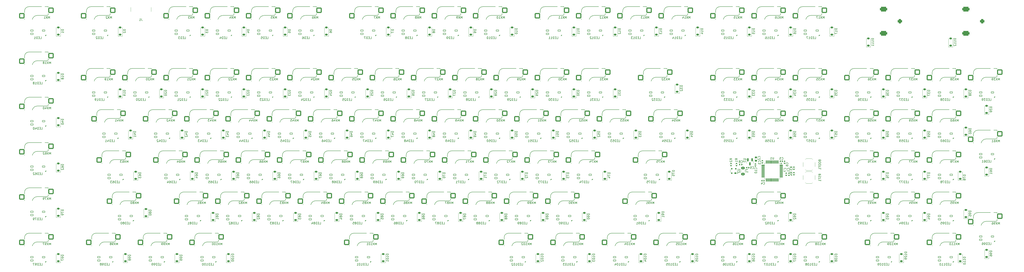
<source format=gbo>
%TF.GenerationSoftware,KiCad,Pcbnew,8.0.2*%
%TF.CreationDate,2024-07-25T18:57:38+02:00*%
%TF.ProjectId,micha_board,6d696368-615f-4626-9f61-72642e6b6963,rev?*%
%TF.SameCoordinates,Original*%
%TF.FileFunction,Legend,Bot*%
%TF.FilePolarity,Positive*%
%FSLAX46Y46*%
G04 Gerber Fmt 4.6, Leading zero omitted, Abs format (unit mm)*
G04 Created by KiCad (PCBNEW 8.0.2) date 2024-07-25 18:57:38*
%MOMM*%
%LPD*%
G01*
G04 APERTURE LIST*
G04 Aperture macros list*
%AMRoundRect*
0 Rectangle with rounded corners*
0 $1 Rounding radius*
0 $2 $3 $4 $5 $6 $7 $8 $9 X,Y pos of 4 corners*
0 Add a 4 corners polygon primitive as box body*
4,1,4,$2,$3,$4,$5,$6,$7,$8,$9,$2,$3,0*
0 Add four circle primitives for the rounded corners*
1,1,$1+$1,$2,$3*
1,1,$1+$1,$4,$5*
1,1,$1+$1,$6,$7*
1,1,$1+$1,$8,$9*
0 Add four rect primitives between the rounded corners*
20,1,$1+$1,$2,$3,$4,$5,0*
20,1,$1+$1,$4,$5,$6,$7,0*
20,1,$1+$1,$6,$7,$8,$9,0*
20,1,$1+$1,$8,$9,$2,$3,0*%
%AMFreePoly0*
4,1,18,-0.410000,0.593000,-0.403758,0.624380,-0.385983,0.650983,-0.359380,0.668758,-0.328000,0.675000,0.328000,0.675000,0.359380,0.668758,0.385983,0.650983,0.403758,0.624380,0.410000,0.593000,0.410000,-0.593000,0.403758,-0.624380,0.385983,-0.650983,0.359380,-0.668758,0.328000,-0.675000,0.000000,-0.675000,-0.410000,-0.265000,-0.410000,0.593000,-0.410000,0.593000,$1*%
G04 Aperture macros list end*
%ADD10C,0.150000*%
%ADD11C,0.120000*%
%ADD12C,5.600000*%
%ADD13C,2.000000*%
%ADD14RoundRect,0.500000X0.500000X0.500000X-0.500000X0.500000X-0.500000X-0.500000X0.500000X-0.500000X0*%
%ADD15RoundRect,0.550000X1.150000X0.550000X-1.150000X0.550000X-1.150000X-0.550000X1.150000X-0.550000X0*%
%ADD16C,4.000000*%
%ADD17C,3.987800*%
%ADD18RoundRect,0.225000X0.375000X-0.225000X0.375000X0.225000X-0.375000X0.225000X-0.375000X-0.225000X0*%
%ADD19RoundRect,0.082000X0.593000X-0.328000X0.593000X0.328000X-0.593000X0.328000X-0.593000X-0.328000X0*%
%ADD20FreePoly0,90.000000*%
%ADD21C,1.750000*%
%ADD22C,3.300000*%
%ADD23RoundRect,0.250000X1.025000X1.000000X-1.025000X1.000000X-1.025000X-1.000000X1.025000X-1.000000X0*%
%ADD24RoundRect,0.140000X0.140000X0.170000X-0.140000X0.170000X-0.140000X-0.170000X0.140000X-0.170000X0*%
%ADD25RoundRect,0.075000X0.662500X0.075000X-0.662500X0.075000X-0.662500X-0.075000X0.662500X-0.075000X0*%
%ADD26RoundRect,0.075000X0.075000X0.662500X-0.075000X0.662500X-0.075000X-0.662500X0.075000X-0.662500X0*%
%ADD27RoundRect,0.140000X0.170000X-0.140000X0.170000X0.140000X-0.170000X0.140000X-0.170000X-0.140000X0*%
%ADD28R,1.700000X1.000000*%
%ADD29RoundRect,0.175000X0.325000X-0.175000X0.325000X0.175000X-0.325000X0.175000X-0.325000X-0.175000X0*%
%ADD30RoundRect,0.150000X0.150000X-0.200000X0.150000X0.200000X-0.150000X0.200000X-0.150000X-0.200000X0*%
%ADD31RoundRect,0.140000X-0.140000X-0.170000X0.140000X-0.170000X0.140000X0.170000X-0.140000X0.170000X0*%
%ADD32RoundRect,0.150000X-0.150000X0.587500X-0.150000X-0.587500X0.150000X-0.587500X0.150000X0.587500X0*%
%ADD33RoundRect,0.135000X-0.185000X0.135000X-0.185000X-0.135000X0.185000X-0.135000X0.185000X0.135000X0*%
%ADD34RoundRect,0.140000X-0.170000X0.140000X-0.170000X-0.140000X0.170000X-0.140000X0.170000X0.140000X0*%
%ADD35RoundRect,0.250000X0.625000X-0.375000X0.625000X0.375000X-0.625000X0.375000X-0.625000X-0.375000X0*%
%ADD36RoundRect,0.135000X0.185000X-0.135000X0.185000X0.135000X-0.185000X0.135000X-0.185000X-0.135000X0*%
%ADD37C,0.650000*%
%ADD38R,0.600000X1.450000*%
%ADD39R,0.300000X1.450000*%
%ADD40O,1.000000X1.600000*%
%ADD41O,1.000000X2.100000*%
%ADD42RoundRect,0.225000X0.250000X-0.225000X0.250000X0.225000X-0.250000X0.225000X-0.250000X-0.225000X0*%
G04 APERTURE END LIST*
D10*
X283417319Y-108110714D02*
X282417319Y-108110714D01*
X282417319Y-108110714D02*
X282417319Y-108348809D01*
X282417319Y-108348809D02*
X282464938Y-108491666D01*
X282464938Y-108491666D02*
X282560176Y-108586904D01*
X282560176Y-108586904D02*
X282655414Y-108634523D01*
X282655414Y-108634523D02*
X282845890Y-108682142D01*
X282845890Y-108682142D02*
X282988747Y-108682142D01*
X282988747Y-108682142D02*
X283179223Y-108634523D01*
X283179223Y-108634523D02*
X283274461Y-108586904D01*
X283274461Y-108586904D02*
X283369700Y-108491666D01*
X283369700Y-108491666D02*
X283417319Y-108348809D01*
X283417319Y-108348809D02*
X283417319Y-108110714D01*
X282417319Y-109015476D02*
X282417319Y-109682142D01*
X282417319Y-109682142D02*
X283417319Y-109253571D01*
X282417319Y-109967857D02*
X282417319Y-110586904D01*
X282417319Y-110586904D02*
X282798271Y-110253571D01*
X282798271Y-110253571D02*
X282798271Y-110396428D01*
X282798271Y-110396428D02*
X282845890Y-110491666D01*
X282845890Y-110491666D02*
X282893509Y-110539285D01*
X282893509Y-110539285D02*
X282988747Y-110586904D01*
X282988747Y-110586904D02*
X283226842Y-110586904D01*
X283226842Y-110586904D02*
X283322080Y-110539285D01*
X283322080Y-110539285D02*
X283369700Y-110491666D01*
X283369700Y-110491666D02*
X283417319Y-110396428D01*
X283417319Y-110396428D02*
X283417319Y-110110714D01*
X283417319Y-110110714D02*
X283369700Y-110015476D01*
X283369700Y-110015476D02*
X283322080Y-109967857D01*
X139707738Y-112909819D02*
X140183928Y-112909819D01*
X140183928Y-112909819D02*
X140183928Y-111909819D01*
X139374404Y-112386009D02*
X139041071Y-112386009D01*
X138898214Y-112909819D02*
X139374404Y-112909819D01*
X139374404Y-112909819D02*
X139374404Y-111909819D01*
X139374404Y-111909819D02*
X138898214Y-111909819D01*
X138469642Y-112909819D02*
X138469642Y-111909819D01*
X138469642Y-111909819D02*
X138231547Y-111909819D01*
X138231547Y-111909819D02*
X138088690Y-111957438D01*
X138088690Y-111957438D02*
X137993452Y-112052676D01*
X137993452Y-112052676D02*
X137945833Y-112147914D01*
X137945833Y-112147914D02*
X137898214Y-112338390D01*
X137898214Y-112338390D02*
X137898214Y-112481247D01*
X137898214Y-112481247D02*
X137945833Y-112671723D01*
X137945833Y-112671723D02*
X137993452Y-112766961D01*
X137993452Y-112766961D02*
X138088690Y-112862200D01*
X138088690Y-112862200D02*
X138231547Y-112909819D01*
X138231547Y-112909819D02*
X138469642Y-112909819D01*
X137041071Y-111909819D02*
X137231547Y-111909819D01*
X137231547Y-111909819D02*
X137326785Y-111957438D01*
X137326785Y-111957438D02*
X137374404Y-112005057D01*
X137374404Y-112005057D02*
X137469642Y-112147914D01*
X137469642Y-112147914D02*
X137517261Y-112338390D01*
X137517261Y-112338390D02*
X137517261Y-112719342D01*
X137517261Y-112719342D02*
X137469642Y-112814580D01*
X137469642Y-112814580D02*
X137422023Y-112862200D01*
X137422023Y-112862200D02*
X137326785Y-112909819D01*
X137326785Y-112909819D02*
X137136309Y-112909819D01*
X137136309Y-112909819D02*
X137041071Y-112862200D01*
X137041071Y-112862200D02*
X136993452Y-112814580D01*
X136993452Y-112814580D02*
X136945833Y-112719342D01*
X136945833Y-112719342D02*
X136945833Y-112481247D01*
X136945833Y-112481247D02*
X136993452Y-112386009D01*
X136993452Y-112386009D02*
X137041071Y-112338390D01*
X137041071Y-112338390D02*
X137136309Y-112290771D01*
X137136309Y-112290771D02*
X137326785Y-112290771D01*
X137326785Y-112290771D02*
X137422023Y-112338390D01*
X137422023Y-112338390D02*
X137469642Y-112386009D01*
X137469642Y-112386009D02*
X137517261Y-112481247D01*
X136088690Y-111909819D02*
X136279166Y-111909819D01*
X136279166Y-111909819D02*
X136374404Y-111957438D01*
X136374404Y-111957438D02*
X136422023Y-112005057D01*
X136422023Y-112005057D02*
X136517261Y-112147914D01*
X136517261Y-112147914D02*
X136564880Y-112338390D01*
X136564880Y-112338390D02*
X136564880Y-112719342D01*
X136564880Y-112719342D02*
X136517261Y-112814580D01*
X136517261Y-112814580D02*
X136469642Y-112862200D01*
X136469642Y-112862200D02*
X136374404Y-112909819D01*
X136374404Y-112909819D02*
X136183928Y-112909819D01*
X136183928Y-112909819D02*
X136088690Y-112862200D01*
X136088690Y-112862200D02*
X136041071Y-112814580D01*
X136041071Y-112814580D02*
X135993452Y-112719342D01*
X135993452Y-112719342D02*
X135993452Y-112481247D01*
X135993452Y-112481247D02*
X136041071Y-112386009D01*
X136041071Y-112386009D02*
X136088690Y-112338390D01*
X136088690Y-112338390D02*
X136183928Y-112290771D01*
X136183928Y-112290771D02*
X136374404Y-112290771D01*
X136374404Y-112290771D02*
X136469642Y-112338390D01*
X136469642Y-112338390D02*
X136517261Y-112386009D01*
X136517261Y-112386009D02*
X136564880Y-112481247D01*
X369142319Y-145734524D02*
X368142319Y-145734524D01*
X368142319Y-145734524D02*
X368142319Y-145972619D01*
X368142319Y-145972619D02*
X368189938Y-146115476D01*
X368189938Y-146115476D02*
X368285176Y-146210714D01*
X368285176Y-146210714D02*
X368380414Y-146258333D01*
X368380414Y-146258333D02*
X368570890Y-146305952D01*
X368570890Y-146305952D02*
X368713747Y-146305952D01*
X368713747Y-146305952D02*
X368904223Y-146258333D01*
X368904223Y-146258333D02*
X368999461Y-146210714D01*
X368999461Y-146210714D02*
X369094700Y-146115476D01*
X369094700Y-146115476D02*
X369142319Y-145972619D01*
X369142319Y-145972619D02*
X369142319Y-145734524D01*
X369142319Y-147258333D02*
X369142319Y-146686905D01*
X369142319Y-146972619D02*
X368142319Y-146972619D01*
X368142319Y-146972619D02*
X368285176Y-146877381D01*
X368285176Y-146877381D02*
X368380414Y-146782143D01*
X368380414Y-146782143D02*
X368428033Y-146686905D01*
X368142319Y-147877381D02*
X368142319Y-147972619D01*
X368142319Y-147972619D02*
X368189938Y-148067857D01*
X368189938Y-148067857D02*
X368237557Y-148115476D01*
X368237557Y-148115476D02*
X368332795Y-148163095D01*
X368332795Y-148163095D02*
X368523271Y-148210714D01*
X368523271Y-148210714D02*
X368761366Y-148210714D01*
X368761366Y-148210714D02*
X368951842Y-148163095D01*
X368951842Y-148163095D02*
X369047080Y-148115476D01*
X369047080Y-148115476D02*
X369094700Y-148067857D01*
X369094700Y-148067857D02*
X369142319Y-147972619D01*
X369142319Y-147972619D02*
X369142319Y-147877381D01*
X369142319Y-147877381D02*
X369094700Y-147782143D01*
X369094700Y-147782143D02*
X369047080Y-147734524D01*
X369047080Y-147734524D02*
X368951842Y-147686905D01*
X368951842Y-147686905D02*
X368761366Y-147639286D01*
X368761366Y-147639286D02*
X368523271Y-147639286D01*
X368523271Y-147639286D02*
X368332795Y-147686905D01*
X368332795Y-147686905D02*
X368237557Y-147734524D01*
X368237557Y-147734524D02*
X368189938Y-147782143D01*
X368189938Y-147782143D02*
X368142319Y-147877381D01*
X368142319Y-149067857D02*
X368142319Y-148877381D01*
X368142319Y-148877381D02*
X368189938Y-148782143D01*
X368189938Y-148782143D02*
X368237557Y-148734524D01*
X368237557Y-148734524D02*
X368380414Y-148639286D01*
X368380414Y-148639286D02*
X368570890Y-148591667D01*
X368570890Y-148591667D02*
X368951842Y-148591667D01*
X368951842Y-148591667D02*
X369047080Y-148639286D01*
X369047080Y-148639286D02*
X369094700Y-148686905D01*
X369094700Y-148686905D02*
X369142319Y-148782143D01*
X369142319Y-148782143D02*
X369142319Y-148972619D01*
X369142319Y-148972619D02*
X369094700Y-149067857D01*
X369094700Y-149067857D02*
X369047080Y-149115476D01*
X369047080Y-149115476D02*
X368951842Y-149163095D01*
X368951842Y-149163095D02*
X368713747Y-149163095D01*
X368713747Y-149163095D02*
X368618509Y-149115476D01*
X368618509Y-149115476D02*
X368570890Y-149067857D01*
X368570890Y-149067857D02*
X368523271Y-148972619D01*
X368523271Y-148972619D02*
X368523271Y-148782143D01*
X368523271Y-148782143D02*
X368570890Y-148686905D01*
X368570890Y-148686905D02*
X368618509Y-148639286D01*
X368618509Y-148639286D02*
X368713747Y-148591667D01*
X478754819Y-106185714D02*
X477754819Y-106185714D01*
X477754819Y-106185714D02*
X477754819Y-106423809D01*
X477754819Y-106423809D02*
X477802438Y-106566666D01*
X477802438Y-106566666D02*
X477897676Y-106661904D01*
X477897676Y-106661904D02*
X477992914Y-106709523D01*
X477992914Y-106709523D02*
X478183390Y-106757142D01*
X478183390Y-106757142D02*
X478326247Y-106757142D01*
X478326247Y-106757142D02*
X478516723Y-106709523D01*
X478516723Y-106709523D02*
X478611961Y-106661904D01*
X478611961Y-106661904D02*
X478707200Y-106566666D01*
X478707200Y-106566666D02*
X478754819Y-106423809D01*
X478754819Y-106423809D02*
X478754819Y-106185714D01*
X477754819Y-107614285D02*
X477754819Y-107423809D01*
X477754819Y-107423809D02*
X477802438Y-107328571D01*
X477802438Y-107328571D02*
X477850057Y-107280952D01*
X477850057Y-107280952D02*
X477992914Y-107185714D01*
X477992914Y-107185714D02*
X478183390Y-107138095D01*
X478183390Y-107138095D02*
X478564342Y-107138095D01*
X478564342Y-107138095D02*
X478659580Y-107185714D01*
X478659580Y-107185714D02*
X478707200Y-107233333D01*
X478707200Y-107233333D02*
X478754819Y-107328571D01*
X478754819Y-107328571D02*
X478754819Y-107519047D01*
X478754819Y-107519047D02*
X478707200Y-107614285D01*
X478707200Y-107614285D02*
X478659580Y-107661904D01*
X478659580Y-107661904D02*
X478564342Y-107709523D01*
X478564342Y-107709523D02*
X478326247Y-107709523D01*
X478326247Y-107709523D02*
X478231009Y-107661904D01*
X478231009Y-107661904D02*
X478183390Y-107614285D01*
X478183390Y-107614285D02*
X478135771Y-107519047D01*
X478135771Y-107519047D02*
X478135771Y-107328571D01*
X478135771Y-107328571D02*
X478183390Y-107233333D01*
X478183390Y-107233333D02*
X478231009Y-107185714D01*
X478231009Y-107185714D02*
X478326247Y-107138095D01*
X478754819Y-108661904D02*
X478754819Y-108090476D01*
X478754819Y-108376190D02*
X477754819Y-108376190D01*
X477754819Y-108376190D02*
X477897676Y-108280952D01*
X477897676Y-108280952D02*
X477992914Y-108185714D01*
X477992914Y-108185714D02*
X478040533Y-108090476D01*
X90536069Y-125388839D02*
X89536069Y-125388839D01*
X89536069Y-125388839D02*
X89536069Y-125626934D01*
X89536069Y-125626934D02*
X89583688Y-125769791D01*
X89583688Y-125769791D02*
X89678926Y-125865029D01*
X89678926Y-125865029D02*
X89774164Y-125912648D01*
X89774164Y-125912648D02*
X89964640Y-125960267D01*
X89964640Y-125960267D02*
X90107497Y-125960267D01*
X90107497Y-125960267D02*
X90297973Y-125912648D01*
X90297973Y-125912648D02*
X90393211Y-125865029D01*
X90393211Y-125865029D02*
X90488450Y-125769791D01*
X90488450Y-125769791D02*
X90536069Y-125626934D01*
X90536069Y-125626934D02*
X90536069Y-125388839D01*
X89964640Y-126531696D02*
X89917021Y-126436458D01*
X89917021Y-126436458D02*
X89869402Y-126388839D01*
X89869402Y-126388839D02*
X89774164Y-126341220D01*
X89774164Y-126341220D02*
X89726545Y-126341220D01*
X89726545Y-126341220D02*
X89631307Y-126388839D01*
X89631307Y-126388839D02*
X89583688Y-126436458D01*
X89583688Y-126436458D02*
X89536069Y-126531696D01*
X89536069Y-126531696D02*
X89536069Y-126722172D01*
X89536069Y-126722172D02*
X89583688Y-126817410D01*
X89583688Y-126817410D02*
X89631307Y-126865029D01*
X89631307Y-126865029D02*
X89726545Y-126912648D01*
X89726545Y-126912648D02*
X89774164Y-126912648D01*
X89774164Y-126912648D02*
X89869402Y-126865029D01*
X89869402Y-126865029D02*
X89917021Y-126817410D01*
X89917021Y-126817410D02*
X89964640Y-126722172D01*
X89964640Y-126722172D02*
X89964640Y-126531696D01*
X89964640Y-126531696D02*
X90012259Y-126436458D01*
X90012259Y-126436458D02*
X90059878Y-126388839D01*
X90059878Y-126388839D02*
X90155116Y-126341220D01*
X90155116Y-126341220D02*
X90345592Y-126341220D01*
X90345592Y-126341220D02*
X90440830Y-126388839D01*
X90440830Y-126388839D02*
X90488450Y-126436458D01*
X90488450Y-126436458D02*
X90536069Y-126531696D01*
X90536069Y-126531696D02*
X90536069Y-126722172D01*
X90536069Y-126722172D02*
X90488450Y-126817410D01*
X90488450Y-126817410D02*
X90440830Y-126865029D01*
X90440830Y-126865029D02*
X90345592Y-126912648D01*
X90345592Y-126912648D02*
X90155116Y-126912648D01*
X90155116Y-126912648D02*
X90059878Y-126865029D01*
X90059878Y-126865029D02*
X90012259Y-126817410D01*
X90012259Y-126817410D02*
X89964640Y-126722172D01*
X89536069Y-127531696D02*
X89536069Y-127626934D01*
X89536069Y-127626934D02*
X89583688Y-127722172D01*
X89583688Y-127722172D02*
X89631307Y-127769791D01*
X89631307Y-127769791D02*
X89726545Y-127817410D01*
X89726545Y-127817410D02*
X89917021Y-127865029D01*
X89917021Y-127865029D02*
X90155116Y-127865029D01*
X90155116Y-127865029D02*
X90345592Y-127817410D01*
X90345592Y-127817410D02*
X90440830Y-127769791D01*
X90440830Y-127769791D02*
X90488450Y-127722172D01*
X90488450Y-127722172D02*
X90536069Y-127626934D01*
X90536069Y-127626934D02*
X90536069Y-127531696D01*
X90536069Y-127531696D02*
X90488450Y-127436458D01*
X90488450Y-127436458D02*
X90440830Y-127388839D01*
X90440830Y-127388839D02*
X90345592Y-127341220D01*
X90345592Y-127341220D02*
X90155116Y-127293601D01*
X90155116Y-127293601D02*
X89917021Y-127293601D01*
X89917021Y-127293601D02*
X89726545Y-127341220D01*
X89726545Y-127341220D02*
X89631307Y-127388839D01*
X89631307Y-127388839D02*
X89583688Y-127436458D01*
X89583688Y-127436458D02*
X89536069Y-127531696D01*
X377832738Y-74809819D02*
X378308928Y-74809819D01*
X378308928Y-74809819D02*
X378308928Y-73809819D01*
X377499404Y-74286009D02*
X377166071Y-74286009D01*
X377023214Y-74809819D02*
X377499404Y-74809819D01*
X377499404Y-74809819D02*
X377499404Y-73809819D01*
X377499404Y-73809819D02*
X377023214Y-73809819D01*
X376594642Y-74809819D02*
X376594642Y-73809819D01*
X376594642Y-73809819D02*
X376356547Y-73809819D01*
X376356547Y-73809819D02*
X376213690Y-73857438D01*
X376213690Y-73857438D02*
X376118452Y-73952676D01*
X376118452Y-73952676D02*
X376070833Y-74047914D01*
X376070833Y-74047914D02*
X376023214Y-74238390D01*
X376023214Y-74238390D02*
X376023214Y-74381247D01*
X376023214Y-74381247D02*
X376070833Y-74571723D01*
X376070833Y-74571723D02*
X376118452Y-74666961D01*
X376118452Y-74666961D02*
X376213690Y-74762200D01*
X376213690Y-74762200D02*
X376356547Y-74809819D01*
X376356547Y-74809819D02*
X376594642Y-74809819D01*
X375689880Y-73809819D02*
X375070833Y-73809819D01*
X375070833Y-73809819D02*
X375404166Y-74190771D01*
X375404166Y-74190771D02*
X375261309Y-74190771D01*
X375261309Y-74190771D02*
X375166071Y-74238390D01*
X375166071Y-74238390D02*
X375118452Y-74286009D01*
X375118452Y-74286009D02*
X375070833Y-74381247D01*
X375070833Y-74381247D02*
X375070833Y-74619342D01*
X375070833Y-74619342D02*
X375118452Y-74714580D01*
X375118452Y-74714580D02*
X375166071Y-74762200D01*
X375166071Y-74762200D02*
X375261309Y-74809819D01*
X375261309Y-74809819D02*
X375547023Y-74809819D01*
X375547023Y-74809819D02*
X375642261Y-74762200D01*
X375642261Y-74762200D02*
X375689880Y-74714580D01*
X374213690Y-74143152D02*
X374213690Y-74809819D01*
X374451785Y-73762200D02*
X374689880Y-74476485D01*
X374689880Y-74476485D02*
X374070833Y-74476485D01*
X39695238Y-67189819D02*
X40171428Y-67189819D01*
X40171428Y-67189819D02*
X40171428Y-66189819D01*
X39361904Y-66666009D02*
X39028571Y-66666009D01*
X38885714Y-67189819D02*
X39361904Y-67189819D01*
X39361904Y-67189819D02*
X39361904Y-66189819D01*
X39361904Y-66189819D02*
X38885714Y-66189819D01*
X38457142Y-67189819D02*
X38457142Y-66189819D01*
X38457142Y-66189819D02*
X38219047Y-66189819D01*
X38219047Y-66189819D02*
X38076190Y-66237438D01*
X38076190Y-66237438D02*
X37980952Y-66332676D01*
X37980952Y-66332676D02*
X37933333Y-66427914D01*
X37933333Y-66427914D02*
X37885714Y-66618390D01*
X37885714Y-66618390D02*
X37885714Y-66761247D01*
X37885714Y-66761247D02*
X37933333Y-66951723D01*
X37933333Y-66951723D02*
X37980952Y-67046961D01*
X37980952Y-67046961D02*
X38076190Y-67142200D01*
X38076190Y-67142200D02*
X38219047Y-67189819D01*
X38219047Y-67189819D02*
X38457142Y-67189819D01*
X36933333Y-67189819D02*
X37504761Y-67189819D01*
X37219047Y-67189819D02*
X37219047Y-66189819D01*
X37219047Y-66189819D02*
X37314285Y-66332676D01*
X37314285Y-66332676D02*
X37409523Y-66427914D01*
X37409523Y-66427914D02*
X37504761Y-66475533D01*
X36361904Y-66618390D02*
X36457142Y-66570771D01*
X36457142Y-66570771D02*
X36504761Y-66523152D01*
X36504761Y-66523152D02*
X36552380Y-66427914D01*
X36552380Y-66427914D02*
X36552380Y-66380295D01*
X36552380Y-66380295D02*
X36504761Y-66285057D01*
X36504761Y-66285057D02*
X36457142Y-66237438D01*
X36457142Y-66237438D02*
X36361904Y-66189819D01*
X36361904Y-66189819D02*
X36171428Y-66189819D01*
X36171428Y-66189819D02*
X36076190Y-66237438D01*
X36076190Y-66237438D02*
X36028571Y-66285057D01*
X36028571Y-66285057D02*
X35980952Y-66380295D01*
X35980952Y-66380295D02*
X35980952Y-66427914D01*
X35980952Y-66427914D02*
X36028571Y-66523152D01*
X36028571Y-66523152D02*
X36076190Y-66570771D01*
X36076190Y-66570771D02*
X36171428Y-66618390D01*
X36171428Y-66618390D02*
X36361904Y-66618390D01*
X36361904Y-66618390D02*
X36457142Y-66666009D01*
X36457142Y-66666009D02*
X36504761Y-66713628D01*
X36504761Y-66713628D02*
X36552380Y-66808866D01*
X36552380Y-66808866D02*
X36552380Y-66999342D01*
X36552380Y-66999342D02*
X36504761Y-67094580D01*
X36504761Y-67094580D02*
X36457142Y-67142200D01*
X36457142Y-67142200D02*
X36361904Y-67189819D01*
X36361904Y-67189819D02*
X36171428Y-67189819D01*
X36171428Y-67189819D02*
X36076190Y-67142200D01*
X36076190Y-67142200D02*
X36028571Y-67094580D01*
X36028571Y-67094580D02*
X35980952Y-66999342D01*
X35980952Y-66999342D02*
X35980952Y-66808866D01*
X35980952Y-66808866D02*
X36028571Y-66713628D01*
X36028571Y-66713628D02*
X36076190Y-66666009D01*
X36076190Y-66666009D02*
X36171428Y-66618390D01*
X104823569Y-146210714D02*
X103823569Y-146210714D01*
X103823569Y-146210714D02*
X103823569Y-146448809D01*
X103823569Y-146448809D02*
X103871188Y-146591666D01*
X103871188Y-146591666D02*
X103966426Y-146686904D01*
X103966426Y-146686904D02*
X104061664Y-146734523D01*
X104061664Y-146734523D02*
X104252140Y-146782142D01*
X104252140Y-146782142D02*
X104394997Y-146782142D01*
X104394997Y-146782142D02*
X104585473Y-146734523D01*
X104585473Y-146734523D02*
X104680711Y-146686904D01*
X104680711Y-146686904D02*
X104775950Y-146591666D01*
X104775950Y-146591666D02*
X104823569Y-146448809D01*
X104823569Y-146448809D02*
X104823569Y-146210714D01*
X104823569Y-147258333D02*
X104823569Y-147448809D01*
X104823569Y-147448809D02*
X104775950Y-147544047D01*
X104775950Y-147544047D02*
X104728330Y-147591666D01*
X104728330Y-147591666D02*
X104585473Y-147686904D01*
X104585473Y-147686904D02*
X104394997Y-147734523D01*
X104394997Y-147734523D02*
X104014045Y-147734523D01*
X104014045Y-147734523D02*
X103918807Y-147686904D01*
X103918807Y-147686904D02*
X103871188Y-147639285D01*
X103871188Y-147639285D02*
X103823569Y-147544047D01*
X103823569Y-147544047D02*
X103823569Y-147353571D01*
X103823569Y-147353571D02*
X103871188Y-147258333D01*
X103871188Y-147258333D02*
X103918807Y-147210714D01*
X103918807Y-147210714D02*
X104014045Y-147163095D01*
X104014045Y-147163095D02*
X104252140Y-147163095D01*
X104252140Y-147163095D02*
X104347378Y-147210714D01*
X104347378Y-147210714D02*
X104394997Y-147258333D01*
X104394997Y-147258333D02*
X104442616Y-147353571D01*
X104442616Y-147353571D02*
X104442616Y-147544047D01*
X104442616Y-147544047D02*
X104394997Y-147639285D01*
X104394997Y-147639285D02*
X104347378Y-147686904D01*
X104347378Y-147686904D02*
X104252140Y-147734523D01*
X104823569Y-148210714D02*
X104823569Y-148401190D01*
X104823569Y-148401190D02*
X104775950Y-148496428D01*
X104775950Y-148496428D02*
X104728330Y-148544047D01*
X104728330Y-148544047D02*
X104585473Y-148639285D01*
X104585473Y-148639285D02*
X104394997Y-148686904D01*
X104394997Y-148686904D02*
X104014045Y-148686904D01*
X104014045Y-148686904D02*
X103918807Y-148639285D01*
X103918807Y-148639285D02*
X103871188Y-148591666D01*
X103871188Y-148591666D02*
X103823569Y-148496428D01*
X103823569Y-148496428D02*
X103823569Y-148305952D01*
X103823569Y-148305952D02*
X103871188Y-148210714D01*
X103871188Y-148210714D02*
X103918807Y-148163095D01*
X103918807Y-148163095D02*
X104014045Y-148115476D01*
X104014045Y-148115476D02*
X104252140Y-148115476D01*
X104252140Y-148115476D02*
X104347378Y-148163095D01*
X104347378Y-148163095D02*
X104394997Y-148210714D01*
X104394997Y-148210714D02*
X104442616Y-148305952D01*
X104442616Y-148305952D02*
X104442616Y-148496428D01*
X104442616Y-148496428D02*
X104394997Y-148591666D01*
X104394997Y-148591666D02*
X104347378Y-148639285D01*
X104347378Y-148639285D02*
X104252140Y-148686904D01*
X43635713Y-36804819D02*
X43635713Y-35804819D01*
X43635713Y-35804819D02*
X43302380Y-36519104D01*
X43302380Y-36519104D02*
X42969047Y-35804819D01*
X42969047Y-35804819D02*
X42969047Y-36804819D01*
X42588094Y-35804819D02*
X41921428Y-36804819D01*
X41921428Y-35804819D02*
X42588094Y-36804819D01*
X41016666Y-36804819D02*
X41588094Y-36804819D01*
X41302380Y-36804819D02*
X41302380Y-35804819D01*
X41302380Y-35804819D02*
X41397618Y-35947676D01*
X41397618Y-35947676D02*
X41492856Y-36042914D01*
X41492856Y-36042914D02*
X41588094Y-36090533D01*
X177807738Y-112909819D02*
X178283928Y-112909819D01*
X178283928Y-112909819D02*
X178283928Y-111909819D01*
X177474404Y-112386009D02*
X177141071Y-112386009D01*
X176998214Y-112909819D02*
X177474404Y-112909819D01*
X177474404Y-112909819D02*
X177474404Y-111909819D01*
X177474404Y-111909819D02*
X176998214Y-111909819D01*
X176569642Y-112909819D02*
X176569642Y-111909819D01*
X176569642Y-111909819D02*
X176331547Y-111909819D01*
X176331547Y-111909819D02*
X176188690Y-111957438D01*
X176188690Y-111957438D02*
X176093452Y-112052676D01*
X176093452Y-112052676D02*
X176045833Y-112147914D01*
X176045833Y-112147914D02*
X175998214Y-112338390D01*
X175998214Y-112338390D02*
X175998214Y-112481247D01*
X175998214Y-112481247D02*
X176045833Y-112671723D01*
X176045833Y-112671723D02*
X176093452Y-112766961D01*
X176093452Y-112766961D02*
X176188690Y-112862200D01*
X176188690Y-112862200D02*
X176331547Y-112909819D01*
X176331547Y-112909819D02*
X176569642Y-112909819D01*
X175141071Y-111909819D02*
X175331547Y-111909819D01*
X175331547Y-111909819D02*
X175426785Y-111957438D01*
X175426785Y-111957438D02*
X175474404Y-112005057D01*
X175474404Y-112005057D02*
X175569642Y-112147914D01*
X175569642Y-112147914D02*
X175617261Y-112338390D01*
X175617261Y-112338390D02*
X175617261Y-112719342D01*
X175617261Y-112719342D02*
X175569642Y-112814580D01*
X175569642Y-112814580D02*
X175522023Y-112862200D01*
X175522023Y-112862200D02*
X175426785Y-112909819D01*
X175426785Y-112909819D02*
X175236309Y-112909819D01*
X175236309Y-112909819D02*
X175141071Y-112862200D01*
X175141071Y-112862200D02*
X175093452Y-112814580D01*
X175093452Y-112814580D02*
X175045833Y-112719342D01*
X175045833Y-112719342D02*
X175045833Y-112481247D01*
X175045833Y-112481247D02*
X175093452Y-112386009D01*
X175093452Y-112386009D02*
X175141071Y-112338390D01*
X175141071Y-112338390D02*
X175236309Y-112290771D01*
X175236309Y-112290771D02*
X175426785Y-112290771D01*
X175426785Y-112290771D02*
X175522023Y-112338390D01*
X175522023Y-112338390D02*
X175569642Y-112386009D01*
X175569642Y-112386009D02*
X175617261Y-112481247D01*
X174474404Y-112338390D02*
X174569642Y-112290771D01*
X174569642Y-112290771D02*
X174617261Y-112243152D01*
X174617261Y-112243152D02*
X174664880Y-112147914D01*
X174664880Y-112147914D02*
X174664880Y-112100295D01*
X174664880Y-112100295D02*
X174617261Y-112005057D01*
X174617261Y-112005057D02*
X174569642Y-111957438D01*
X174569642Y-111957438D02*
X174474404Y-111909819D01*
X174474404Y-111909819D02*
X174283928Y-111909819D01*
X174283928Y-111909819D02*
X174188690Y-111957438D01*
X174188690Y-111957438D02*
X174141071Y-112005057D01*
X174141071Y-112005057D02*
X174093452Y-112100295D01*
X174093452Y-112100295D02*
X174093452Y-112147914D01*
X174093452Y-112147914D02*
X174141071Y-112243152D01*
X174141071Y-112243152D02*
X174188690Y-112290771D01*
X174188690Y-112290771D02*
X174283928Y-112338390D01*
X174283928Y-112338390D02*
X174474404Y-112338390D01*
X174474404Y-112338390D02*
X174569642Y-112386009D01*
X174569642Y-112386009D02*
X174617261Y-112433628D01*
X174617261Y-112433628D02*
X174664880Y-112528866D01*
X174664880Y-112528866D02*
X174664880Y-112719342D01*
X174664880Y-112719342D02*
X174617261Y-112814580D01*
X174617261Y-112814580D02*
X174569642Y-112862200D01*
X174569642Y-112862200D02*
X174474404Y-112909819D01*
X174474404Y-112909819D02*
X174283928Y-112909819D01*
X174283928Y-112909819D02*
X174188690Y-112862200D01*
X174188690Y-112862200D02*
X174141071Y-112814580D01*
X174141071Y-112814580D02*
X174093452Y-112719342D01*
X174093452Y-112719342D02*
X174093452Y-112528866D01*
X174093452Y-112528866D02*
X174141071Y-112433628D01*
X174141071Y-112433628D02*
X174188690Y-112386009D01*
X174188690Y-112386009D02*
X174283928Y-112338390D01*
X382249404Y-36804819D02*
X382249404Y-35804819D01*
X382249404Y-35804819D02*
X381916071Y-36519104D01*
X381916071Y-36519104D02*
X381582738Y-35804819D01*
X381582738Y-35804819D02*
X381582738Y-36804819D01*
X381201785Y-35804819D02*
X380535119Y-36804819D01*
X380535119Y-35804819D02*
X381201785Y-36804819D01*
X379630357Y-36804819D02*
X380201785Y-36804819D01*
X379916071Y-36804819D02*
X379916071Y-35804819D01*
X379916071Y-35804819D02*
X380011309Y-35947676D01*
X380011309Y-35947676D02*
X380106547Y-36042914D01*
X380106547Y-36042914D02*
X380201785Y-36090533D01*
X378773214Y-35804819D02*
X378963690Y-35804819D01*
X378963690Y-35804819D02*
X379058928Y-35852438D01*
X379058928Y-35852438D02*
X379106547Y-35900057D01*
X379106547Y-35900057D02*
X379201785Y-36042914D01*
X379201785Y-36042914D02*
X379249404Y-36233390D01*
X379249404Y-36233390D02*
X379249404Y-36614342D01*
X379249404Y-36614342D02*
X379201785Y-36709580D01*
X379201785Y-36709580D02*
X379154166Y-36757200D01*
X379154166Y-36757200D02*
X379058928Y-36804819D01*
X379058928Y-36804819D02*
X378868452Y-36804819D01*
X378868452Y-36804819D02*
X378773214Y-36757200D01*
X378773214Y-36757200D02*
X378725595Y-36709580D01*
X378725595Y-36709580D02*
X378677976Y-36614342D01*
X378677976Y-36614342D02*
X378677976Y-36376247D01*
X378677976Y-36376247D02*
X378725595Y-36281009D01*
X378725595Y-36281009D02*
X378773214Y-36233390D01*
X378773214Y-36233390D02*
X378868452Y-36185771D01*
X378868452Y-36185771D02*
X379058928Y-36185771D01*
X379058928Y-36185771D02*
X379154166Y-36233390D01*
X379154166Y-36233390D02*
X379201785Y-36281009D01*
X379201785Y-36281009D02*
X379249404Y-36376247D01*
X278654819Y-89060714D02*
X277654819Y-89060714D01*
X277654819Y-89060714D02*
X277654819Y-89298809D01*
X277654819Y-89298809D02*
X277702438Y-89441666D01*
X277702438Y-89441666D02*
X277797676Y-89536904D01*
X277797676Y-89536904D02*
X277892914Y-89584523D01*
X277892914Y-89584523D02*
X278083390Y-89632142D01*
X278083390Y-89632142D02*
X278226247Y-89632142D01*
X278226247Y-89632142D02*
X278416723Y-89584523D01*
X278416723Y-89584523D02*
X278511961Y-89536904D01*
X278511961Y-89536904D02*
X278607200Y-89441666D01*
X278607200Y-89441666D02*
X278654819Y-89298809D01*
X278654819Y-89298809D02*
X278654819Y-89060714D01*
X277654819Y-90536904D02*
X277654819Y-90060714D01*
X277654819Y-90060714D02*
X278131009Y-90013095D01*
X278131009Y-90013095D02*
X278083390Y-90060714D01*
X278083390Y-90060714D02*
X278035771Y-90155952D01*
X278035771Y-90155952D02*
X278035771Y-90394047D01*
X278035771Y-90394047D02*
X278083390Y-90489285D01*
X278083390Y-90489285D02*
X278131009Y-90536904D01*
X278131009Y-90536904D02*
X278226247Y-90584523D01*
X278226247Y-90584523D02*
X278464342Y-90584523D01*
X278464342Y-90584523D02*
X278559580Y-90536904D01*
X278559580Y-90536904D02*
X278607200Y-90489285D01*
X278607200Y-90489285D02*
X278654819Y-90394047D01*
X278654819Y-90394047D02*
X278654819Y-90155952D01*
X278654819Y-90155952D02*
X278607200Y-90060714D01*
X278607200Y-90060714D02*
X278559580Y-90013095D01*
X278654819Y-91536904D02*
X278654819Y-90965476D01*
X278654819Y-91251190D02*
X277654819Y-91251190D01*
X277654819Y-91251190D02*
X277797676Y-91155952D01*
X277797676Y-91155952D02*
X277892914Y-91060714D01*
X277892914Y-91060714D02*
X277940533Y-90965476D01*
X144124404Y-103479819D02*
X144124404Y-102479819D01*
X144124404Y-102479819D02*
X143791071Y-103194104D01*
X143791071Y-103194104D02*
X143457738Y-102479819D01*
X143457738Y-102479819D02*
X143457738Y-103479819D01*
X143076785Y-102479819D02*
X142410119Y-103479819D01*
X142410119Y-102479819D02*
X143076785Y-103479819D01*
X141600595Y-102479819D02*
X141791071Y-102479819D01*
X141791071Y-102479819D02*
X141886309Y-102527438D01*
X141886309Y-102527438D02*
X141933928Y-102575057D01*
X141933928Y-102575057D02*
X142029166Y-102717914D01*
X142029166Y-102717914D02*
X142076785Y-102908390D01*
X142076785Y-102908390D02*
X142076785Y-103289342D01*
X142076785Y-103289342D02*
X142029166Y-103384580D01*
X142029166Y-103384580D02*
X141981547Y-103432200D01*
X141981547Y-103432200D02*
X141886309Y-103479819D01*
X141886309Y-103479819D02*
X141695833Y-103479819D01*
X141695833Y-103479819D02*
X141600595Y-103432200D01*
X141600595Y-103432200D02*
X141552976Y-103384580D01*
X141552976Y-103384580D02*
X141505357Y-103289342D01*
X141505357Y-103289342D02*
X141505357Y-103051247D01*
X141505357Y-103051247D02*
X141552976Y-102956009D01*
X141552976Y-102956009D02*
X141600595Y-102908390D01*
X141600595Y-102908390D02*
X141695833Y-102860771D01*
X141695833Y-102860771D02*
X141886309Y-102860771D01*
X141886309Y-102860771D02*
X141981547Y-102908390D01*
X141981547Y-102908390D02*
X142029166Y-102956009D01*
X142029166Y-102956009D02*
X142076785Y-103051247D01*
X140648214Y-102479819D02*
X140838690Y-102479819D01*
X140838690Y-102479819D02*
X140933928Y-102527438D01*
X140933928Y-102527438D02*
X140981547Y-102575057D01*
X140981547Y-102575057D02*
X141076785Y-102717914D01*
X141076785Y-102717914D02*
X141124404Y-102908390D01*
X141124404Y-102908390D02*
X141124404Y-103289342D01*
X141124404Y-103289342D02*
X141076785Y-103384580D01*
X141076785Y-103384580D02*
X141029166Y-103432200D01*
X141029166Y-103432200D02*
X140933928Y-103479819D01*
X140933928Y-103479819D02*
X140743452Y-103479819D01*
X140743452Y-103479819D02*
X140648214Y-103432200D01*
X140648214Y-103432200D02*
X140600595Y-103384580D01*
X140600595Y-103384580D02*
X140552976Y-103289342D01*
X140552976Y-103289342D02*
X140552976Y-103051247D01*
X140552976Y-103051247D02*
X140600595Y-102956009D01*
X140600595Y-102956009D02*
X140648214Y-102908390D01*
X140648214Y-102908390D02*
X140743452Y-102860771D01*
X140743452Y-102860771D02*
X140933928Y-102860771D01*
X140933928Y-102860771D02*
X141029166Y-102908390D01*
X141029166Y-102908390D02*
X141076785Y-102956009D01*
X141076785Y-102956009D02*
X141124404Y-103051247D01*
X83392319Y-89060714D02*
X82392319Y-89060714D01*
X82392319Y-89060714D02*
X82392319Y-89298809D01*
X82392319Y-89298809D02*
X82439938Y-89441666D01*
X82439938Y-89441666D02*
X82535176Y-89536904D01*
X82535176Y-89536904D02*
X82630414Y-89584523D01*
X82630414Y-89584523D02*
X82820890Y-89632142D01*
X82820890Y-89632142D02*
X82963747Y-89632142D01*
X82963747Y-89632142D02*
X83154223Y-89584523D01*
X83154223Y-89584523D02*
X83249461Y-89536904D01*
X83249461Y-89536904D02*
X83344700Y-89441666D01*
X83344700Y-89441666D02*
X83392319Y-89298809D01*
X83392319Y-89298809D02*
X83392319Y-89060714D01*
X82725652Y-90489285D02*
X83392319Y-90489285D01*
X82344700Y-90251190D02*
X83058985Y-90013095D01*
X83058985Y-90013095D02*
X83058985Y-90632142D01*
X83392319Y-91536904D02*
X83392319Y-90965476D01*
X83392319Y-91251190D02*
X82392319Y-91251190D01*
X82392319Y-91251190D02*
X82535176Y-91155952D01*
X82535176Y-91155952D02*
X82630414Y-91060714D01*
X82630414Y-91060714D02*
X82678033Y-90965476D01*
X439745238Y-112909819D02*
X440221428Y-112909819D01*
X440221428Y-112909819D02*
X440221428Y-111909819D01*
X439411904Y-112386009D02*
X439078571Y-112386009D01*
X438935714Y-112909819D02*
X439411904Y-112909819D01*
X439411904Y-112909819D02*
X439411904Y-111909819D01*
X439411904Y-111909819D02*
X438935714Y-111909819D01*
X438507142Y-112909819D02*
X438507142Y-111909819D01*
X438507142Y-111909819D02*
X438269047Y-111909819D01*
X438269047Y-111909819D02*
X438126190Y-111957438D01*
X438126190Y-111957438D02*
X438030952Y-112052676D01*
X438030952Y-112052676D02*
X437983333Y-112147914D01*
X437983333Y-112147914D02*
X437935714Y-112338390D01*
X437935714Y-112338390D02*
X437935714Y-112481247D01*
X437935714Y-112481247D02*
X437983333Y-112671723D01*
X437983333Y-112671723D02*
X438030952Y-112766961D01*
X438030952Y-112766961D02*
X438126190Y-112862200D01*
X438126190Y-112862200D02*
X438269047Y-112909819D01*
X438269047Y-112909819D02*
X438507142Y-112909819D01*
X437602380Y-111909819D02*
X436935714Y-111909819D01*
X436935714Y-111909819D02*
X437364285Y-112909819D01*
X436649999Y-111909819D02*
X435983333Y-111909819D01*
X435983333Y-111909819D02*
X436411904Y-112909819D01*
X173879819Y-70010714D02*
X172879819Y-70010714D01*
X172879819Y-70010714D02*
X172879819Y-70248809D01*
X172879819Y-70248809D02*
X172927438Y-70391666D01*
X172927438Y-70391666D02*
X173022676Y-70486904D01*
X173022676Y-70486904D02*
X173117914Y-70534523D01*
X173117914Y-70534523D02*
X173308390Y-70582142D01*
X173308390Y-70582142D02*
X173451247Y-70582142D01*
X173451247Y-70582142D02*
X173641723Y-70534523D01*
X173641723Y-70534523D02*
X173736961Y-70486904D01*
X173736961Y-70486904D02*
X173832200Y-70391666D01*
X173832200Y-70391666D02*
X173879819Y-70248809D01*
X173879819Y-70248809D02*
X173879819Y-70010714D01*
X172975057Y-70963095D02*
X172927438Y-71010714D01*
X172927438Y-71010714D02*
X172879819Y-71105952D01*
X172879819Y-71105952D02*
X172879819Y-71344047D01*
X172879819Y-71344047D02*
X172927438Y-71439285D01*
X172927438Y-71439285D02*
X172975057Y-71486904D01*
X172975057Y-71486904D02*
X173070295Y-71534523D01*
X173070295Y-71534523D02*
X173165533Y-71534523D01*
X173165533Y-71534523D02*
X173308390Y-71486904D01*
X173308390Y-71486904D02*
X173879819Y-70915476D01*
X173879819Y-70915476D02*
X173879819Y-71534523D01*
X173213152Y-72391666D02*
X173879819Y-72391666D01*
X172832200Y-72153571D02*
X173546485Y-71915476D01*
X173546485Y-71915476D02*
X173546485Y-72534523D01*
X358782738Y-74809819D02*
X359258928Y-74809819D01*
X359258928Y-74809819D02*
X359258928Y-73809819D01*
X358449404Y-74286009D02*
X358116071Y-74286009D01*
X357973214Y-74809819D02*
X358449404Y-74809819D01*
X358449404Y-74809819D02*
X358449404Y-73809819D01*
X358449404Y-73809819D02*
X357973214Y-73809819D01*
X357544642Y-74809819D02*
X357544642Y-73809819D01*
X357544642Y-73809819D02*
X357306547Y-73809819D01*
X357306547Y-73809819D02*
X357163690Y-73857438D01*
X357163690Y-73857438D02*
X357068452Y-73952676D01*
X357068452Y-73952676D02*
X357020833Y-74047914D01*
X357020833Y-74047914D02*
X356973214Y-74238390D01*
X356973214Y-74238390D02*
X356973214Y-74381247D01*
X356973214Y-74381247D02*
X357020833Y-74571723D01*
X357020833Y-74571723D02*
X357068452Y-74666961D01*
X357068452Y-74666961D02*
X357163690Y-74762200D01*
X357163690Y-74762200D02*
X357306547Y-74809819D01*
X357306547Y-74809819D02*
X357544642Y-74809819D01*
X356639880Y-73809819D02*
X356020833Y-73809819D01*
X356020833Y-73809819D02*
X356354166Y-74190771D01*
X356354166Y-74190771D02*
X356211309Y-74190771D01*
X356211309Y-74190771D02*
X356116071Y-74238390D01*
X356116071Y-74238390D02*
X356068452Y-74286009D01*
X356068452Y-74286009D02*
X356020833Y-74381247D01*
X356020833Y-74381247D02*
X356020833Y-74619342D01*
X356020833Y-74619342D02*
X356068452Y-74714580D01*
X356068452Y-74714580D02*
X356116071Y-74762200D01*
X356116071Y-74762200D02*
X356211309Y-74809819D01*
X356211309Y-74809819D02*
X356497023Y-74809819D01*
X356497023Y-74809819D02*
X356592261Y-74762200D01*
X356592261Y-74762200D02*
X356639880Y-74714580D01*
X355687499Y-73809819D02*
X355068452Y-73809819D01*
X355068452Y-73809819D02*
X355401785Y-74190771D01*
X355401785Y-74190771D02*
X355258928Y-74190771D01*
X355258928Y-74190771D02*
X355163690Y-74238390D01*
X355163690Y-74238390D02*
X355116071Y-74286009D01*
X355116071Y-74286009D02*
X355068452Y-74381247D01*
X355068452Y-74381247D02*
X355068452Y-74619342D01*
X355068452Y-74619342D02*
X355116071Y-74714580D01*
X355116071Y-74714580D02*
X355163690Y-74762200D01*
X355163690Y-74762200D02*
X355258928Y-74809819D01*
X355258928Y-74809819D02*
X355544642Y-74809819D01*
X355544642Y-74809819D02*
X355639880Y-74762200D01*
X355639880Y-74762200D02*
X355687499Y-74714580D01*
X373160416Y-113459580D02*
X373208035Y-113507200D01*
X373208035Y-113507200D02*
X373350892Y-113554819D01*
X373350892Y-113554819D02*
X373446130Y-113554819D01*
X373446130Y-113554819D02*
X373588987Y-113507200D01*
X373588987Y-113507200D02*
X373684225Y-113411961D01*
X373684225Y-113411961D02*
X373731844Y-113316723D01*
X373731844Y-113316723D02*
X373779463Y-113126247D01*
X373779463Y-113126247D02*
X373779463Y-112983390D01*
X373779463Y-112983390D02*
X373731844Y-112792914D01*
X373731844Y-112792914D02*
X373684225Y-112697676D01*
X373684225Y-112697676D02*
X373588987Y-112602438D01*
X373588987Y-112602438D02*
X373446130Y-112554819D01*
X373446130Y-112554819D02*
X373350892Y-112554819D01*
X373350892Y-112554819D02*
X373208035Y-112602438D01*
X373208035Y-112602438D02*
X373160416Y-112650057D01*
X372303273Y-112888152D02*
X372303273Y-113554819D01*
X372541368Y-112507200D02*
X372779463Y-113221485D01*
X372779463Y-113221485D02*
X372160416Y-113221485D01*
X378005654Y-100954819D02*
X378005654Y-101764342D01*
X378005654Y-101764342D02*
X377958035Y-101859580D01*
X377958035Y-101859580D02*
X377910416Y-101907200D01*
X377910416Y-101907200D02*
X377815178Y-101954819D01*
X377815178Y-101954819D02*
X377624702Y-101954819D01*
X377624702Y-101954819D02*
X377529464Y-101907200D01*
X377529464Y-101907200D02*
X377481845Y-101859580D01*
X377481845Y-101859580D02*
X377434226Y-101764342D01*
X377434226Y-101764342D02*
X377434226Y-100954819D01*
X376434226Y-101954819D02*
X377005654Y-101954819D01*
X376719940Y-101954819D02*
X376719940Y-100954819D01*
X376719940Y-100954819D02*
X376815178Y-101097676D01*
X376815178Y-101097676D02*
X376910416Y-101192914D01*
X376910416Y-101192914D02*
X377005654Y-101240533D01*
X478754819Y-77610714D02*
X477754819Y-77610714D01*
X477754819Y-77610714D02*
X477754819Y-77848809D01*
X477754819Y-77848809D02*
X477802438Y-77991666D01*
X477802438Y-77991666D02*
X477897676Y-78086904D01*
X477897676Y-78086904D02*
X477992914Y-78134523D01*
X477992914Y-78134523D02*
X478183390Y-78182142D01*
X478183390Y-78182142D02*
X478326247Y-78182142D01*
X478326247Y-78182142D02*
X478516723Y-78134523D01*
X478516723Y-78134523D02*
X478611961Y-78086904D01*
X478611961Y-78086904D02*
X478707200Y-77991666D01*
X478707200Y-77991666D02*
X478754819Y-77848809D01*
X478754819Y-77848809D02*
X478754819Y-77610714D01*
X477754819Y-78515476D02*
X477754819Y-79134523D01*
X477754819Y-79134523D02*
X478135771Y-78801190D01*
X478135771Y-78801190D02*
X478135771Y-78944047D01*
X478135771Y-78944047D02*
X478183390Y-79039285D01*
X478183390Y-79039285D02*
X478231009Y-79086904D01*
X478231009Y-79086904D02*
X478326247Y-79134523D01*
X478326247Y-79134523D02*
X478564342Y-79134523D01*
X478564342Y-79134523D02*
X478659580Y-79086904D01*
X478659580Y-79086904D02*
X478707200Y-79039285D01*
X478707200Y-79039285D02*
X478754819Y-78944047D01*
X478754819Y-78944047D02*
X478754819Y-78658333D01*
X478754819Y-78658333D02*
X478707200Y-78563095D01*
X478707200Y-78563095D02*
X478659580Y-78515476D01*
X478754819Y-79610714D02*
X478754819Y-79801190D01*
X478754819Y-79801190D02*
X478707200Y-79896428D01*
X478707200Y-79896428D02*
X478659580Y-79944047D01*
X478659580Y-79944047D02*
X478516723Y-80039285D01*
X478516723Y-80039285D02*
X478326247Y-80086904D01*
X478326247Y-80086904D02*
X477945295Y-80086904D01*
X477945295Y-80086904D02*
X477850057Y-80039285D01*
X477850057Y-80039285D02*
X477802438Y-79991666D01*
X477802438Y-79991666D02*
X477754819Y-79896428D01*
X477754819Y-79896428D02*
X477754819Y-79705952D01*
X477754819Y-79705952D02*
X477802438Y-79610714D01*
X477802438Y-79610714D02*
X477850057Y-79563095D01*
X477850057Y-79563095D02*
X477945295Y-79515476D01*
X477945295Y-79515476D02*
X478183390Y-79515476D01*
X478183390Y-79515476D02*
X478278628Y-79563095D01*
X478278628Y-79563095D02*
X478326247Y-79610714D01*
X478326247Y-79610714D02*
X478373866Y-79705952D01*
X478373866Y-79705952D02*
X478373866Y-79896428D01*
X478373866Y-79896428D02*
X478326247Y-79991666D01*
X478326247Y-79991666D02*
X478278628Y-80039285D01*
X478278628Y-80039285D02*
X478183390Y-80086904D01*
X272711904Y-84429819D02*
X272711904Y-83429819D01*
X272711904Y-83429819D02*
X272378571Y-84144104D01*
X272378571Y-84144104D02*
X272045238Y-83429819D01*
X272045238Y-83429819D02*
X272045238Y-84429819D01*
X271664285Y-83429819D02*
X270997619Y-84429819D01*
X270997619Y-83429819D02*
X271664285Y-84429819D01*
X270140476Y-83429819D02*
X270616666Y-83429819D01*
X270616666Y-83429819D02*
X270664285Y-83906009D01*
X270664285Y-83906009D02*
X270616666Y-83858390D01*
X270616666Y-83858390D02*
X270521428Y-83810771D01*
X270521428Y-83810771D02*
X270283333Y-83810771D01*
X270283333Y-83810771D02*
X270188095Y-83858390D01*
X270188095Y-83858390D02*
X270140476Y-83906009D01*
X270140476Y-83906009D02*
X270092857Y-84001247D01*
X270092857Y-84001247D02*
X270092857Y-84239342D01*
X270092857Y-84239342D02*
X270140476Y-84334580D01*
X270140476Y-84334580D02*
X270188095Y-84382200D01*
X270188095Y-84382200D02*
X270283333Y-84429819D01*
X270283333Y-84429819D02*
X270521428Y-84429819D01*
X270521428Y-84429819D02*
X270616666Y-84382200D01*
X270616666Y-84382200D02*
X270664285Y-84334580D01*
X269140476Y-84429819D02*
X269711904Y-84429819D01*
X269426190Y-84429819D02*
X269426190Y-83429819D01*
X269426190Y-83429819D02*
X269521428Y-83572676D01*
X269521428Y-83572676D02*
X269616666Y-83667914D01*
X269616666Y-83667914D02*
X269711904Y-83715533D01*
X98880654Y-141579819D02*
X98880654Y-140579819D01*
X98880654Y-140579819D02*
X98547321Y-141294104D01*
X98547321Y-141294104D02*
X98213988Y-140579819D01*
X98213988Y-140579819D02*
X98213988Y-141579819D01*
X97833035Y-140579819D02*
X97166369Y-141579819D01*
X97166369Y-140579819D02*
X97833035Y-141579819D01*
X96737797Y-141579819D02*
X96547321Y-141579819D01*
X96547321Y-141579819D02*
X96452083Y-141532200D01*
X96452083Y-141532200D02*
X96404464Y-141484580D01*
X96404464Y-141484580D02*
X96309226Y-141341723D01*
X96309226Y-141341723D02*
X96261607Y-141151247D01*
X96261607Y-141151247D02*
X96261607Y-140770295D01*
X96261607Y-140770295D02*
X96309226Y-140675057D01*
X96309226Y-140675057D02*
X96356845Y-140627438D01*
X96356845Y-140627438D02*
X96452083Y-140579819D01*
X96452083Y-140579819D02*
X96642559Y-140579819D01*
X96642559Y-140579819D02*
X96737797Y-140627438D01*
X96737797Y-140627438D02*
X96785416Y-140675057D01*
X96785416Y-140675057D02*
X96833035Y-140770295D01*
X96833035Y-140770295D02*
X96833035Y-141008390D01*
X96833035Y-141008390D02*
X96785416Y-141103628D01*
X96785416Y-141103628D02*
X96737797Y-141151247D01*
X96737797Y-141151247D02*
X96642559Y-141198866D01*
X96642559Y-141198866D02*
X96452083Y-141198866D01*
X96452083Y-141198866D02*
X96356845Y-141151247D01*
X96356845Y-141151247D02*
X96309226Y-141103628D01*
X96309226Y-141103628D02*
X96261607Y-141008390D01*
X95785416Y-141579819D02*
X95594940Y-141579819D01*
X95594940Y-141579819D02*
X95499702Y-141532200D01*
X95499702Y-141532200D02*
X95452083Y-141484580D01*
X95452083Y-141484580D02*
X95356845Y-141341723D01*
X95356845Y-141341723D02*
X95309226Y-141151247D01*
X95309226Y-141151247D02*
X95309226Y-140770295D01*
X95309226Y-140770295D02*
X95356845Y-140675057D01*
X95356845Y-140675057D02*
X95404464Y-140627438D01*
X95404464Y-140627438D02*
X95499702Y-140579819D01*
X95499702Y-140579819D02*
X95690178Y-140579819D01*
X95690178Y-140579819D02*
X95785416Y-140627438D01*
X95785416Y-140627438D02*
X95833035Y-140675057D01*
X95833035Y-140675057D02*
X95880654Y-140770295D01*
X95880654Y-140770295D02*
X95880654Y-141008390D01*
X95880654Y-141008390D02*
X95833035Y-141103628D01*
X95833035Y-141103628D02*
X95785416Y-141151247D01*
X95785416Y-141151247D02*
X95690178Y-141198866D01*
X95690178Y-141198866D02*
X95499702Y-141198866D01*
X95499702Y-141198866D02*
X95404464Y-141151247D01*
X95404464Y-141151247D02*
X95356845Y-141103628D01*
X95356845Y-141103628D02*
X95309226Y-141008390D01*
X177461904Y-84429819D02*
X177461904Y-83429819D01*
X177461904Y-83429819D02*
X177128571Y-84144104D01*
X177128571Y-84144104D02*
X176795238Y-83429819D01*
X176795238Y-83429819D02*
X176795238Y-84429819D01*
X176414285Y-83429819D02*
X175747619Y-84429819D01*
X175747619Y-83429819D02*
X176414285Y-84429819D01*
X174938095Y-83763152D02*
X174938095Y-84429819D01*
X175176190Y-83382200D02*
X175414285Y-84096485D01*
X175414285Y-84096485D02*
X174795238Y-84096485D01*
X173985714Y-83429819D02*
X174176190Y-83429819D01*
X174176190Y-83429819D02*
X174271428Y-83477438D01*
X174271428Y-83477438D02*
X174319047Y-83525057D01*
X174319047Y-83525057D02*
X174414285Y-83667914D01*
X174414285Y-83667914D02*
X174461904Y-83858390D01*
X174461904Y-83858390D02*
X174461904Y-84239342D01*
X174461904Y-84239342D02*
X174414285Y-84334580D01*
X174414285Y-84334580D02*
X174366666Y-84382200D01*
X174366666Y-84382200D02*
X174271428Y-84429819D01*
X174271428Y-84429819D02*
X174080952Y-84429819D01*
X174080952Y-84429819D02*
X173985714Y-84382200D01*
X173985714Y-84382200D02*
X173938095Y-84334580D01*
X173938095Y-84334580D02*
X173890476Y-84239342D01*
X173890476Y-84239342D02*
X173890476Y-84001247D01*
X173890476Y-84001247D02*
X173938095Y-83906009D01*
X173938095Y-83906009D02*
X173985714Y-83858390D01*
X173985714Y-83858390D02*
X174080952Y-83810771D01*
X174080952Y-83810771D02*
X174271428Y-83810771D01*
X174271428Y-83810771D02*
X174366666Y-83858390D01*
X174366666Y-83858390D02*
X174414285Y-83906009D01*
X174414285Y-83906009D02*
X174461904Y-84001247D01*
X271511069Y-145734524D02*
X270511069Y-145734524D01*
X270511069Y-145734524D02*
X270511069Y-145972619D01*
X270511069Y-145972619D02*
X270558688Y-146115476D01*
X270558688Y-146115476D02*
X270653926Y-146210714D01*
X270653926Y-146210714D02*
X270749164Y-146258333D01*
X270749164Y-146258333D02*
X270939640Y-146305952D01*
X270939640Y-146305952D02*
X271082497Y-146305952D01*
X271082497Y-146305952D02*
X271272973Y-146258333D01*
X271272973Y-146258333D02*
X271368211Y-146210714D01*
X271368211Y-146210714D02*
X271463450Y-146115476D01*
X271463450Y-146115476D02*
X271511069Y-145972619D01*
X271511069Y-145972619D02*
X271511069Y-145734524D01*
X271511069Y-147258333D02*
X271511069Y-146686905D01*
X271511069Y-146972619D02*
X270511069Y-146972619D01*
X270511069Y-146972619D02*
X270653926Y-146877381D01*
X270653926Y-146877381D02*
X270749164Y-146782143D01*
X270749164Y-146782143D02*
X270796783Y-146686905D01*
X270511069Y-147877381D02*
X270511069Y-147972619D01*
X270511069Y-147972619D02*
X270558688Y-148067857D01*
X270558688Y-148067857D02*
X270606307Y-148115476D01*
X270606307Y-148115476D02*
X270701545Y-148163095D01*
X270701545Y-148163095D02*
X270892021Y-148210714D01*
X270892021Y-148210714D02*
X271130116Y-148210714D01*
X271130116Y-148210714D02*
X271320592Y-148163095D01*
X271320592Y-148163095D02*
X271415830Y-148115476D01*
X271415830Y-148115476D02*
X271463450Y-148067857D01*
X271463450Y-148067857D02*
X271511069Y-147972619D01*
X271511069Y-147972619D02*
X271511069Y-147877381D01*
X271511069Y-147877381D02*
X271463450Y-147782143D01*
X271463450Y-147782143D02*
X271415830Y-147734524D01*
X271415830Y-147734524D02*
X271320592Y-147686905D01*
X271320592Y-147686905D02*
X271130116Y-147639286D01*
X271130116Y-147639286D02*
X270892021Y-147639286D01*
X270892021Y-147639286D02*
X270701545Y-147686905D01*
X270701545Y-147686905D02*
X270606307Y-147734524D01*
X270606307Y-147734524D02*
X270558688Y-147782143D01*
X270558688Y-147782143D02*
X270511069Y-147877381D01*
X270606307Y-148591667D02*
X270558688Y-148639286D01*
X270558688Y-148639286D02*
X270511069Y-148734524D01*
X270511069Y-148734524D02*
X270511069Y-148972619D01*
X270511069Y-148972619D02*
X270558688Y-149067857D01*
X270558688Y-149067857D02*
X270606307Y-149115476D01*
X270606307Y-149115476D02*
X270701545Y-149163095D01*
X270701545Y-149163095D02*
X270796783Y-149163095D01*
X270796783Y-149163095D02*
X270939640Y-149115476D01*
X270939640Y-149115476D02*
X271511069Y-148544048D01*
X271511069Y-148544048D02*
X271511069Y-149163095D01*
X50054819Y-83345714D02*
X49054819Y-83345714D01*
X49054819Y-83345714D02*
X49054819Y-83583809D01*
X49054819Y-83583809D02*
X49102438Y-83726666D01*
X49102438Y-83726666D02*
X49197676Y-83821904D01*
X49197676Y-83821904D02*
X49292914Y-83869523D01*
X49292914Y-83869523D02*
X49483390Y-83917142D01*
X49483390Y-83917142D02*
X49626247Y-83917142D01*
X49626247Y-83917142D02*
X49816723Y-83869523D01*
X49816723Y-83869523D02*
X49911961Y-83821904D01*
X49911961Y-83821904D02*
X50007200Y-83726666D01*
X50007200Y-83726666D02*
X50054819Y-83583809D01*
X50054819Y-83583809D02*
X50054819Y-83345714D01*
X49388152Y-84774285D02*
X50054819Y-84774285D01*
X49007200Y-84536190D02*
X49721485Y-84298095D01*
X49721485Y-84298095D02*
X49721485Y-84917142D01*
X49054819Y-85488571D02*
X49054819Y-85583809D01*
X49054819Y-85583809D02*
X49102438Y-85679047D01*
X49102438Y-85679047D02*
X49150057Y-85726666D01*
X49150057Y-85726666D02*
X49245295Y-85774285D01*
X49245295Y-85774285D02*
X49435771Y-85821904D01*
X49435771Y-85821904D02*
X49673866Y-85821904D01*
X49673866Y-85821904D02*
X49864342Y-85774285D01*
X49864342Y-85774285D02*
X49959580Y-85726666D01*
X49959580Y-85726666D02*
X50007200Y-85679047D01*
X50007200Y-85679047D02*
X50054819Y-85583809D01*
X50054819Y-85583809D02*
X50054819Y-85488571D01*
X50054819Y-85488571D02*
X50007200Y-85393333D01*
X50007200Y-85393333D02*
X49959580Y-85345714D01*
X49959580Y-85345714D02*
X49864342Y-85298095D01*
X49864342Y-85298095D02*
X49673866Y-85250476D01*
X49673866Y-85250476D02*
X49435771Y-85250476D01*
X49435771Y-85250476D02*
X49245295Y-85298095D01*
X49245295Y-85298095D02*
X49150057Y-85345714D01*
X49150057Y-85345714D02*
X49102438Y-85393333D01*
X49102438Y-85393333D02*
X49054819Y-85488571D01*
X258770238Y-74809819D02*
X259246428Y-74809819D01*
X259246428Y-74809819D02*
X259246428Y-73809819D01*
X258436904Y-74286009D02*
X258103571Y-74286009D01*
X257960714Y-74809819D02*
X258436904Y-74809819D01*
X258436904Y-74809819D02*
X258436904Y-73809819D01*
X258436904Y-73809819D02*
X257960714Y-73809819D01*
X257532142Y-74809819D02*
X257532142Y-73809819D01*
X257532142Y-73809819D02*
X257294047Y-73809819D01*
X257294047Y-73809819D02*
X257151190Y-73857438D01*
X257151190Y-73857438D02*
X257055952Y-73952676D01*
X257055952Y-73952676D02*
X257008333Y-74047914D01*
X257008333Y-74047914D02*
X256960714Y-74238390D01*
X256960714Y-74238390D02*
X256960714Y-74381247D01*
X256960714Y-74381247D02*
X257008333Y-74571723D01*
X257008333Y-74571723D02*
X257055952Y-74666961D01*
X257055952Y-74666961D02*
X257151190Y-74762200D01*
X257151190Y-74762200D02*
X257294047Y-74809819D01*
X257294047Y-74809819D02*
X257532142Y-74809819D01*
X256579761Y-73905057D02*
X256532142Y-73857438D01*
X256532142Y-73857438D02*
X256436904Y-73809819D01*
X256436904Y-73809819D02*
X256198809Y-73809819D01*
X256198809Y-73809819D02*
X256103571Y-73857438D01*
X256103571Y-73857438D02*
X256055952Y-73905057D01*
X256055952Y-73905057D02*
X256008333Y-74000295D01*
X256008333Y-74000295D02*
X256008333Y-74095533D01*
X256008333Y-74095533D02*
X256055952Y-74238390D01*
X256055952Y-74238390D02*
X256627380Y-74809819D01*
X256627380Y-74809819D02*
X256008333Y-74809819D01*
X255532142Y-74809819D02*
X255341666Y-74809819D01*
X255341666Y-74809819D02*
X255246428Y-74762200D01*
X255246428Y-74762200D02*
X255198809Y-74714580D01*
X255198809Y-74714580D02*
X255103571Y-74571723D01*
X255103571Y-74571723D02*
X255055952Y-74381247D01*
X255055952Y-74381247D02*
X255055952Y-74000295D01*
X255055952Y-74000295D02*
X255103571Y-73905057D01*
X255103571Y-73905057D02*
X255151190Y-73857438D01*
X255151190Y-73857438D02*
X255246428Y-73809819D01*
X255246428Y-73809819D02*
X255436904Y-73809819D01*
X255436904Y-73809819D02*
X255532142Y-73857438D01*
X255532142Y-73857438D02*
X255579761Y-73905057D01*
X255579761Y-73905057D02*
X255627380Y-74000295D01*
X255627380Y-74000295D02*
X255627380Y-74238390D01*
X255627380Y-74238390D02*
X255579761Y-74333628D01*
X255579761Y-74333628D02*
X255532142Y-74381247D01*
X255532142Y-74381247D02*
X255436904Y-74428866D01*
X255436904Y-74428866D02*
X255246428Y-74428866D01*
X255246428Y-74428866D02*
X255151190Y-74381247D01*
X255151190Y-74381247D02*
X255103571Y-74333628D01*
X255103571Y-74333628D02*
X255055952Y-74238390D01*
X121492319Y-127160714D02*
X120492319Y-127160714D01*
X120492319Y-127160714D02*
X120492319Y-127398809D01*
X120492319Y-127398809D02*
X120539938Y-127541666D01*
X120539938Y-127541666D02*
X120635176Y-127636904D01*
X120635176Y-127636904D02*
X120730414Y-127684523D01*
X120730414Y-127684523D02*
X120920890Y-127732142D01*
X120920890Y-127732142D02*
X121063747Y-127732142D01*
X121063747Y-127732142D02*
X121254223Y-127684523D01*
X121254223Y-127684523D02*
X121349461Y-127636904D01*
X121349461Y-127636904D02*
X121444700Y-127541666D01*
X121444700Y-127541666D02*
X121492319Y-127398809D01*
X121492319Y-127398809D02*
X121492319Y-127160714D01*
X120920890Y-128303571D02*
X120873271Y-128208333D01*
X120873271Y-128208333D02*
X120825652Y-128160714D01*
X120825652Y-128160714D02*
X120730414Y-128113095D01*
X120730414Y-128113095D02*
X120682795Y-128113095D01*
X120682795Y-128113095D02*
X120587557Y-128160714D01*
X120587557Y-128160714D02*
X120539938Y-128208333D01*
X120539938Y-128208333D02*
X120492319Y-128303571D01*
X120492319Y-128303571D02*
X120492319Y-128494047D01*
X120492319Y-128494047D02*
X120539938Y-128589285D01*
X120539938Y-128589285D02*
X120587557Y-128636904D01*
X120587557Y-128636904D02*
X120682795Y-128684523D01*
X120682795Y-128684523D02*
X120730414Y-128684523D01*
X120730414Y-128684523D02*
X120825652Y-128636904D01*
X120825652Y-128636904D02*
X120873271Y-128589285D01*
X120873271Y-128589285D02*
X120920890Y-128494047D01*
X120920890Y-128494047D02*
X120920890Y-128303571D01*
X120920890Y-128303571D02*
X120968509Y-128208333D01*
X120968509Y-128208333D02*
X121016128Y-128160714D01*
X121016128Y-128160714D02*
X121111366Y-128113095D01*
X121111366Y-128113095D02*
X121301842Y-128113095D01*
X121301842Y-128113095D02*
X121397080Y-128160714D01*
X121397080Y-128160714D02*
X121444700Y-128208333D01*
X121444700Y-128208333D02*
X121492319Y-128303571D01*
X121492319Y-128303571D02*
X121492319Y-128494047D01*
X121492319Y-128494047D02*
X121444700Y-128589285D01*
X121444700Y-128589285D02*
X121397080Y-128636904D01*
X121397080Y-128636904D02*
X121301842Y-128684523D01*
X121301842Y-128684523D02*
X121111366Y-128684523D01*
X121111366Y-128684523D02*
X121016128Y-128636904D01*
X121016128Y-128636904D02*
X120968509Y-128589285D01*
X120968509Y-128589285D02*
X120920890Y-128494047D01*
X121492319Y-129636904D02*
X121492319Y-129065476D01*
X121492319Y-129351190D02*
X120492319Y-129351190D01*
X120492319Y-129351190D02*
X120635176Y-129255952D01*
X120635176Y-129255952D02*
X120730414Y-129160714D01*
X120730414Y-129160714D02*
X120778033Y-129065476D01*
X435113094Y-141579819D02*
X435113094Y-140579819D01*
X435113094Y-140579819D02*
X434779761Y-141294104D01*
X434779761Y-141294104D02*
X434446428Y-140579819D01*
X434446428Y-140579819D02*
X434446428Y-141579819D01*
X434065475Y-140579819D02*
X433398809Y-141579819D01*
X433398809Y-140579819D02*
X434065475Y-141579819D01*
X432494047Y-141579819D02*
X433065475Y-141579819D01*
X432779761Y-141579819D02*
X432779761Y-140579819D01*
X432779761Y-140579819D02*
X432874999Y-140722676D01*
X432874999Y-140722676D02*
X432970237Y-140817914D01*
X432970237Y-140817914D02*
X433065475Y-140865533D01*
X431874999Y-140579819D02*
X431779761Y-140579819D01*
X431779761Y-140579819D02*
X431684523Y-140627438D01*
X431684523Y-140627438D02*
X431636904Y-140675057D01*
X431636904Y-140675057D02*
X431589285Y-140770295D01*
X431589285Y-140770295D02*
X431541666Y-140960771D01*
X431541666Y-140960771D02*
X431541666Y-141198866D01*
X431541666Y-141198866D02*
X431589285Y-141389342D01*
X431589285Y-141389342D02*
X431636904Y-141484580D01*
X431636904Y-141484580D02*
X431684523Y-141532200D01*
X431684523Y-141532200D02*
X431779761Y-141579819D01*
X431779761Y-141579819D02*
X431874999Y-141579819D01*
X431874999Y-141579819D02*
X431970237Y-141532200D01*
X431970237Y-141532200D02*
X432017856Y-141484580D01*
X432017856Y-141484580D02*
X432065475Y-141389342D01*
X432065475Y-141389342D02*
X432113094Y-141198866D01*
X432113094Y-141198866D02*
X432113094Y-140960771D01*
X432113094Y-140960771D02*
X432065475Y-140770295D01*
X432065475Y-140770295D02*
X432017856Y-140675057D01*
X432017856Y-140675057D02*
X431970237Y-140627438D01*
X431970237Y-140627438D02*
X431874999Y-140579819D01*
X431065475Y-141579819D02*
X430874999Y-141579819D01*
X430874999Y-141579819D02*
X430779761Y-141532200D01*
X430779761Y-141532200D02*
X430732142Y-141484580D01*
X430732142Y-141484580D02*
X430636904Y-141341723D01*
X430636904Y-141341723D02*
X430589285Y-141151247D01*
X430589285Y-141151247D02*
X430589285Y-140770295D01*
X430589285Y-140770295D02*
X430636904Y-140675057D01*
X430636904Y-140675057D02*
X430684523Y-140627438D01*
X430684523Y-140627438D02*
X430779761Y-140579819D01*
X430779761Y-140579819D02*
X430970237Y-140579819D01*
X430970237Y-140579819D02*
X431065475Y-140627438D01*
X431065475Y-140627438D02*
X431113094Y-140675057D01*
X431113094Y-140675057D02*
X431160713Y-140770295D01*
X431160713Y-140770295D02*
X431160713Y-141008390D01*
X431160713Y-141008390D02*
X431113094Y-141103628D01*
X431113094Y-141103628D02*
X431065475Y-141151247D01*
X431065475Y-141151247D02*
X430970237Y-141198866D01*
X430970237Y-141198866D02*
X430779761Y-141198866D01*
X430779761Y-141198866D02*
X430684523Y-141151247D01*
X430684523Y-141151247D02*
X430636904Y-141103628D01*
X430636904Y-141103628D02*
X430589285Y-141008390D01*
X313669344Y-141579819D02*
X313669344Y-140579819D01*
X313669344Y-140579819D02*
X313336011Y-141294104D01*
X313336011Y-141294104D02*
X313002678Y-140579819D01*
X313002678Y-140579819D02*
X313002678Y-141579819D01*
X312621725Y-140579819D02*
X311955059Y-141579819D01*
X311955059Y-140579819D02*
X312621725Y-141579819D01*
X311050297Y-141579819D02*
X311621725Y-141579819D01*
X311336011Y-141579819D02*
X311336011Y-140579819D01*
X311336011Y-140579819D02*
X311431249Y-140722676D01*
X311431249Y-140722676D02*
X311526487Y-140817914D01*
X311526487Y-140817914D02*
X311621725Y-140865533D01*
X310431249Y-140579819D02*
X310336011Y-140579819D01*
X310336011Y-140579819D02*
X310240773Y-140627438D01*
X310240773Y-140627438D02*
X310193154Y-140675057D01*
X310193154Y-140675057D02*
X310145535Y-140770295D01*
X310145535Y-140770295D02*
X310097916Y-140960771D01*
X310097916Y-140960771D02*
X310097916Y-141198866D01*
X310097916Y-141198866D02*
X310145535Y-141389342D01*
X310145535Y-141389342D02*
X310193154Y-141484580D01*
X310193154Y-141484580D02*
X310240773Y-141532200D01*
X310240773Y-141532200D02*
X310336011Y-141579819D01*
X310336011Y-141579819D02*
X310431249Y-141579819D01*
X310431249Y-141579819D02*
X310526487Y-141532200D01*
X310526487Y-141532200D02*
X310574106Y-141484580D01*
X310574106Y-141484580D02*
X310621725Y-141389342D01*
X310621725Y-141389342D02*
X310669344Y-141198866D01*
X310669344Y-141198866D02*
X310669344Y-140960771D01*
X310669344Y-140960771D02*
X310621725Y-140770295D01*
X310621725Y-140770295D02*
X310574106Y-140675057D01*
X310574106Y-140675057D02*
X310526487Y-140627438D01*
X310526487Y-140627438D02*
X310431249Y-140579819D01*
X309240773Y-140913152D02*
X309240773Y-141579819D01*
X309478868Y-140532200D02*
X309716963Y-141246485D01*
X309716963Y-141246485D02*
X309097916Y-141246485D01*
X220670238Y-74809819D02*
X221146428Y-74809819D01*
X221146428Y-74809819D02*
X221146428Y-73809819D01*
X220336904Y-74286009D02*
X220003571Y-74286009D01*
X219860714Y-74809819D02*
X220336904Y-74809819D01*
X220336904Y-74809819D02*
X220336904Y-73809819D01*
X220336904Y-73809819D02*
X219860714Y-73809819D01*
X219432142Y-74809819D02*
X219432142Y-73809819D01*
X219432142Y-73809819D02*
X219194047Y-73809819D01*
X219194047Y-73809819D02*
X219051190Y-73857438D01*
X219051190Y-73857438D02*
X218955952Y-73952676D01*
X218955952Y-73952676D02*
X218908333Y-74047914D01*
X218908333Y-74047914D02*
X218860714Y-74238390D01*
X218860714Y-74238390D02*
X218860714Y-74381247D01*
X218860714Y-74381247D02*
X218908333Y-74571723D01*
X218908333Y-74571723D02*
X218955952Y-74666961D01*
X218955952Y-74666961D02*
X219051190Y-74762200D01*
X219051190Y-74762200D02*
X219194047Y-74809819D01*
X219194047Y-74809819D02*
X219432142Y-74809819D01*
X218479761Y-73905057D02*
X218432142Y-73857438D01*
X218432142Y-73857438D02*
X218336904Y-73809819D01*
X218336904Y-73809819D02*
X218098809Y-73809819D01*
X218098809Y-73809819D02*
X218003571Y-73857438D01*
X218003571Y-73857438D02*
X217955952Y-73905057D01*
X217955952Y-73905057D02*
X217908333Y-74000295D01*
X217908333Y-74000295D02*
X217908333Y-74095533D01*
X217908333Y-74095533D02*
X217955952Y-74238390D01*
X217955952Y-74238390D02*
X218527380Y-74809819D01*
X218527380Y-74809819D02*
X217908333Y-74809819D01*
X217574999Y-73809819D02*
X216908333Y-73809819D01*
X216908333Y-73809819D02*
X217336904Y-74809819D01*
X194606844Y-141579819D02*
X194606844Y-140579819D01*
X194606844Y-140579819D02*
X194273511Y-141294104D01*
X194273511Y-141294104D02*
X193940178Y-140579819D01*
X193940178Y-140579819D02*
X193940178Y-141579819D01*
X193559225Y-140579819D02*
X192892559Y-141579819D01*
X192892559Y-140579819D02*
X193559225Y-141579819D01*
X191987797Y-141579819D02*
X192559225Y-141579819D01*
X192273511Y-141579819D02*
X192273511Y-140579819D01*
X192273511Y-140579819D02*
X192368749Y-140722676D01*
X192368749Y-140722676D02*
X192463987Y-140817914D01*
X192463987Y-140817914D02*
X192559225Y-140865533D01*
X191368749Y-140579819D02*
X191273511Y-140579819D01*
X191273511Y-140579819D02*
X191178273Y-140627438D01*
X191178273Y-140627438D02*
X191130654Y-140675057D01*
X191130654Y-140675057D02*
X191083035Y-140770295D01*
X191083035Y-140770295D02*
X191035416Y-140960771D01*
X191035416Y-140960771D02*
X191035416Y-141198866D01*
X191035416Y-141198866D02*
X191083035Y-141389342D01*
X191083035Y-141389342D02*
X191130654Y-141484580D01*
X191130654Y-141484580D02*
X191178273Y-141532200D01*
X191178273Y-141532200D02*
X191273511Y-141579819D01*
X191273511Y-141579819D02*
X191368749Y-141579819D01*
X191368749Y-141579819D02*
X191463987Y-141532200D01*
X191463987Y-141532200D02*
X191511606Y-141484580D01*
X191511606Y-141484580D02*
X191559225Y-141389342D01*
X191559225Y-141389342D02*
X191606844Y-141198866D01*
X191606844Y-141198866D02*
X191606844Y-140960771D01*
X191606844Y-140960771D02*
X191559225Y-140770295D01*
X191559225Y-140770295D02*
X191511606Y-140675057D01*
X191511606Y-140675057D02*
X191463987Y-140627438D01*
X191463987Y-140627438D02*
X191368749Y-140579819D01*
X190083035Y-141579819D02*
X190654463Y-141579819D01*
X190368749Y-141579819D02*
X190368749Y-140579819D01*
X190368749Y-140579819D02*
X190463987Y-140722676D01*
X190463987Y-140722676D02*
X190559225Y-140817914D01*
X190559225Y-140817914D02*
X190654463Y-140865533D01*
X396882738Y-46234819D02*
X397358928Y-46234819D01*
X397358928Y-46234819D02*
X397358928Y-45234819D01*
X396549404Y-45711009D02*
X396216071Y-45711009D01*
X396073214Y-46234819D02*
X396549404Y-46234819D01*
X396549404Y-46234819D02*
X396549404Y-45234819D01*
X396549404Y-45234819D02*
X396073214Y-45234819D01*
X395644642Y-46234819D02*
X395644642Y-45234819D01*
X395644642Y-45234819D02*
X395406547Y-45234819D01*
X395406547Y-45234819D02*
X395263690Y-45282438D01*
X395263690Y-45282438D02*
X395168452Y-45377676D01*
X395168452Y-45377676D02*
X395120833Y-45472914D01*
X395120833Y-45472914D02*
X395073214Y-45663390D01*
X395073214Y-45663390D02*
X395073214Y-45806247D01*
X395073214Y-45806247D02*
X395120833Y-45996723D01*
X395120833Y-45996723D02*
X395168452Y-46091961D01*
X395168452Y-46091961D02*
X395263690Y-46187200D01*
X395263690Y-46187200D02*
X395406547Y-46234819D01*
X395406547Y-46234819D02*
X395644642Y-46234819D01*
X394120833Y-46234819D02*
X394692261Y-46234819D01*
X394406547Y-46234819D02*
X394406547Y-45234819D01*
X394406547Y-45234819D02*
X394501785Y-45377676D01*
X394501785Y-45377676D02*
X394597023Y-45472914D01*
X394597023Y-45472914D02*
X394692261Y-45520533D01*
X393787499Y-45234819D02*
X393120833Y-45234819D01*
X393120833Y-45234819D02*
X393549404Y-46234819D01*
X297704819Y-89060714D02*
X296704819Y-89060714D01*
X296704819Y-89060714D02*
X296704819Y-89298809D01*
X296704819Y-89298809D02*
X296752438Y-89441666D01*
X296752438Y-89441666D02*
X296847676Y-89536904D01*
X296847676Y-89536904D02*
X296942914Y-89584523D01*
X296942914Y-89584523D02*
X297133390Y-89632142D01*
X297133390Y-89632142D02*
X297276247Y-89632142D01*
X297276247Y-89632142D02*
X297466723Y-89584523D01*
X297466723Y-89584523D02*
X297561961Y-89536904D01*
X297561961Y-89536904D02*
X297657200Y-89441666D01*
X297657200Y-89441666D02*
X297704819Y-89298809D01*
X297704819Y-89298809D02*
X297704819Y-89060714D01*
X296704819Y-90536904D02*
X296704819Y-90060714D01*
X296704819Y-90060714D02*
X297181009Y-90013095D01*
X297181009Y-90013095D02*
X297133390Y-90060714D01*
X297133390Y-90060714D02*
X297085771Y-90155952D01*
X297085771Y-90155952D02*
X297085771Y-90394047D01*
X297085771Y-90394047D02*
X297133390Y-90489285D01*
X297133390Y-90489285D02*
X297181009Y-90536904D01*
X297181009Y-90536904D02*
X297276247Y-90584523D01*
X297276247Y-90584523D02*
X297514342Y-90584523D01*
X297514342Y-90584523D02*
X297609580Y-90536904D01*
X297609580Y-90536904D02*
X297657200Y-90489285D01*
X297657200Y-90489285D02*
X297704819Y-90394047D01*
X297704819Y-90394047D02*
X297704819Y-90155952D01*
X297704819Y-90155952D02*
X297657200Y-90060714D01*
X297657200Y-90060714D02*
X297609580Y-90013095D01*
X296800057Y-90965476D02*
X296752438Y-91013095D01*
X296752438Y-91013095D02*
X296704819Y-91108333D01*
X296704819Y-91108333D02*
X296704819Y-91346428D01*
X296704819Y-91346428D02*
X296752438Y-91441666D01*
X296752438Y-91441666D02*
X296800057Y-91489285D01*
X296800057Y-91489285D02*
X296895295Y-91536904D01*
X296895295Y-91536904D02*
X296990533Y-91536904D01*
X296990533Y-91536904D02*
X297133390Y-91489285D01*
X297133390Y-91489285D02*
X297704819Y-90917857D01*
X297704819Y-90917857D02*
X297704819Y-91536904D01*
X301286904Y-65379819D02*
X301286904Y-64379819D01*
X301286904Y-64379819D02*
X300953571Y-65094104D01*
X300953571Y-65094104D02*
X300620238Y-64379819D01*
X300620238Y-64379819D02*
X300620238Y-65379819D01*
X300239285Y-64379819D02*
X299572619Y-65379819D01*
X299572619Y-64379819D02*
X300239285Y-65379819D01*
X299286904Y-64379819D02*
X298667857Y-64379819D01*
X298667857Y-64379819D02*
X299001190Y-64760771D01*
X299001190Y-64760771D02*
X298858333Y-64760771D01*
X298858333Y-64760771D02*
X298763095Y-64808390D01*
X298763095Y-64808390D02*
X298715476Y-64856009D01*
X298715476Y-64856009D02*
X298667857Y-64951247D01*
X298667857Y-64951247D02*
X298667857Y-65189342D01*
X298667857Y-65189342D02*
X298715476Y-65284580D01*
X298715476Y-65284580D02*
X298763095Y-65332200D01*
X298763095Y-65332200D02*
X298858333Y-65379819D01*
X298858333Y-65379819D02*
X299144047Y-65379819D01*
X299144047Y-65379819D02*
X299239285Y-65332200D01*
X299239285Y-65332200D02*
X299286904Y-65284580D01*
X297715476Y-65379819D02*
X298286904Y-65379819D01*
X298001190Y-65379819D02*
X298001190Y-64379819D01*
X298001190Y-64379819D02*
X298096428Y-64522676D01*
X298096428Y-64522676D02*
X298191666Y-64617914D01*
X298191666Y-64617914D02*
X298286904Y-64665533D01*
X431054819Y-89060714D02*
X430054819Y-89060714D01*
X430054819Y-89060714D02*
X430054819Y-89298809D01*
X430054819Y-89298809D02*
X430102438Y-89441666D01*
X430102438Y-89441666D02*
X430197676Y-89536904D01*
X430197676Y-89536904D02*
X430292914Y-89584523D01*
X430292914Y-89584523D02*
X430483390Y-89632142D01*
X430483390Y-89632142D02*
X430626247Y-89632142D01*
X430626247Y-89632142D02*
X430816723Y-89584523D01*
X430816723Y-89584523D02*
X430911961Y-89536904D01*
X430911961Y-89536904D02*
X431007200Y-89441666D01*
X431007200Y-89441666D02*
X431054819Y-89298809D01*
X431054819Y-89298809D02*
X431054819Y-89060714D01*
X430054819Y-90536904D02*
X430054819Y-90060714D01*
X430054819Y-90060714D02*
X430531009Y-90013095D01*
X430531009Y-90013095D02*
X430483390Y-90060714D01*
X430483390Y-90060714D02*
X430435771Y-90155952D01*
X430435771Y-90155952D02*
X430435771Y-90394047D01*
X430435771Y-90394047D02*
X430483390Y-90489285D01*
X430483390Y-90489285D02*
X430531009Y-90536904D01*
X430531009Y-90536904D02*
X430626247Y-90584523D01*
X430626247Y-90584523D02*
X430864342Y-90584523D01*
X430864342Y-90584523D02*
X430959580Y-90536904D01*
X430959580Y-90536904D02*
X431007200Y-90489285D01*
X431007200Y-90489285D02*
X431054819Y-90394047D01*
X431054819Y-90394047D02*
X431054819Y-90155952D01*
X431054819Y-90155952D02*
X431007200Y-90060714D01*
X431007200Y-90060714D02*
X430959580Y-90013095D01*
X430483390Y-91155952D02*
X430435771Y-91060714D01*
X430435771Y-91060714D02*
X430388152Y-91013095D01*
X430388152Y-91013095D02*
X430292914Y-90965476D01*
X430292914Y-90965476D02*
X430245295Y-90965476D01*
X430245295Y-90965476D02*
X430150057Y-91013095D01*
X430150057Y-91013095D02*
X430102438Y-91060714D01*
X430102438Y-91060714D02*
X430054819Y-91155952D01*
X430054819Y-91155952D02*
X430054819Y-91346428D01*
X430054819Y-91346428D02*
X430102438Y-91441666D01*
X430102438Y-91441666D02*
X430150057Y-91489285D01*
X430150057Y-91489285D02*
X430245295Y-91536904D01*
X430245295Y-91536904D02*
X430292914Y-91536904D01*
X430292914Y-91536904D02*
X430388152Y-91489285D01*
X430388152Y-91489285D02*
X430435771Y-91441666D01*
X430435771Y-91441666D02*
X430483390Y-91346428D01*
X430483390Y-91346428D02*
X430483390Y-91155952D01*
X430483390Y-91155952D02*
X430531009Y-91060714D01*
X430531009Y-91060714D02*
X430578628Y-91013095D01*
X430578628Y-91013095D02*
X430673866Y-90965476D01*
X430673866Y-90965476D02*
X430864342Y-90965476D01*
X430864342Y-90965476D02*
X430959580Y-91013095D01*
X430959580Y-91013095D02*
X431007200Y-91060714D01*
X431007200Y-91060714D02*
X431054819Y-91155952D01*
X431054819Y-91155952D02*
X431054819Y-91346428D01*
X431054819Y-91346428D02*
X431007200Y-91441666D01*
X431007200Y-91441666D02*
X430959580Y-91489285D01*
X430959580Y-91489285D02*
X430864342Y-91536904D01*
X430864342Y-91536904D02*
X430673866Y-91536904D01*
X430673866Y-91536904D02*
X430578628Y-91489285D01*
X430578628Y-91489285D02*
X430531009Y-91441666D01*
X430531009Y-91441666D02*
X430483390Y-91346428D01*
X289856844Y-141579819D02*
X289856844Y-140579819D01*
X289856844Y-140579819D02*
X289523511Y-141294104D01*
X289523511Y-141294104D02*
X289190178Y-140579819D01*
X289190178Y-140579819D02*
X289190178Y-141579819D01*
X288809225Y-140579819D02*
X288142559Y-141579819D01*
X288142559Y-140579819D02*
X288809225Y-141579819D01*
X287237797Y-141579819D02*
X287809225Y-141579819D01*
X287523511Y-141579819D02*
X287523511Y-140579819D01*
X287523511Y-140579819D02*
X287618749Y-140722676D01*
X287618749Y-140722676D02*
X287713987Y-140817914D01*
X287713987Y-140817914D02*
X287809225Y-140865533D01*
X286618749Y-140579819D02*
X286523511Y-140579819D01*
X286523511Y-140579819D02*
X286428273Y-140627438D01*
X286428273Y-140627438D02*
X286380654Y-140675057D01*
X286380654Y-140675057D02*
X286333035Y-140770295D01*
X286333035Y-140770295D02*
X286285416Y-140960771D01*
X286285416Y-140960771D02*
X286285416Y-141198866D01*
X286285416Y-141198866D02*
X286333035Y-141389342D01*
X286333035Y-141389342D02*
X286380654Y-141484580D01*
X286380654Y-141484580D02*
X286428273Y-141532200D01*
X286428273Y-141532200D02*
X286523511Y-141579819D01*
X286523511Y-141579819D02*
X286618749Y-141579819D01*
X286618749Y-141579819D02*
X286713987Y-141532200D01*
X286713987Y-141532200D02*
X286761606Y-141484580D01*
X286761606Y-141484580D02*
X286809225Y-141389342D01*
X286809225Y-141389342D02*
X286856844Y-141198866D01*
X286856844Y-141198866D02*
X286856844Y-140960771D01*
X286856844Y-140960771D02*
X286809225Y-140770295D01*
X286809225Y-140770295D02*
X286761606Y-140675057D01*
X286761606Y-140675057D02*
X286713987Y-140627438D01*
X286713987Y-140627438D02*
X286618749Y-140579819D01*
X285952082Y-140579819D02*
X285333035Y-140579819D01*
X285333035Y-140579819D02*
X285666368Y-140960771D01*
X285666368Y-140960771D02*
X285523511Y-140960771D01*
X285523511Y-140960771D02*
X285428273Y-141008390D01*
X285428273Y-141008390D02*
X285380654Y-141056009D01*
X285380654Y-141056009D02*
X285333035Y-141151247D01*
X285333035Y-141151247D02*
X285333035Y-141389342D01*
X285333035Y-141389342D02*
X285380654Y-141484580D01*
X285380654Y-141484580D02*
X285428273Y-141532200D01*
X285428273Y-141532200D02*
X285523511Y-141579819D01*
X285523511Y-141579819D02*
X285809225Y-141579819D01*
X285809225Y-141579819D02*
X285904463Y-141532200D01*
X285904463Y-141532200D02*
X285952082Y-141484580D01*
X277820238Y-74809819D02*
X278296428Y-74809819D01*
X278296428Y-74809819D02*
X278296428Y-73809819D01*
X277486904Y-74286009D02*
X277153571Y-74286009D01*
X277010714Y-74809819D02*
X277486904Y-74809819D01*
X277486904Y-74809819D02*
X277486904Y-73809819D01*
X277486904Y-73809819D02*
X277010714Y-73809819D01*
X276582142Y-74809819D02*
X276582142Y-73809819D01*
X276582142Y-73809819D02*
X276344047Y-73809819D01*
X276344047Y-73809819D02*
X276201190Y-73857438D01*
X276201190Y-73857438D02*
X276105952Y-73952676D01*
X276105952Y-73952676D02*
X276058333Y-74047914D01*
X276058333Y-74047914D02*
X276010714Y-74238390D01*
X276010714Y-74238390D02*
X276010714Y-74381247D01*
X276010714Y-74381247D02*
X276058333Y-74571723D01*
X276058333Y-74571723D02*
X276105952Y-74666961D01*
X276105952Y-74666961D02*
X276201190Y-74762200D01*
X276201190Y-74762200D02*
X276344047Y-74809819D01*
X276344047Y-74809819D02*
X276582142Y-74809819D01*
X275677380Y-73809819D02*
X275058333Y-73809819D01*
X275058333Y-73809819D02*
X275391666Y-74190771D01*
X275391666Y-74190771D02*
X275248809Y-74190771D01*
X275248809Y-74190771D02*
X275153571Y-74238390D01*
X275153571Y-74238390D02*
X275105952Y-74286009D01*
X275105952Y-74286009D02*
X275058333Y-74381247D01*
X275058333Y-74381247D02*
X275058333Y-74619342D01*
X275058333Y-74619342D02*
X275105952Y-74714580D01*
X275105952Y-74714580D02*
X275153571Y-74762200D01*
X275153571Y-74762200D02*
X275248809Y-74809819D01*
X275248809Y-74809819D02*
X275534523Y-74809819D01*
X275534523Y-74809819D02*
X275629761Y-74762200D01*
X275629761Y-74762200D02*
X275677380Y-74714580D01*
X274439285Y-73809819D02*
X274344047Y-73809819D01*
X274344047Y-73809819D02*
X274248809Y-73857438D01*
X274248809Y-73857438D02*
X274201190Y-73905057D01*
X274201190Y-73905057D02*
X274153571Y-74000295D01*
X274153571Y-74000295D02*
X274105952Y-74190771D01*
X274105952Y-74190771D02*
X274105952Y-74428866D01*
X274105952Y-74428866D02*
X274153571Y-74619342D01*
X274153571Y-74619342D02*
X274201190Y-74714580D01*
X274201190Y-74714580D02*
X274248809Y-74762200D01*
X274248809Y-74762200D02*
X274344047Y-74809819D01*
X274344047Y-74809819D02*
X274439285Y-74809819D01*
X274439285Y-74809819D02*
X274534523Y-74762200D01*
X274534523Y-74762200D02*
X274582142Y-74714580D01*
X274582142Y-74714580D02*
X274629761Y-74619342D01*
X274629761Y-74619342D02*
X274677380Y-74428866D01*
X274677380Y-74428866D02*
X274677380Y-74190771D01*
X274677380Y-74190771D02*
X274629761Y-74000295D01*
X274629761Y-74000295D02*
X274582142Y-73905057D01*
X274582142Y-73905057D02*
X274534523Y-73857438D01*
X274534523Y-73857438D02*
X274439285Y-73809819D01*
X75068154Y-141579819D02*
X75068154Y-140579819D01*
X75068154Y-140579819D02*
X74734821Y-141294104D01*
X74734821Y-141294104D02*
X74401488Y-140579819D01*
X74401488Y-140579819D02*
X74401488Y-141579819D01*
X74020535Y-140579819D02*
X73353869Y-141579819D01*
X73353869Y-140579819D02*
X74020535Y-141579819D01*
X72925297Y-141579819D02*
X72734821Y-141579819D01*
X72734821Y-141579819D02*
X72639583Y-141532200D01*
X72639583Y-141532200D02*
X72591964Y-141484580D01*
X72591964Y-141484580D02*
X72496726Y-141341723D01*
X72496726Y-141341723D02*
X72449107Y-141151247D01*
X72449107Y-141151247D02*
X72449107Y-140770295D01*
X72449107Y-140770295D02*
X72496726Y-140675057D01*
X72496726Y-140675057D02*
X72544345Y-140627438D01*
X72544345Y-140627438D02*
X72639583Y-140579819D01*
X72639583Y-140579819D02*
X72830059Y-140579819D01*
X72830059Y-140579819D02*
X72925297Y-140627438D01*
X72925297Y-140627438D02*
X72972916Y-140675057D01*
X72972916Y-140675057D02*
X73020535Y-140770295D01*
X73020535Y-140770295D02*
X73020535Y-141008390D01*
X73020535Y-141008390D02*
X72972916Y-141103628D01*
X72972916Y-141103628D02*
X72925297Y-141151247D01*
X72925297Y-141151247D02*
X72830059Y-141198866D01*
X72830059Y-141198866D02*
X72639583Y-141198866D01*
X72639583Y-141198866D02*
X72544345Y-141151247D01*
X72544345Y-141151247D02*
X72496726Y-141103628D01*
X72496726Y-141103628D02*
X72449107Y-141008390D01*
X71877678Y-141008390D02*
X71972916Y-140960771D01*
X71972916Y-140960771D02*
X72020535Y-140913152D01*
X72020535Y-140913152D02*
X72068154Y-140817914D01*
X72068154Y-140817914D02*
X72068154Y-140770295D01*
X72068154Y-140770295D02*
X72020535Y-140675057D01*
X72020535Y-140675057D02*
X71972916Y-140627438D01*
X71972916Y-140627438D02*
X71877678Y-140579819D01*
X71877678Y-140579819D02*
X71687202Y-140579819D01*
X71687202Y-140579819D02*
X71591964Y-140627438D01*
X71591964Y-140627438D02*
X71544345Y-140675057D01*
X71544345Y-140675057D02*
X71496726Y-140770295D01*
X71496726Y-140770295D02*
X71496726Y-140817914D01*
X71496726Y-140817914D02*
X71544345Y-140913152D01*
X71544345Y-140913152D02*
X71591964Y-140960771D01*
X71591964Y-140960771D02*
X71687202Y-141008390D01*
X71687202Y-141008390D02*
X71877678Y-141008390D01*
X71877678Y-141008390D02*
X71972916Y-141056009D01*
X71972916Y-141056009D02*
X72020535Y-141103628D01*
X72020535Y-141103628D02*
X72068154Y-141198866D01*
X72068154Y-141198866D02*
X72068154Y-141389342D01*
X72068154Y-141389342D02*
X72020535Y-141484580D01*
X72020535Y-141484580D02*
X71972916Y-141532200D01*
X71972916Y-141532200D02*
X71877678Y-141579819D01*
X71877678Y-141579819D02*
X71687202Y-141579819D01*
X71687202Y-141579819D02*
X71591964Y-141532200D01*
X71591964Y-141532200D02*
X71544345Y-141484580D01*
X71544345Y-141484580D02*
X71496726Y-141389342D01*
X71496726Y-141389342D02*
X71496726Y-141198866D01*
X71496726Y-141198866D02*
X71544345Y-141103628D01*
X71544345Y-141103628D02*
X71591964Y-141056009D01*
X71591964Y-141056009D02*
X71687202Y-141008390D01*
X482261904Y-93954819D02*
X482261904Y-92954819D01*
X482261904Y-92954819D02*
X481928571Y-93669104D01*
X481928571Y-93669104D02*
X481595238Y-92954819D01*
X481595238Y-92954819D02*
X481595238Y-93954819D01*
X481214285Y-92954819D02*
X480547619Y-93954819D01*
X480547619Y-92954819D02*
X481214285Y-93954819D01*
X479738095Y-92954819D02*
X479928571Y-92954819D01*
X479928571Y-92954819D02*
X480023809Y-93002438D01*
X480023809Y-93002438D02*
X480071428Y-93050057D01*
X480071428Y-93050057D02*
X480166666Y-93192914D01*
X480166666Y-93192914D02*
X480214285Y-93383390D01*
X480214285Y-93383390D02*
X480214285Y-93764342D01*
X480214285Y-93764342D02*
X480166666Y-93859580D01*
X480166666Y-93859580D02*
X480119047Y-93907200D01*
X480119047Y-93907200D02*
X480023809Y-93954819D01*
X480023809Y-93954819D02*
X479833333Y-93954819D01*
X479833333Y-93954819D02*
X479738095Y-93907200D01*
X479738095Y-93907200D02*
X479690476Y-93859580D01*
X479690476Y-93859580D02*
X479642857Y-93764342D01*
X479642857Y-93764342D02*
X479642857Y-93526247D01*
X479642857Y-93526247D02*
X479690476Y-93431009D01*
X479690476Y-93431009D02*
X479738095Y-93383390D01*
X479738095Y-93383390D02*
X479833333Y-93335771D01*
X479833333Y-93335771D02*
X480023809Y-93335771D01*
X480023809Y-93335771D02*
X480119047Y-93383390D01*
X480119047Y-93383390D02*
X480166666Y-93431009D01*
X480166666Y-93431009D02*
X480214285Y-93526247D01*
X478690476Y-93954819D02*
X479261904Y-93954819D01*
X478976190Y-93954819D02*
X478976190Y-92954819D01*
X478976190Y-92954819D02*
X479071428Y-93097676D01*
X479071428Y-93097676D02*
X479166666Y-93192914D01*
X479166666Y-93192914D02*
X479261904Y-93240533D01*
X301286904Y-36804819D02*
X301286904Y-35804819D01*
X301286904Y-35804819D02*
X300953571Y-36519104D01*
X300953571Y-36519104D02*
X300620238Y-35804819D01*
X300620238Y-35804819D02*
X300620238Y-36804819D01*
X300239285Y-35804819D02*
X299572619Y-36804819D01*
X299572619Y-35804819D02*
X300239285Y-36804819D01*
X298667857Y-36804819D02*
X299239285Y-36804819D01*
X298953571Y-36804819D02*
X298953571Y-35804819D01*
X298953571Y-35804819D02*
X299048809Y-35947676D01*
X299048809Y-35947676D02*
X299144047Y-36042914D01*
X299144047Y-36042914D02*
X299239285Y-36090533D01*
X298286904Y-35900057D02*
X298239285Y-35852438D01*
X298239285Y-35852438D02*
X298144047Y-35804819D01*
X298144047Y-35804819D02*
X297905952Y-35804819D01*
X297905952Y-35804819D02*
X297810714Y-35852438D01*
X297810714Y-35852438D02*
X297763095Y-35900057D01*
X297763095Y-35900057D02*
X297715476Y-35995295D01*
X297715476Y-35995295D02*
X297715476Y-36090533D01*
X297715476Y-36090533D02*
X297763095Y-36233390D01*
X297763095Y-36233390D02*
X298334523Y-36804819D01*
X298334523Y-36804819D02*
X297715476Y-36804819D01*
X123169344Y-141579819D02*
X123169344Y-140579819D01*
X123169344Y-140579819D02*
X122836011Y-141294104D01*
X122836011Y-141294104D02*
X122502678Y-140579819D01*
X122502678Y-140579819D02*
X122502678Y-141579819D01*
X122121725Y-140579819D02*
X121455059Y-141579819D01*
X121455059Y-140579819D02*
X122121725Y-141579819D01*
X120550297Y-141579819D02*
X121121725Y-141579819D01*
X120836011Y-141579819D02*
X120836011Y-140579819D01*
X120836011Y-140579819D02*
X120931249Y-140722676D01*
X120931249Y-140722676D02*
X121026487Y-140817914D01*
X121026487Y-140817914D02*
X121121725Y-140865533D01*
X119931249Y-140579819D02*
X119836011Y-140579819D01*
X119836011Y-140579819D02*
X119740773Y-140627438D01*
X119740773Y-140627438D02*
X119693154Y-140675057D01*
X119693154Y-140675057D02*
X119645535Y-140770295D01*
X119645535Y-140770295D02*
X119597916Y-140960771D01*
X119597916Y-140960771D02*
X119597916Y-141198866D01*
X119597916Y-141198866D02*
X119645535Y-141389342D01*
X119645535Y-141389342D02*
X119693154Y-141484580D01*
X119693154Y-141484580D02*
X119740773Y-141532200D01*
X119740773Y-141532200D02*
X119836011Y-141579819D01*
X119836011Y-141579819D02*
X119931249Y-141579819D01*
X119931249Y-141579819D02*
X120026487Y-141532200D01*
X120026487Y-141532200D02*
X120074106Y-141484580D01*
X120074106Y-141484580D02*
X120121725Y-141389342D01*
X120121725Y-141389342D02*
X120169344Y-141198866D01*
X120169344Y-141198866D02*
X120169344Y-140960771D01*
X120169344Y-140960771D02*
X120121725Y-140770295D01*
X120121725Y-140770295D02*
X120074106Y-140675057D01*
X120074106Y-140675057D02*
X120026487Y-140627438D01*
X120026487Y-140627438D02*
X119931249Y-140579819D01*
X118978868Y-140579819D02*
X118883630Y-140579819D01*
X118883630Y-140579819D02*
X118788392Y-140627438D01*
X118788392Y-140627438D02*
X118740773Y-140675057D01*
X118740773Y-140675057D02*
X118693154Y-140770295D01*
X118693154Y-140770295D02*
X118645535Y-140960771D01*
X118645535Y-140960771D02*
X118645535Y-141198866D01*
X118645535Y-141198866D02*
X118693154Y-141389342D01*
X118693154Y-141389342D02*
X118740773Y-141484580D01*
X118740773Y-141484580D02*
X118788392Y-141532200D01*
X118788392Y-141532200D02*
X118883630Y-141579819D01*
X118883630Y-141579819D02*
X118978868Y-141579819D01*
X118978868Y-141579819D02*
X119074106Y-141532200D01*
X119074106Y-141532200D02*
X119121725Y-141484580D01*
X119121725Y-141484580D02*
X119169344Y-141389342D01*
X119169344Y-141389342D02*
X119216963Y-141198866D01*
X119216963Y-141198866D02*
X119216963Y-140960771D01*
X119216963Y-140960771D02*
X119169344Y-140770295D01*
X119169344Y-140770295D02*
X119121725Y-140675057D01*
X119121725Y-140675057D02*
X119074106Y-140627438D01*
X119074106Y-140627438D02*
X118978868Y-140579819D01*
X44111904Y-78714819D02*
X44111904Y-77714819D01*
X44111904Y-77714819D02*
X43778571Y-78429104D01*
X43778571Y-78429104D02*
X43445238Y-77714819D01*
X43445238Y-77714819D02*
X43445238Y-78714819D01*
X43064285Y-77714819D02*
X42397619Y-78714819D01*
X42397619Y-77714819D02*
X43064285Y-78714819D01*
X41588095Y-78048152D02*
X41588095Y-78714819D01*
X41826190Y-77667200D02*
X42064285Y-78381485D01*
X42064285Y-78381485D02*
X41445238Y-78381485D01*
X40873809Y-77714819D02*
X40778571Y-77714819D01*
X40778571Y-77714819D02*
X40683333Y-77762438D01*
X40683333Y-77762438D02*
X40635714Y-77810057D01*
X40635714Y-77810057D02*
X40588095Y-77905295D01*
X40588095Y-77905295D02*
X40540476Y-78095771D01*
X40540476Y-78095771D02*
X40540476Y-78333866D01*
X40540476Y-78333866D02*
X40588095Y-78524342D01*
X40588095Y-78524342D02*
X40635714Y-78619580D01*
X40635714Y-78619580D02*
X40683333Y-78667200D01*
X40683333Y-78667200D02*
X40778571Y-78714819D01*
X40778571Y-78714819D02*
X40873809Y-78714819D01*
X40873809Y-78714819D02*
X40969047Y-78667200D01*
X40969047Y-78667200D02*
X41016666Y-78619580D01*
X41016666Y-78619580D02*
X41064285Y-78524342D01*
X41064285Y-78524342D02*
X41111904Y-78333866D01*
X41111904Y-78333866D02*
X41111904Y-78095771D01*
X41111904Y-78095771D02*
X41064285Y-77905295D01*
X41064285Y-77905295D02*
X41016666Y-77810057D01*
X41016666Y-77810057D02*
X40969047Y-77762438D01*
X40969047Y-77762438D02*
X40873809Y-77714819D01*
X450104819Y-127160714D02*
X449104819Y-127160714D01*
X449104819Y-127160714D02*
X449104819Y-127398809D01*
X449104819Y-127398809D02*
X449152438Y-127541666D01*
X449152438Y-127541666D02*
X449247676Y-127636904D01*
X449247676Y-127636904D02*
X449342914Y-127684523D01*
X449342914Y-127684523D02*
X449533390Y-127732142D01*
X449533390Y-127732142D02*
X449676247Y-127732142D01*
X449676247Y-127732142D02*
X449866723Y-127684523D01*
X449866723Y-127684523D02*
X449961961Y-127636904D01*
X449961961Y-127636904D02*
X450057200Y-127541666D01*
X450057200Y-127541666D02*
X450104819Y-127398809D01*
X450104819Y-127398809D02*
X450104819Y-127160714D01*
X450104819Y-128208333D02*
X450104819Y-128398809D01*
X450104819Y-128398809D02*
X450057200Y-128494047D01*
X450057200Y-128494047D02*
X450009580Y-128541666D01*
X450009580Y-128541666D02*
X449866723Y-128636904D01*
X449866723Y-128636904D02*
X449676247Y-128684523D01*
X449676247Y-128684523D02*
X449295295Y-128684523D01*
X449295295Y-128684523D02*
X449200057Y-128636904D01*
X449200057Y-128636904D02*
X449152438Y-128589285D01*
X449152438Y-128589285D02*
X449104819Y-128494047D01*
X449104819Y-128494047D02*
X449104819Y-128303571D01*
X449104819Y-128303571D02*
X449152438Y-128208333D01*
X449152438Y-128208333D02*
X449200057Y-128160714D01*
X449200057Y-128160714D02*
X449295295Y-128113095D01*
X449295295Y-128113095D02*
X449533390Y-128113095D01*
X449533390Y-128113095D02*
X449628628Y-128160714D01*
X449628628Y-128160714D02*
X449676247Y-128208333D01*
X449676247Y-128208333D02*
X449723866Y-128303571D01*
X449723866Y-128303571D02*
X449723866Y-128494047D01*
X449723866Y-128494047D02*
X449676247Y-128589285D01*
X449676247Y-128589285D02*
X449628628Y-128636904D01*
X449628628Y-128636904D02*
X449533390Y-128684523D01*
X449438152Y-129541666D02*
X450104819Y-129541666D01*
X449057200Y-129303571D02*
X449771485Y-129065476D01*
X449771485Y-129065476D02*
X449771485Y-129684523D01*
X371853330Y-103183333D02*
X371900950Y-103135714D01*
X371900950Y-103135714D02*
X371948569Y-102992857D01*
X371948569Y-102992857D02*
X371948569Y-102897619D01*
X371948569Y-102897619D02*
X371900950Y-102754762D01*
X371900950Y-102754762D02*
X371805711Y-102659524D01*
X371805711Y-102659524D02*
X371710473Y-102611905D01*
X371710473Y-102611905D02*
X371519997Y-102564286D01*
X371519997Y-102564286D02*
X371377140Y-102564286D01*
X371377140Y-102564286D02*
X371186664Y-102611905D01*
X371186664Y-102611905D02*
X371091426Y-102659524D01*
X371091426Y-102659524D02*
X370996188Y-102754762D01*
X370996188Y-102754762D02*
X370948569Y-102897619D01*
X370948569Y-102897619D02*
X370948569Y-102992857D01*
X370948569Y-102992857D02*
X370996188Y-103135714D01*
X370996188Y-103135714D02*
X371043807Y-103183333D01*
X370948569Y-103516667D02*
X370948569Y-104135714D01*
X370948569Y-104135714D02*
X371329521Y-103802381D01*
X371329521Y-103802381D02*
X371329521Y-103945238D01*
X371329521Y-103945238D02*
X371377140Y-104040476D01*
X371377140Y-104040476D02*
X371424759Y-104088095D01*
X371424759Y-104088095D02*
X371519997Y-104135714D01*
X371519997Y-104135714D02*
X371758092Y-104135714D01*
X371758092Y-104135714D02*
X371853330Y-104088095D01*
X371853330Y-104088095D02*
X371900950Y-104040476D01*
X371900950Y-104040476D02*
X371948569Y-103945238D01*
X371948569Y-103945238D02*
X371948569Y-103659524D01*
X371948569Y-103659524D02*
X371900950Y-103564286D01*
X371900950Y-103564286D02*
X371853330Y-103516667D01*
X458795238Y-74809819D02*
X459271428Y-74809819D01*
X459271428Y-74809819D02*
X459271428Y-73809819D01*
X458461904Y-74286009D02*
X458128571Y-74286009D01*
X457985714Y-74809819D02*
X458461904Y-74809819D01*
X458461904Y-74809819D02*
X458461904Y-73809819D01*
X458461904Y-73809819D02*
X457985714Y-73809819D01*
X457557142Y-74809819D02*
X457557142Y-73809819D01*
X457557142Y-73809819D02*
X457319047Y-73809819D01*
X457319047Y-73809819D02*
X457176190Y-73857438D01*
X457176190Y-73857438D02*
X457080952Y-73952676D01*
X457080952Y-73952676D02*
X457033333Y-74047914D01*
X457033333Y-74047914D02*
X456985714Y-74238390D01*
X456985714Y-74238390D02*
X456985714Y-74381247D01*
X456985714Y-74381247D02*
X457033333Y-74571723D01*
X457033333Y-74571723D02*
X457080952Y-74666961D01*
X457080952Y-74666961D02*
X457176190Y-74762200D01*
X457176190Y-74762200D02*
X457319047Y-74809819D01*
X457319047Y-74809819D02*
X457557142Y-74809819D01*
X456652380Y-73809819D02*
X456033333Y-73809819D01*
X456033333Y-73809819D02*
X456366666Y-74190771D01*
X456366666Y-74190771D02*
X456223809Y-74190771D01*
X456223809Y-74190771D02*
X456128571Y-74238390D01*
X456128571Y-74238390D02*
X456080952Y-74286009D01*
X456080952Y-74286009D02*
X456033333Y-74381247D01*
X456033333Y-74381247D02*
X456033333Y-74619342D01*
X456033333Y-74619342D02*
X456080952Y-74714580D01*
X456080952Y-74714580D02*
X456128571Y-74762200D01*
X456128571Y-74762200D02*
X456223809Y-74809819D01*
X456223809Y-74809819D02*
X456509523Y-74809819D01*
X456509523Y-74809819D02*
X456604761Y-74762200D01*
X456604761Y-74762200D02*
X456652380Y-74714580D01*
X455461904Y-74238390D02*
X455557142Y-74190771D01*
X455557142Y-74190771D02*
X455604761Y-74143152D01*
X455604761Y-74143152D02*
X455652380Y-74047914D01*
X455652380Y-74047914D02*
X455652380Y-74000295D01*
X455652380Y-74000295D02*
X455604761Y-73905057D01*
X455604761Y-73905057D02*
X455557142Y-73857438D01*
X455557142Y-73857438D02*
X455461904Y-73809819D01*
X455461904Y-73809819D02*
X455271428Y-73809819D01*
X455271428Y-73809819D02*
X455176190Y-73857438D01*
X455176190Y-73857438D02*
X455128571Y-73905057D01*
X455128571Y-73905057D02*
X455080952Y-74000295D01*
X455080952Y-74000295D02*
X455080952Y-74047914D01*
X455080952Y-74047914D02*
X455128571Y-74143152D01*
X455128571Y-74143152D02*
X455176190Y-74190771D01*
X455176190Y-74190771D02*
X455271428Y-74238390D01*
X455271428Y-74238390D02*
X455461904Y-74238390D01*
X455461904Y-74238390D02*
X455557142Y-74286009D01*
X455557142Y-74286009D02*
X455604761Y-74333628D01*
X455604761Y-74333628D02*
X455652380Y-74428866D01*
X455652380Y-74428866D02*
X455652380Y-74619342D01*
X455652380Y-74619342D02*
X455604761Y-74714580D01*
X455604761Y-74714580D02*
X455557142Y-74762200D01*
X455557142Y-74762200D02*
X455461904Y-74809819D01*
X455461904Y-74809819D02*
X455271428Y-74809819D01*
X455271428Y-74809819D02*
X455176190Y-74762200D01*
X455176190Y-74762200D02*
X455128571Y-74714580D01*
X455128571Y-74714580D02*
X455080952Y-74619342D01*
X455080952Y-74619342D02*
X455080952Y-74428866D01*
X455080952Y-74428866D02*
X455128571Y-74333628D01*
X455128571Y-74333628D02*
X455176190Y-74286009D01*
X455176190Y-74286009D02*
X455271428Y-74238390D01*
X253661904Y-84429819D02*
X253661904Y-83429819D01*
X253661904Y-83429819D02*
X253328571Y-84144104D01*
X253328571Y-84144104D02*
X252995238Y-83429819D01*
X252995238Y-83429819D02*
X252995238Y-84429819D01*
X252614285Y-83429819D02*
X251947619Y-84429819D01*
X251947619Y-83429819D02*
X252614285Y-84429819D01*
X251090476Y-83429819D02*
X251566666Y-83429819D01*
X251566666Y-83429819D02*
X251614285Y-83906009D01*
X251614285Y-83906009D02*
X251566666Y-83858390D01*
X251566666Y-83858390D02*
X251471428Y-83810771D01*
X251471428Y-83810771D02*
X251233333Y-83810771D01*
X251233333Y-83810771D02*
X251138095Y-83858390D01*
X251138095Y-83858390D02*
X251090476Y-83906009D01*
X251090476Y-83906009D02*
X251042857Y-84001247D01*
X251042857Y-84001247D02*
X251042857Y-84239342D01*
X251042857Y-84239342D02*
X251090476Y-84334580D01*
X251090476Y-84334580D02*
X251138095Y-84382200D01*
X251138095Y-84382200D02*
X251233333Y-84429819D01*
X251233333Y-84429819D02*
X251471428Y-84429819D01*
X251471428Y-84429819D02*
X251566666Y-84382200D01*
X251566666Y-84382200D02*
X251614285Y-84334580D01*
X250423809Y-83429819D02*
X250328571Y-83429819D01*
X250328571Y-83429819D02*
X250233333Y-83477438D01*
X250233333Y-83477438D02*
X250185714Y-83525057D01*
X250185714Y-83525057D02*
X250138095Y-83620295D01*
X250138095Y-83620295D02*
X250090476Y-83810771D01*
X250090476Y-83810771D02*
X250090476Y-84048866D01*
X250090476Y-84048866D02*
X250138095Y-84239342D01*
X250138095Y-84239342D02*
X250185714Y-84334580D01*
X250185714Y-84334580D02*
X250233333Y-84382200D01*
X250233333Y-84382200D02*
X250328571Y-84429819D01*
X250328571Y-84429819D02*
X250423809Y-84429819D01*
X250423809Y-84429819D02*
X250519047Y-84382200D01*
X250519047Y-84382200D02*
X250566666Y-84334580D01*
X250566666Y-84334580D02*
X250614285Y-84239342D01*
X250614285Y-84239342D02*
X250661904Y-84048866D01*
X250661904Y-84048866D02*
X250661904Y-83810771D01*
X250661904Y-83810771D02*
X250614285Y-83620295D01*
X250614285Y-83620295D02*
X250566666Y-83525057D01*
X250566666Y-83525057D02*
X250519047Y-83477438D01*
X250519047Y-83477438D02*
X250423809Y-83429819D01*
X363675594Y-141579819D02*
X363675594Y-140579819D01*
X363675594Y-140579819D02*
X363342261Y-141294104D01*
X363342261Y-141294104D02*
X363008928Y-140579819D01*
X363008928Y-140579819D02*
X363008928Y-141579819D01*
X362627975Y-140579819D02*
X361961309Y-141579819D01*
X361961309Y-140579819D02*
X362627975Y-141579819D01*
X361056547Y-141579819D02*
X361627975Y-141579819D01*
X361342261Y-141579819D02*
X361342261Y-140579819D01*
X361342261Y-140579819D02*
X361437499Y-140722676D01*
X361437499Y-140722676D02*
X361532737Y-140817914D01*
X361532737Y-140817914D02*
X361627975Y-140865533D01*
X360437499Y-140579819D02*
X360342261Y-140579819D01*
X360342261Y-140579819D02*
X360247023Y-140627438D01*
X360247023Y-140627438D02*
X360199404Y-140675057D01*
X360199404Y-140675057D02*
X360151785Y-140770295D01*
X360151785Y-140770295D02*
X360104166Y-140960771D01*
X360104166Y-140960771D02*
X360104166Y-141198866D01*
X360104166Y-141198866D02*
X360151785Y-141389342D01*
X360151785Y-141389342D02*
X360199404Y-141484580D01*
X360199404Y-141484580D02*
X360247023Y-141532200D01*
X360247023Y-141532200D02*
X360342261Y-141579819D01*
X360342261Y-141579819D02*
X360437499Y-141579819D01*
X360437499Y-141579819D02*
X360532737Y-141532200D01*
X360532737Y-141532200D02*
X360580356Y-141484580D01*
X360580356Y-141484580D02*
X360627975Y-141389342D01*
X360627975Y-141389342D02*
X360675594Y-141198866D01*
X360675594Y-141198866D02*
X360675594Y-140960771D01*
X360675594Y-140960771D02*
X360627975Y-140770295D01*
X360627975Y-140770295D02*
X360580356Y-140675057D01*
X360580356Y-140675057D02*
X360532737Y-140627438D01*
X360532737Y-140627438D02*
X360437499Y-140579819D01*
X359247023Y-140579819D02*
X359437499Y-140579819D01*
X359437499Y-140579819D02*
X359532737Y-140627438D01*
X359532737Y-140627438D02*
X359580356Y-140675057D01*
X359580356Y-140675057D02*
X359675594Y-140817914D01*
X359675594Y-140817914D02*
X359723213Y-141008390D01*
X359723213Y-141008390D02*
X359723213Y-141389342D01*
X359723213Y-141389342D02*
X359675594Y-141484580D01*
X359675594Y-141484580D02*
X359627975Y-141532200D01*
X359627975Y-141532200D02*
X359532737Y-141579819D01*
X359532737Y-141579819D02*
X359342261Y-141579819D01*
X359342261Y-141579819D02*
X359247023Y-141532200D01*
X359247023Y-141532200D02*
X359199404Y-141484580D01*
X359199404Y-141484580D02*
X359151785Y-141389342D01*
X359151785Y-141389342D02*
X359151785Y-141151247D01*
X359151785Y-141151247D02*
X359199404Y-141056009D01*
X359199404Y-141056009D02*
X359247023Y-141008390D01*
X359247023Y-141008390D02*
X359342261Y-140960771D01*
X359342261Y-140960771D02*
X359532737Y-140960771D01*
X359532737Y-140960771D02*
X359627975Y-141008390D01*
X359627975Y-141008390D02*
X359675594Y-141056009D01*
X359675594Y-141056009D02*
X359723213Y-141151247D01*
X340567319Y-89060714D02*
X339567319Y-89060714D01*
X339567319Y-89060714D02*
X339567319Y-89298809D01*
X339567319Y-89298809D02*
X339614938Y-89441666D01*
X339614938Y-89441666D02*
X339710176Y-89536904D01*
X339710176Y-89536904D02*
X339805414Y-89584523D01*
X339805414Y-89584523D02*
X339995890Y-89632142D01*
X339995890Y-89632142D02*
X340138747Y-89632142D01*
X340138747Y-89632142D02*
X340329223Y-89584523D01*
X340329223Y-89584523D02*
X340424461Y-89536904D01*
X340424461Y-89536904D02*
X340519700Y-89441666D01*
X340519700Y-89441666D02*
X340567319Y-89298809D01*
X340567319Y-89298809D02*
X340567319Y-89060714D01*
X339567319Y-90536904D02*
X339567319Y-90060714D01*
X339567319Y-90060714D02*
X340043509Y-90013095D01*
X340043509Y-90013095D02*
X339995890Y-90060714D01*
X339995890Y-90060714D02*
X339948271Y-90155952D01*
X339948271Y-90155952D02*
X339948271Y-90394047D01*
X339948271Y-90394047D02*
X339995890Y-90489285D01*
X339995890Y-90489285D02*
X340043509Y-90536904D01*
X340043509Y-90536904D02*
X340138747Y-90584523D01*
X340138747Y-90584523D02*
X340376842Y-90584523D01*
X340376842Y-90584523D02*
X340472080Y-90536904D01*
X340472080Y-90536904D02*
X340519700Y-90489285D01*
X340519700Y-90489285D02*
X340567319Y-90394047D01*
X340567319Y-90394047D02*
X340567319Y-90155952D01*
X340567319Y-90155952D02*
X340519700Y-90060714D01*
X340519700Y-90060714D02*
X340472080Y-90013095D01*
X339900652Y-91441666D02*
X340567319Y-91441666D01*
X339519700Y-91203571D02*
X340233985Y-90965476D01*
X340233985Y-90965476D02*
X340233985Y-91584523D01*
X407242319Y-89060714D02*
X406242319Y-89060714D01*
X406242319Y-89060714D02*
X406242319Y-89298809D01*
X406242319Y-89298809D02*
X406289938Y-89441666D01*
X406289938Y-89441666D02*
X406385176Y-89536904D01*
X406385176Y-89536904D02*
X406480414Y-89584523D01*
X406480414Y-89584523D02*
X406670890Y-89632142D01*
X406670890Y-89632142D02*
X406813747Y-89632142D01*
X406813747Y-89632142D02*
X407004223Y-89584523D01*
X407004223Y-89584523D02*
X407099461Y-89536904D01*
X407099461Y-89536904D02*
X407194700Y-89441666D01*
X407194700Y-89441666D02*
X407242319Y-89298809D01*
X407242319Y-89298809D02*
X407242319Y-89060714D01*
X406242319Y-90536904D02*
X406242319Y-90060714D01*
X406242319Y-90060714D02*
X406718509Y-90013095D01*
X406718509Y-90013095D02*
X406670890Y-90060714D01*
X406670890Y-90060714D02*
X406623271Y-90155952D01*
X406623271Y-90155952D02*
X406623271Y-90394047D01*
X406623271Y-90394047D02*
X406670890Y-90489285D01*
X406670890Y-90489285D02*
X406718509Y-90536904D01*
X406718509Y-90536904D02*
X406813747Y-90584523D01*
X406813747Y-90584523D02*
X407051842Y-90584523D01*
X407051842Y-90584523D02*
X407147080Y-90536904D01*
X407147080Y-90536904D02*
X407194700Y-90489285D01*
X407194700Y-90489285D02*
X407242319Y-90394047D01*
X407242319Y-90394047D02*
X407242319Y-90155952D01*
X407242319Y-90155952D02*
X407194700Y-90060714D01*
X407194700Y-90060714D02*
X407147080Y-90013095D01*
X406242319Y-90917857D02*
X406242319Y-91584523D01*
X406242319Y-91584523D02*
X407242319Y-91155952D01*
X250079819Y-70010714D02*
X249079819Y-70010714D01*
X249079819Y-70010714D02*
X249079819Y-70248809D01*
X249079819Y-70248809D02*
X249127438Y-70391666D01*
X249127438Y-70391666D02*
X249222676Y-70486904D01*
X249222676Y-70486904D02*
X249317914Y-70534523D01*
X249317914Y-70534523D02*
X249508390Y-70582142D01*
X249508390Y-70582142D02*
X249651247Y-70582142D01*
X249651247Y-70582142D02*
X249841723Y-70534523D01*
X249841723Y-70534523D02*
X249936961Y-70486904D01*
X249936961Y-70486904D02*
X250032200Y-70391666D01*
X250032200Y-70391666D02*
X250079819Y-70248809D01*
X250079819Y-70248809D02*
X250079819Y-70010714D01*
X249175057Y-70963095D02*
X249127438Y-71010714D01*
X249127438Y-71010714D02*
X249079819Y-71105952D01*
X249079819Y-71105952D02*
X249079819Y-71344047D01*
X249079819Y-71344047D02*
X249127438Y-71439285D01*
X249127438Y-71439285D02*
X249175057Y-71486904D01*
X249175057Y-71486904D02*
X249270295Y-71534523D01*
X249270295Y-71534523D02*
X249365533Y-71534523D01*
X249365533Y-71534523D02*
X249508390Y-71486904D01*
X249508390Y-71486904D02*
X250079819Y-70915476D01*
X250079819Y-70915476D02*
X250079819Y-71534523D01*
X249508390Y-72105952D02*
X249460771Y-72010714D01*
X249460771Y-72010714D02*
X249413152Y-71963095D01*
X249413152Y-71963095D02*
X249317914Y-71915476D01*
X249317914Y-71915476D02*
X249270295Y-71915476D01*
X249270295Y-71915476D02*
X249175057Y-71963095D01*
X249175057Y-71963095D02*
X249127438Y-72010714D01*
X249127438Y-72010714D02*
X249079819Y-72105952D01*
X249079819Y-72105952D02*
X249079819Y-72296428D01*
X249079819Y-72296428D02*
X249127438Y-72391666D01*
X249127438Y-72391666D02*
X249175057Y-72439285D01*
X249175057Y-72439285D02*
X249270295Y-72486904D01*
X249270295Y-72486904D02*
X249317914Y-72486904D01*
X249317914Y-72486904D02*
X249413152Y-72439285D01*
X249413152Y-72439285D02*
X249460771Y-72391666D01*
X249460771Y-72391666D02*
X249508390Y-72296428D01*
X249508390Y-72296428D02*
X249508390Y-72105952D01*
X249508390Y-72105952D02*
X249556009Y-72010714D01*
X249556009Y-72010714D02*
X249603628Y-71963095D01*
X249603628Y-71963095D02*
X249698866Y-71915476D01*
X249698866Y-71915476D02*
X249889342Y-71915476D01*
X249889342Y-71915476D02*
X249984580Y-71963095D01*
X249984580Y-71963095D02*
X250032200Y-72010714D01*
X250032200Y-72010714D02*
X250079819Y-72105952D01*
X250079819Y-72105952D02*
X250079819Y-72296428D01*
X250079819Y-72296428D02*
X250032200Y-72391666D01*
X250032200Y-72391666D02*
X249984580Y-72439285D01*
X249984580Y-72439285D02*
X249889342Y-72486904D01*
X249889342Y-72486904D02*
X249698866Y-72486904D01*
X249698866Y-72486904D02*
X249603628Y-72439285D01*
X249603628Y-72439285D02*
X249556009Y-72391666D01*
X249556009Y-72391666D02*
X249508390Y-72296428D01*
X431054819Y-127160714D02*
X430054819Y-127160714D01*
X430054819Y-127160714D02*
X430054819Y-127398809D01*
X430054819Y-127398809D02*
X430102438Y-127541666D01*
X430102438Y-127541666D02*
X430197676Y-127636904D01*
X430197676Y-127636904D02*
X430292914Y-127684523D01*
X430292914Y-127684523D02*
X430483390Y-127732142D01*
X430483390Y-127732142D02*
X430626247Y-127732142D01*
X430626247Y-127732142D02*
X430816723Y-127684523D01*
X430816723Y-127684523D02*
X430911961Y-127636904D01*
X430911961Y-127636904D02*
X431007200Y-127541666D01*
X431007200Y-127541666D02*
X431054819Y-127398809D01*
X431054819Y-127398809D02*
X431054819Y-127160714D01*
X431054819Y-128208333D02*
X431054819Y-128398809D01*
X431054819Y-128398809D02*
X431007200Y-128494047D01*
X431007200Y-128494047D02*
X430959580Y-128541666D01*
X430959580Y-128541666D02*
X430816723Y-128636904D01*
X430816723Y-128636904D02*
X430626247Y-128684523D01*
X430626247Y-128684523D02*
X430245295Y-128684523D01*
X430245295Y-128684523D02*
X430150057Y-128636904D01*
X430150057Y-128636904D02*
X430102438Y-128589285D01*
X430102438Y-128589285D02*
X430054819Y-128494047D01*
X430054819Y-128494047D02*
X430054819Y-128303571D01*
X430054819Y-128303571D02*
X430102438Y-128208333D01*
X430102438Y-128208333D02*
X430150057Y-128160714D01*
X430150057Y-128160714D02*
X430245295Y-128113095D01*
X430245295Y-128113095D02*
X430483390Y-128113095D01*
X430483390Y-128113095D02*
X430578628Y-128160714D01*
X430578628Y-128160714D02*
X430626247Y-128208333D01*
X430626247Y-128208333D02*
X430673866Y-128303571D01*
X430673866Y-128303571D02*
X430673866Y-128494047D01*
X430673866Y-128494047D02*
X430626247Y-128589285D01*
X430626247Y-128589285D02*
X430578628Y-128636904D01*
X430578628Y-128636904D02*
X430483390Y-128684523D01*
X430054819Y-129017857D02*
X430054819Y-129636904D01*
X430054819Y-129636904D02*
X430435771Y-129303571D01*
X430435771Y-129303571D02*
X430435771Y-129446428D01*
X430435771Y-129446428D02*
X430483390Y-129541666D01*
X430483390Y-129541666D02*
X430531009Y-129589285D01*
X430531009Y-129589285D02*
X430626247Y-129636904D01*
X430626247Y-129636904D02*
X430864342Y-129636904D01*
X430864342Y-129636904D02*
X430959580Y-129589285D01*
X430959580Y-129589285D02*
X431007200Y-129541666D01*
X431007200Y-129541666D02*
X431054819Y-129446428D01*
X431054819Y-129446428D02*
X431054819Y-129160714D01*
X431054819Y-129160714D02*
X431007200Y-129065476D01*
X431007200Y-129065476D02*
X430959580Y-129017857D01*
X150067319Y-108110714D02*
X149067319Y-108110714D01*
X149067319Y-108110714D02*
X149067319Y-108348809D01*
X149067319Y-108348809D02*
X149114938Y-108491666D01*
X149114938Y-108491666D02*
X149210176Y-108586904D01*
X149210176Y-108586904D02*
X149305414Y-108634523D01*
X149305414Y-108634523D02*
X149495890Y-108682142D01*
X149495890Y-108682142D02*
X149638747Y-108682142D01*
X149638747Y-108682142D02*
X149829223Y-108634523D01*
X149829223Y-108634523D02*
X149924461Y-108586904D01*
X149924461Y-108586904D02*
X150019700Y-108491666D01*
X150019700Y-108491666D02*
X150067319Y-108348809D01*
X150067319Y-108348809D02*
X150067319Y-108110714D01*
X149067319Y-109539285D02*
X149067319Y-109348809D01*
X149067319Y-109348809D02*
X149114938Y-109253571D01*
X149114938Y-109253571D02*
X149162557Y-109205952D01*
X149162557Y-109205952D02*
X149305414Y-109110714D01*
X149305414Y-109110714D02*
X149495890Y-109063095D01*
X149495890Y-109063095D02*
X149876842Y-109063095D01*
X149876842Y-109063095D02*
X149972080Y-109110714D01*
X149972080Y-109110714D02*
X150019700Y-109158333D01*
X150019700Y-109158333D02*
X150067319Y-109253571D01*
X150067319Y-109253571D02*
X150067319Y-109444047D01*
X150067319Y-109444047D02*
X150019700Y-109539285D01*
X150019700Y-109539285D02*
X149972080Y-109586904D01*
X149972080Y-109586904D02*
X149876842Y-109634523D01*
X149876842Y-109634523D02*
X149638747Y-109634523D01*
X149638747Y-109634523D02*
X149543509Y-109586904D01*
X149543509Y-109586904D02*
X149495890Y-109539285D01*
X149495890Y-109539285D02*
X149448271Y-109444047D01*
X149448271Y-109444047D02*
X149448271Y-109253571D01*
X149448271Y-109253571D02*
X149495890Y-109158333D01*
X149495890Y-109158333D02*
X149543509Y-109110714D01*
X149543509Y-109110714D02*
X149638747Y-109063095D01*
X149067319Y-110491666D02*
X149067319Y-110301190D01*
X149067319Y-110301190D02*
X149114938Y-110205952D01*
X149114938Y-110205952D02*
X149162557Y-110158333D01*
X149162557Y-110158333D02*
X149305414Y-110063095D01*
X149305414Y-110063095D02*
X149495890Y-110015476D01*
X149495890Y-110015476D02*
X149876842Y-110015476D01*
X149876842Y-110015476D02*
X149972080Y-110063095D01*
X149972080Y-110063095D02*
X150019700Y-110110714D01*
X150019700Y-110110714D02*
X150067319Y-110205952D01*
X150067319Y-110205952D02*
X150067319Y-110396428D01*
X150067319Y-110396428D02*
X150019700Y-110491666D01*
X150019700Y-110491666D02*
X149972080Y-110539285D01*
X149972080Y-110539285D02*
X149876842Y-110586904D01*
X149876842Y-110586904D02*
X149638747Y-110586904D01*
X149638747Y-110586904D02*
X149543509Y-110539285D01*
X149543509Y-110539285D02*
X149495890Y-110491666D01*
X149495890Y-110491666D02*
X149448271Y-110396428D01*
X149448271Y-110396428D02*
X149448271Y-110205952D01*
X149448271Y-110205952D02*
X149495890Y-110110714D01*
X149495890Y-110110714D02*
X149543509Y-110063095D01*
X149543509Y-110063095D02*
X149638747Y-110015476D01*
X229849404Y-122529819D02*
X229849404Y-121529819D01*
X229849404Y-121529819D02*
X229516071Y-122244104D01*
X229516071Y-122244104D02*
X229182738Y-121529819D01*
X229182738Y-121529819D02*
X229182738Y-122529819D01*
X228801785Y-121529819D02*
X228135119Y-122529819D01*
X228135119Y-121529819D02*
X228801785Y-122529819D01*
X227611309Y-121958390D02*
X227706547Y-121910771D01*
X227706547Y-121910771D02*
X227754166Y-121863152D01*
X227754166Y-121863152D02*
X227801785Y-121767914D01*
X227801785Y-121767914D02*
X227801785Y-121720295D01*
X227801785Y-121720295D02*
X227754166Y-121625057D01*
X227754166Y-121625057D02*
X227706547Y-121577438D01*
X227706547Y-121577438D02*
X227611309Y-121529819D01*
X227611309Y-121529819D02*
X227420833Y-121529819D01*
X227420833Y-121529819D02*
X227325595Y-121577438D01*
X227325595Y-121577438D02*
X227277976Y-121625057D01*
X227277976Y-121625057D02*
X227230357Y-121720295D01*
X227230357Y-121720295D02*
X227230357Y-121767914D01*
X227230357Y-121767914D02*
X227277976Y-121863152D01*
X227277976Y-121863152D02*
X227325595Y-121910771D01*
X227325595Y-121910771D02*
X227420833Y-121958390D01*
X227420833Y-121958390D02*
X227611309Y-121958390D01*
X227611309Y-121958390D02*
X227706547Y-122006009D01*
X227706547Y-122006009D02*
X227754166Y-122053628D01*
X227754166Y-122053628D02*
X227801785Y-122148866D01*
X227801785Y-122148866D02*
X227801785Y-122339342D01*
X227801785Y-122339342D02*
X227754166Y-122434580D01*
X227754166Y-122434580D02*
X227706547Y-122482200D01*
X227706547Y-122482200D02*
X227611309Y-122529819D01*
X227611309Y-122529819D02*
X227420833Y-122529819D01*
X227420833Y-122529819D02*
X227325595Y-122482200D01*
X227325595Y-122482200D02*
X227277976Y-122434580D01*
X227277976Y-122434580D02*
X227230357Y-122339342D01*
X227230357Y-122339342D02*
X227230357Y-122148866D01*
X227230357Y-122148866D02*
X227277976Y-122053628D01*
X227277976Y-122053628D02*
X227325595Y-122006009D01*
X227325595Y-122006009D02*
X227420833Y-121958390D01*
X226897023Y-121529819D02*
X226230357Y-121529819D01*
X226230357Y-121529819D02*
X226658928Y-122529819D01*
X67794047Y-46234819D02*
X68270237Y-46234819D01*
X68270237Y-46234819D02*
X68270237Y-45234819D01*
X67460713Y-45711009D02*
X67127380Y-45711009D01*
X66984523Y-46234819D02*
X67460713Y-46234819D01*
X67460713Y-46234819D02*
X67460713Y-45234819D01*
X67460713Y-45234819D02*
X66984523Y-45234819D01*
X66555951Y-46234819D02*
X66555951Y-45234819D01*
X66555951Y-45234819D02*
X66317856Y-45234819D01*
X66317856Y-45234819D02*
X66174999Y-45282438D01*
X66174999Y-45282438D02*
X66079761Y-45377676D01*
X66079761Y-45377676D02*
X66032142Y-45472914D01*
X66032142Y-45472914D02*
X65984523Y-45663390D01*
X65984523Y-45663390D02*
X65984523Y-45806247D01*
X65984523Y-45806247D02*
X66032142Y-45996723D01*
X66032142Y-45996723D02*
X66079761Y-46091961D01*
X66079761Y-46091961D02*
X66174999Y-46187200D01*
X66174999Y-46187200D02*
X66317856Y-46234819D01*
X66317856Y-46234819D02*
X66555951Y-46234819D01*
X65603570Y-45330057D02*
X65555951Y-45282438D01*
X65555951Y-45282438D02*
X65460713Y-45234819D01*
X65460713Y-45234819D02*
X65222618Y-45234819D01*
X65222618Y-45234819D02*
X65127380Y-45282438D01*
X65127380Y-45282438D02*
X65079761Y-45330057D01*
X65079761Y-45330057D02*
X65032142Y-45425295D01*
X65032142Y-45425295D02*
X65032142Y-45520533D01*
X65032142Y-45520533D02*
X65079761Y-45663390D01*
X65079761Y-45663390D02*
X65651189Y-46234819D01*
X65651189Y-46234819D02*
X65032142Y-46234819D01*
X239374404Y-103479819D02*
X239374404Y-102479819D01*
X239374404Y-102479819D02*
X239041071Y-103194104D01*
X239041071Y-103194104D02*
X238707738Y-102479819D01*
X238707738Y-102479819D02*
X238707738Y-103479819D01*
X238326785Y-102479819D02*
X237660119Y-103479819D01*
X237660119Y-102479819D02*
X238326785Y-103479819D01*
X237374404Y-102479819D02*
X236707738Y-102479819D01*
X236707738Y-102479819D02*
X237136309Y-103479819D01*
X235802976Y-103479819D02*
X236374404Y-103479819D01*
X236088690Y-103479819D02*
X236088690Y-102479819D01*
X236088690Y-102479819D02*
X236183928Y-102622676D01*
X236183928Y-102622676D02*
X236279166Y-102717914D01*
X236279166Y-102717914D02*
X236374404Y-102765533D01*
X388192319Y-41435714D02*
X387192319Y-41435714D01*
X387192319Y-41435714D02*
X387192319Y-41673809D01*
X387192319Y-41673809D02*
X387239938Y-41816666D01*
X387239938Y-41816666D02*
X387335176Y-41911904D01*
X387335176Y-41911904D02*
X387430414Y-41959523D01*
X387430414Y-41959523D02*
X387620890Y-42007142D01*
X387620890Y-42007142D02*
X387763747Y-42007142D01*
X387763747Y-42007142D02*
X387954223Y-41959523D01*
X387954223Y-41959523D02*
X388049461Y-41911904D01*
X388049461Y-41911904D02*
X388144700Y-41816666D01*
X388144700Y-41816666D02*
X388192319Y-41673809D01*
X388192319Y-41673809D02*
X388192319Y-41435714D01*
X388192319Y-42959523D02*
X388192319Y-42388095D01*
X388192319Y-42673809D02*
X387192319Y-42673809D01*
X387192319Y-42673809D02*
X387335176Y-42578571D01*
X387335176Y-42578571D02*
X387430414Y-42483333D01*
X387430414Y-42483333D02*
X387478033Y-42388095D01*
X387192319Y-43816666D02*
X387192319Y-43626190D01*
X387192319Y-43626190D02*
X387239938Y-43530952D01*
X387239938Y-43530952D02*
X387287557Y-43483333D01*
X387287557Y-43483333D02*
X387430414Y-43388095D01*
X387430414Y-43388095D02*
X387620890Y-43340476D01*
X387620890Y-43340476D02*
X388001842Y-43340476D01*
X388001842Y-43340476D02*
X388097080Y-43388095D01*
X388097080Y-43388095D02*
X388144700Y-43435714D01*
X388144700Y-43435714D02*
X388192319Y-43530952D01*
X388192319Y-43530952D02*
X388192319Y-43721428D01*
X388192319Y-43721428D02*
X388144700Y-43816666D01*
X388144700Y-43816666D02*
X388097080Y-43864285D01*
X388097080Y-43864285D02*
X388001842Y-43911904D01*
X388001842Y-43911904D02*
X387763747Y-43911904D01*
X387763747Y-43911904D02*
X387668509Y-43864285D01*
X387668509Y-43864285D02*
X387620890Y-43816666D01*
X387620890Y-43816666D02*
X387573271Y-43721428D01*
X387573271Y-43721428D02*
X387573271Y-43530952D01*
X387573271Y-43530952D02*
X387620890Y-43435714D01*
X387620890Y-43435714D02*
X387668509Y-43388095D01*
X387668509Y-43388095D02*
X387763747Y-43340476D01*
X482261904Y-65379819D02*
X482261904Y-64379819D01*
X482261904Y-64379819D02*
X481928571Y-65094104D01*
X481928571Y-65094104D02*
X481595238Y-64379819D01*
X481595238Y-64379819D02*
X481595238Y-65379819D01*
X481214285Y-64379819D02*
X480547619Y-65379819D01*
X480547619Y-64379819D02*
X481214285Y-65379819D01*
X480261904Y-64379819D02*
X479642857Y-64379819D01*
X479642857Y-64379819D02*
X479976190Y-64760771D01*
X479976190Y-64760771D02*
X479833333Y-64760771D01*
X479833333Y-64760771D02*
X479738095Y-64808390D01*
X479738095Y-64808390D02*
X479690476Y-64856009D01*
X479690476Y-64856009D02*
X479642857Y-64951247D01*
X479642857Y-64951247D02*
X479642857Y-65189342D01*
X479642857Y-65189342D02*
X479690476Y-65284580D01*
X479690476Y-65284580D02*
X479738095Y-65332200D01*
X479738095Y-65332200D02*
X479833333Y-65379819D01*
X479833333Y-65379819D02*
X480119047Y-65379819D01*
X480119047Y-65379819D02*
X480214285Y-65332200D01*
X480214285Y-65332200D02*
X480261904Y-65284580D01*
X479166666Y-65379819D02*
X478976190Y-65379819D01*
X478976190Y-65379819D02*
X478880952Y-65332200D01*
X478880952Y-65332200D02*
X478833333Y-65284580D01*
X478833333Y-65284580D02*
X478738095Y-65141723D01*
X478738095Y-65141723D02*
X478690476Y-64951247D01*
X478690476Y-64951247D02*
X478690476Y-64570295D01*
X478690476Y-64570295D02*
X478738095Y-64475057D01*
X478738095Y-64475057D02*
X478785714Y-64427438D01*
X478785714Y-64427438D02*
X478880952Y-64379819D01*
X478880952Y-64379819D02*
X479071428Y-64379819D01*
X479071428Y-64379819D02*
X479166666Y-64427438D01*
X479166666Y-64427438D02*
X479214285Y-64475057D01*
X479214285Y-64475057D02*
X479261904Y-64570295D01*
X479261904Y-64570295D02*
X479261904Y-64808390D01*
X479261904Y-64808390D02*
X479214285Y-64903628D01*
X479214285Y-64903628D02*
X479166666Y-64951247D01*
X479166666Y-64951247D02*
X479071428Y-64998866D01*
X479071428Y-64998866D02*
X478880952Y-64998866D01*
X478880952Y-64998866D02*
X478785714Y-64951247D01*
X478785714Y-64951247D02*
X478738095Y-64903628D01*
X478738095Y-64903628D02*
X478690476Y-64808390D01*
X469179819Y-87685714D02*
X468179819Y-87685714D01*
X468179819Y-87685714D02*
X468179819Y-87923809D01*
X468179819Y-87923809D02*
X468227438Y-88066666D01*
X468227438Y-88066666D02*
X468322676Y-88161904D01*
X468322676Y-88161904D02*
X468417914Y-88209523D01*
X468417914Y-88209523D02*
X468608390Y-88257142D01*
X468608390Y-88257142D02*
X468751247Y-88257142D01*
X468751247Y-88257142D02*
X468941723Y-88209523D01*
X468941723Y-88209523D02*
X469036961Y-88161904D01*
X469036961Y-88161904D02*
X469132200Y-88066666D01*
X469132200Y-88066666D02*
X469179819Y-87923809D01*
X469179819Y-87923809D02*
X469179819Y-87685714D01*
X468179819Y-89114285D02*
X468179819Y-88923809D01*
X468179819Y-88923809D02*
X468227438Y-88828571D01*
X468227438Y-88828571D02*
X468275057Y-88780952D01*
X468275057Y-88780952D02*
X468417914Y-88685714D01*
X468417914Y-88685714D02*
X468608390Y-88638095D01*
X468608390Y-88638095D02*
X468989342Y-88638095D01*
X468989342Y-88638095D02*
X469084580Y-88685714D01*
X469084580Y-88685714D02*
X469132200Y-88733333D01*
X469132200Y-88733333D02*
X469179819Y-88828571D01*
X469179819Y-88828571D02*
X469179819Y-89019047D01*
X469179819Y-89019047D02*
X469132200Y-89114285D01*
X469132200Y-89114285D02*
X469084580Y-89161904D01*
X469084580Y-89161904D02*
X468989342Y-89209523D01*
X468989342Y-89209523D02*
X468751247Y-89209523D01*
X468751247Y-89209523D02*
X468656009Y-89161904D01*
X468656009Y-89161904D02*
X468608390Y-89114285D01*
X468608390Y-89114285D02*
X468560771Y-89019047D01*
X468560771Y-89019047D02*
X468560771Y-88828571D01*
X468560771Y-88828571D02*
X468608390Y-88733333D01*
X468608390Y-88733333D02*
X468656009Y-88685714D01*
X468656009Y-88685714D02*
X468751247Y-88638095D01*
X468179819Y-89828571D02*
X468179819Y-89923809D01*
X468179819Y-89923809D02*
X468227438Y-90019047D01*
X468227438Y-90019047D02*
X468275057Y-90066666D01*
X468275057Y-90066666D02*
X468370295Y-90114285D01*
X468370295Y-90114285D02*
X468560771Y-90161904D01*
X468560771Y-90161904D02*
X468798866Y-90161904D01*
X468798866Y-90161904D02*
X468989342Y-90114285D01*
X468989342Y-90114285D02*
X469084580Y-90066666D01*
X469084580Y-90066666D02*
X469132200Y-90019047D01*
X469132200Y-90019047D02*
X469179819Y-89923809D01*
X469179819Y-89923809D02*
X469179819Y-89828571D01*
X469179819Y-89828571D02*
X469132200Y-89733333D01*
X469132200Y-89733333D02*
X469084580Y-89685714D01*
X469084580Y-89685714D02*
X468989342Y-89638095D01*
X468989342Y-89638095D02*
X468798866Y-89590476D01*
X468798866Y-89590476D02*
X468560771Y-89590476D01*
X468560771Y-89590476D02*
X468370295Y-89638095D01*
X468370295Y-89638095D02*
X468275057Y-89685714D01*
X468275057Y-89685714D02*
X468227438Y-89733333D01*
X468227438Y-89733333D02*
X468179819Y-89828571D01*
X399174759Y-102516666D02*
X399222378Y-102659523D01*
X399222378Y-102659523D02*
X399269997Y-102707142D01*
X399269997Y-102707142D02*
X399365235Y-102754761D01*
X399365235Y-102754761D02*
X399508092Y-102754761D01*
X399508092Y-102754761D02*
X399603330Y-102707142D01*
X399603330Y-102707142D02*
X399650950Y-102659523D01*
X399650950Y-102659523D02*
X399698569Y-102564285D01*
X399698569Y-102564285D02*
X399698569Y-102183333D01*
X399698569Y-102183333D02*
X398698569Y-102183333D01*
X398698569Y-102183333D02*
X398698569Y-102516666D01*
X398698569Y-102516666D02*
X398746188Y-102611904D01*
X398746188Y-102611904D02*
X398793807Y-102659523D01*
X398793807Y-102659523D02*
X398889045Y-102707142D01*
X398889045Y-102707142D02*
X398984283Y-102707142D01*
X398984283Y-102707142D02*
X399079521Y-102659523D01*
X399079521Y-102659523D02*
X399127140Y-102611904D01*
X399127140Y-102611904D02*
X399174759Y-102516666D01*
X399174759Y-102516666D02*
X399174759Y-102183333D01*
X398698569Y-103373809D02*
X398698569Y-103564285D01*
X398698569Y-103564285D02*
X398746188Y-103659523D01*
X398746188Y-103659523D02*
X398841426Y-103754761D01*
X398841426Y-103754761D02*
X399031902Y-103802380D01*
X399031902Y-103802380D02*
X399365235Y-103802380D01*
X399365235Y-103802380D02*
X399555711Y-103754761D01*
X399555711Y-103754761D02*
X399650950Y-103659523D01*
X399650950Y-103659523D02*
X399698569Y-103564285D01*
X399698569Y-103564285D02*
X399698569Y-103373809D01*
X399698569Y-103373809D02*
X399650950Y-103278571D01*
X399650950Y-103278571D02*
X399555711Y-103183333D01*
X399555711Y-103183333D02*
X399365235Y-103135714D01*
X399365235Y-103135714D02*
X399031902Y-103135714D01*
X399031902Y-103135714D02*
X398841426Y-103183333D01*
X398841426Y-103183333D02*
X398746188Y-103278571D01*
X398746188Y-103278571D02*
X398698569Y-103373809D01*
X398698569Y-104421428D02*
X398698569Y-104611904D01*
X398698569Y-104611904D02*
X398746188Y-104707142D01*
X398746188Y-104707142D02*
X398841426Y-104802380D01*
X398841426Y-104802380D02*
X399031902Y-104849999D01*
X399031902Y-104849999D02*
X399365235Y-104849999D01*
X399365235Y-104849999D02*
X399555711Y-104802380D01*
X399555711Y-104802380D02*
X399650950Y-104707142D01*
X399650950Y-104707142D02*
X399698569Y-104611904D01*
X399698569Y-104611904D02*
X399698569Y-104421428D01*
X399698569Y-104421428D02*
X399650950Y-104326190D01*
X399650950Y-104326190D02*
X399555711Y-104230952D01*
X399555711Y-104230952D02*
X399365235Y-104183333D01*
X399365235Y-104183333D02*
X399031902Y-104183333D01*
X399031902Y-104183333D02*
X398841426Y-104230952D01*
X398841426Y-104230952D02*
X398746188Y-104326190D01*
X398746188Y-104326190D02*
X398698569Y-104421428D01*
X398698569Y-105135714D02*
X398698569Y-105707142D01*
X399698569Y-105421428D02*
X398698569Y-105421428D01*
X399698569Y-106564285D02*
X399698569Y-105992857D01*
X399698569Y-106278571D02*
X398698569Y-106278571D01*
X398698569Y-106278571D02*
X398841426Y-106183333D01*
X398841426Y-106183333D02*
X398936664Y-106088095D01*
X398936664Y-106088095D02*
X398984283Y-105992857D01*
X158757738Y-112909819D02*
X159233928Y-112909819D01*
X159233928Y-112909819D02*
X159233928Y-111909819D01*
X158424404Y-112386009D02*
X158091071Y-112386009D01*
X157948214Y-112909819D02*
X158424404Y-112909819D01*
X158424404Y-112909819D02*
X158424404Y-111909819D01*
X158424404Y-111909819D02*
X157948214Y-111909819D01*
X157519642Y-112909819D02*
X157519642Y-111909819D01*
X157519642Y-111909819D02*
X157281547Y-111909819D01*
X157281547Y-111909819D02*
X157138690Y-111957438D01*
X157138690Y-111957438D02*
X157043452Y-112052676D01*
X157043452Y-112052676D02*
X156995833Y-112147914D01*
X156995833Y-112147914D02*
X156948214Y-112338390D01*
X156948214Y-112338390D02*
X156948214Y-112481247D01*
X156948214Y-112481247D02*
X156995833Y-112671723D01*
X156995833Y-112671723D02*
X157043452Y-112766961D01*
X157043452Y-112766961D02*
X157138690Y-112862200D01*
X157138690Y-112862200D02*
X157281547Y-112909819D01*
X157281547Y-112909819D02*
X157519642Y-112909819D01*
X156091071Y-111909819D02*
X156281547Y-111909819D01*
X156281547Y-111909819D02*
X156376785Y-111957438D01*
X156376785Y-111957438D02*
X156424404Y-112005057D01*
X156424404Y-112005057D02*
X156519642Y-112147914D01*
X156519642Y-112147914D02*
X156567261Y-112338390D01*
X156567261Y-112338390D02*
X156567261Y-112719342D01*
X156567261Y-112719342D02*
X156519642Y-112814580D01*
X156519642Y-112814580D02*
X156472023Y-112862200D01*
X156472023Y-112862200D02*
X156376785Y-112909819D01*
X156376785Y-112909819D02*
X156186309Y-112909819D01*
X156186309Y-112909819D02*
X156091071Y-112862200D01*
X156091071Y-112862200D02*
X156043452Y-112814580D01*
X156043452Y-112814580D02*
X155995833Y-112719342D01*
X155995833Y-112719342D02*
X155995833Y-112481247D01*
X155995833Y-112481247D02*
X156043452Y-112386009D01*
X156043452Y-112386009D02*
X156091071Y-112338390D01*
X156091071Y-112338390D02*
X156186309Y-112290771D01*
X156186309Y-112290771D02*
X156376785Y-112290771D01*
X156376785Y-112290771D02*
X156472023Y-112338390D01*
X156472023Y-112338390D02*
X156519642Y-112386009D01*
X156519642Y-112386009D02*
X156567261Y-112481247D01*
X155662499Y-111909819D02*
X154995833Y-111909819D01*
X154995833Y-111909819D02*
X155424404Y-112909819D01*
X115895238Y-93859819D02*
X116371428Y-93859819D01*
X116371428Y-93859819D02*
X116371428Y-92859819D01*
X115561904Y-93336009D02*
X115228571Y-93336009D01*
X115085714Y-93859819D02*
X115561904Y-93859819D01*
X115561904Y-93859819D02*
X115561904Y-92859819D01*
X115561904Y-92859819D02*
X115085714Y-92859819D01*
X114657142Y-93859819D02*
X114657142Y-92859819D01*
X114657142Y-92859819D02*
X114419047Y-92859819D01*
X114419047Y-92859819D02*
X114276190Y-92907438D01*
X114276190Y-92907438D02*
X114180952Y-93002676D01*
X114180952Y-93002676D02*
X114133333Y-93097914D01*
X114133333Y-93097914D02*
X114085714Y-93288390D01*
X114085714Y-93288390D02*
X114085714Y-93431247D01*
X114085714Y-93431247D02*
X114133333Y-93621723D01*
X114133333Y-93621723D02*
X114180952Y-93716961D01*
X114180952Y-93716961D02*
X114276190Y-93812200D01*
X114276190Y-93812200D02*
X114419047Y-93859819D01*
X114419047Y-93859819D02*
X114657142Y-93859819D01*
X113228571Y-93193152D02*
X113228571Y-93859819D01*
X113466666Y-92812200D02*
X113704761Y-93526485D01*
X113704761Y-93526485D02*
X113085714Y-93526485D01*
X112799999Y-92859819D02*
X112180952Y-92859819D01*
X112180952Y-92859819D02*
X112514285Y-93240771D01*
X112514285Y-93240771D02*
X112371428Y-93240771D01*
X112371428Y-93240771D02*
X112276190Y-93288390D01*
X112276190Y-93288390D02*
X112228571Y-93336009D01*
X112228571Y-93336009D02*
X112180952Y-93431247D01*
X112180952Y-93431247D02*
X112180952Y-93669342D01*
X112180952Y-93669342D02*
X112228571Y-93764580D01*
X112228571Y-93764580D02*
X112276190Y-93812200D01*
X112276190Y-93812200D02*
X112371428Y-93859819D01*
X112371428Y-93859819D02*
X112657142Y-93859819D01*
X112657142Y-93859819D02*
X112752380Y-93812200D01*
X112752380Y-93812200D02*
X112799999Y-93764580D01*
X154829819Y-41911905D02*
X153829819Y-41911905D01*
X153829819Y-41911905D02*
X153829819Y-42150000D01*
X153829819Y-42150000D02*
X153877438Y-42292857D01*
X153877438Y-42292857D02*
X153972676Y-42388095D01*
X153972676Y-42388095D02*
X154067914Y-42435714D01*
X154067914Y-42435714D02*
X154258390Y-42483333D01*
X154258390Y-42483333D02*
X154401247Y-42483333D01*
X154401247Y-42483333D02*
X154591723Y-42435714D01*
X154591723Y-42435714D02*
X154686961Y-42388095D01*
X154686961Y-42388095D02*
X154782200Y-42292857D01*
X154782200Y-42292857D02*
X154829819Y-42150000D01*
X154829819Y-42150000D02*
X154829819Y-41911905D01*
X153829819Y-43388095D02*
X153829819Y-42911905D01*
X153829819Y-42911905D02*
X154306009Y-42864286D01*
X154306009Y-42864286D02*
X154258390Y-42911905D01*
X154258390Y-42911905D02*
X154210771Y-43007143D01*
X154210771Y-43007143D02*
X154210771Y-43245238D01*
X154210771Y-43245238D02*
X154258390Y-43340476D01*
X154258390Y-43340476D02*
X154306009Y-43388095D01*
X154306009Y-43388095D02*
X154401247Y-43435714D01*
X154401247Y-43435714D02*
X154639342Y-43435714D01*
X154639342Y-43435714D02*
X154734580Y-43388095D01*
X154734580Y-43388095D02*
X154782200Y-43340476D01*
X154782200Y-43340476D02*
X154829819Y-43245238D01*
X154829819Y-43245238D02*
X154829819Y-43007143D01*
X154829819Y-43007143D02*
X154782200Y-42911905D01*
X154782200Y-42911905D02*
X154734580Y-42864286D01*
X129360713Y-36804819D02*
X129360713Y-35804819D01*
X129360713Y-35804819D02*
X129027380Y-36519104D01*
X129027380Y-36519104D02*
X128694047Y-35804819D01*
X128694047Y-35804819D02*
X128694047Y-36804819D01*
X128313094Y-35804819D02*
X127646428Y-36804819D01*
X127646428Y-35804819D02*
X128313094Y-36804819D01*
X126836904Y-36138152D02*
X126836904Y-36804819D01*
X127074999Y-35757200D02*
X127313094Y-36471485D01*
X127313094Y-36471485D02*
X126694047Y-36471485D01*
X134945238Y-93859819D02*
X135421428Y-93859819D01*
X135421428Y-93859819D02*
X135421428Y-92859819D01*
X134611904Y-93336009D02*
X134278571Y-93336009D01*
X134135714Y-93859819D02*
X134611904Y-93859819D01*
X134611904Y-93859819D02*
X134611904Y-92859819D01*
X134611904Y-92859819D02*
X134135714Y-92859819D01*
X133707142Y-93859819D02*
X133707142Y-92859819D01*
X133707142Y-92859819D02*
X133469047Y-92859819D01*
X133469047Y-92859819D02*
X133326190Y-92907438D01*
X133326190Y-92907438D02*
X133230952Y-93002676D01*
X133230952Y-93002676D02*
X133183333Y-93097914D01*
X133183333Y-93097914D02*
X133135714Y-93288390D01*
X133135714Y-93288390D02*
X133135714Y-93431247D01*
X133135714Y-93431247D02*
X133183333Y-93621723D01*
X133183333Y-93621723D02*
X133230952Y-93716961D01*
X133230952Y-93716961D02*
X133326190Y-93812200D01*
X133326190Y-93812200D02*
X133469047Y-93859819D01*
X133469047Y-93859819D02*
X133707142Y-93859819D01*
X132278571Y-93193152D02*
X132278571Y-93859819D01*
X132516666Y-92812200D02*
X132754761Y-93526485D01*
X132754761Y-93526485D02*
X132135714Y-93526485D01*
X131326190Y-93193152D02*
X131326190Y-93859819D01*
X131564285Y-92812200D02*
X131802380Y-93526485D01*
X131802380Y-93526485D02*
X131183333Y-93526485D01*
X401775594Y-141579819D02*
X401775594Y-140579819D01*
X401775594Y-140579819D02*
X401442261Y-141294104D01*
X401442261Y-141294104D02*
X401108928Y-140579819D01*
X401108928Y-140579819D02*
X401108928Y-141579819D01*
X400727975Y-140579819D02*
X400061309Y-141579819D01*
X400061309Y-140579819D02*
X400727975Y-141579819D01*
X399156547Y-141579819D02*
X399727975Y-141579819D01*
X399442261Y-141579819D02*
X399442261Y-140579819D01*
X399442261Y-140579819D02*
X399537499Y-140722676D01*
X399537499Y-140722676D02*
X399632737Y-140817914D01*
X399632737Y-140817914D02*
X399727975Y-140865533D01*
X398537499Y-140579819D02*
X398442261Y-140579819D01*
X398442261Y-140579819D02*
X398347023Y-140627438D01*
X398347023Y-140627438D02*
X398299404Y-140675057D01*
X398299404Y-140675057D02*
X398251785Y-140770295D01*
X398251785Y-140770295D02*
X398204166Y-140960771D01*
X398204166Y-140960771D02*
X398204166Y-141198866D01*
X398204166Y-141198866D02*
X398251785Y-141389342D01*
X398251785Y-141389342D02*
X398299404Y-141484580D01*
X398299404Y-141484580D02*
X398347023Y-141532200D01*
X398347023Y-141532200D02*
X398442261Y-141579819D01*
X398442261Y-141579819D02*
X398537499Y-141579819D01*
X398537499Y-141579819D02*
X398632737Y-141532200D01*
X398632737Y-141532200D02*
X398680356Y-141484580D01*
X398680356Y-141484580D02*
X398727975Y-141389342D01*
X398727975Y-141389342D02*
X398775594Y-141198866D01*
X398775594Y-141198866D02*
X398775594Y-140960771D01*
X398775594Y-140960771D02*
X398727975Y-140770295D01*
X398727975Y-140770295D02*
X398680356Y-140675057D01*
X398680356Y-140675057D02*
X398632737Y-140627438D01*
X398632737Y-140627438D02*
X398537499Y-140579819D01*
X397632737Y-141008390D02*
X397727975Y-140960771D01*
X397727975Y-140960771D02*
X397775594Y-140913152D01*
X397775594Y-140913152D02*
X397823213Y-140817914D01*
X397823213Y-140817914D02*
X397823213Y-140770295D01*
X397823213Y-140770295D02*
X397775594Y-140675057D01*
X397775594Y-140675057D02*
X397727975Y-140627438D01*
X397727975Y-140627438D02*
X397632737Y-140579819D01*
X397632737Y-140579819D02*
X397442261Y-140579819D01*
X397442261Y-140579819D02*
X397347023Y-140627438D01*
X397347023Y-140627438D02*
X397299404Y-140675057D01*
X397299404Y-140675057D02*
X397251785Y-140770295D01*
X397251785Y-140770295D02*
X397251785Y-140817914D01*
X397251785Y-140817914D02*
X397299404Y-140913152D01*
X397299404Y-140913152D02*
X397347023Y-140960771D01*
X397347023Y-140960771D02*
X397442261Y-141008390D01*
X397442261Y-141008390D02*
X397632737Y-141008390D01*
X397632737Y-141008390D02*
X397727975Y-141056009D01*
X397727975Y-141056009D02*
X397775594Y-141103628D01*
X397775594Y-141103628D02*
X397823213Y-141198866D01*
X397823213Y-141198866D02*
X397823213Y-141389342D01*
X397823213Y-141389342D02*
X397775594Y-141484580D01*
X397775594Y-141484580D02*
X397727975Y-141532200D01*
X397727975Y-141532200D02*
X397632737Y-141579819D01*
X397632737Y-141579819D02*
X397442261Y-141579819D01*
X397442261Y-141579819D02*
X397347023Y-141532200D01*
X397347023Y-141532200D02*
X397299404Y-141484580D01*
X397299404Y-141484580D02*
X397251785Y-141389342D01*
X397251785Y-141389342D02*
X397251785Y-141198866D01*
X397251785Y-141198866D02*
X397299404Y-141103628D01*
X397299404Y-141103628D02*
X397347023Y-141056009D01*
X397347023Y-141056009D02*
X397442261Y-141008390D01*
X116729819Y-70010714D02*
X115729819Y-70010714D01*
X115729819Y-70010714D02*
X115729819Y-70248809D01*
X115729819Y-70248809D02*
X115777438Y-70391666D01*
X115777438Y-70391666D02*
X115872676Y-70486904D01*
X115872676Y-70486904D02*
X115967914Y-70534523D01*
X115967914Y-70534523D02*
X116158390Y-70582142D01*
X116158390Y-70582142D02*
X116301247Y-70582142D01*
X116301247Y-70582142D02*
X116491723Y-70534523D01*
X116491723Y-70534523D02*
X116586961Y-70486904D01*
X116586961Y-70486904D02*
X116682200Y-70391666D01*
X116682200Y-70391666D02*
X116729819Y-70248809D01*
X116729819Y-70248809D02*
X116729819Y-70010714D01*
X115825057Y-70963095D02*
X115777438Y-71010714D01*
X115777438Y-71010714D02*
X115729819Y-71105952D01*
X115729819Y-71105952D02*
X115729819Y-71344047D01*
X115729819Y-71344047D02*
X115777438Y-71439285D01*
X115777438Y-71439285D02*
X115825057Y-71486904D01*
X115825057Y-71486904D02*
X115920295Y-71534523D01*
X115920295Y-71534523D02*
X116015533Y-71534523D01*
X116015533Y-71534523D02*
X116158390Y-71486904D01*
X116158390Y-71486904D02*
X116729819Y-70915476D01*
X116729819Y-70915476D02*
X116729819Y-71534523D01*
X116729819Y-72486904D02*
X116729819Y-71915476D01*
X116729819Y-72201190D02*
X115729819Y-72201190D01*
X115729819Y-72201190D02*
X115872676Y-72105952D01*
X115872676Y-72105952D02*
X115967914Y-72010714D01*
X115967914Y-72010714D02*
X116015533Y-71915476D01*
X459271428Y-151009819D02*
X459747618Y-151009819D01*
X459747618Y-151009819D02*
X459747618Y-150009819D01*
X458938094Y-150486009D02*
X458604761Y-150486009D01*
X458461904Y-151009819D02*
X458938094Y-151009819D01*
X458938094Y-151009819D02*
X458938094Y-150009819D01*
X458938094Y-150009819D02*
X458461904Y-150009819D01*
X458033332Y-151009819D02*
X458033332Y-150009819D01*
X458033332Y-150009819D02*
X457795237Y-150009819D01*
X457795237Y-150009819D02*
X457652380Y-150057438D01*
X457652380Y-150057438D02*
X457557142Y-150152676D01*
X457557142Y-150152676D02*
X457509523Y-150247914D01*
X457509523Y-150247914D02*
X457461904Y-150438390D01*
X457461904Y-150438390D02*
X457461904Y-150581247D01*
X457461904Y-150581247D02*
X457509523Y-150771723D01*
X457509523Y-150771723D02*
X457557142Y-150866961D01*
X457557142Y-150866961D02*
X457652380Y-150962200D01*
X457652380Y-150962200D02*
X457795237Y-151009819D01*
X457795237Y-151009819D02*
X458033332Y-151009819D01*
X456509523Y-151009819D02*
X457080951Y-151009819D01*
X456795237Y-151009819D02*
X456795237Y-150009819D01*
X456795237Y-150009819D02*
X456890475Y-150152676D01*
X456890475Y-150152676D02*
X456985713Y-150247914D01*
X456985713Y-150247914D02*
X457080951Y-150295533D01*
X455557142Y-151009819D02*
X456128570Y-151009819D01*
X455842856Y-151009819D02*
X455842856Y-150009819D01*
X455842856Y-150009819D02*
X455938094Y-150152676D01*
X455938094Y-150152676D02*
X456033332Y-150247914D01*
X456033332Y-150247914D02*
X456128570Y-150295533D01*
X454938094Y-150009819D02*
X454842856Y-150009819D01*
X454842856Y-150009819D02*
X454747618Y-150057438D01*
X454747618Y-150057438D02*
X454699999Y-150105057D01*
X454699999Y-150105057D02*
X454652380Y-150200295D01*
X454652380Y-150200295D02*
X454604761Y-150390771D01*
X454604761Y-150390771D02*
X454604761Y-150628866D01*
X454604761Y-150628866D02*
X454652380Y-150819342D01*
X454652380Y-150819342D02*
X454699999Y-150914580D01*
X454699999Y-150914580D02*
X454747618Y-150962200D01*
X454747618Y-150962200D02*
X454842856Y-151009819D01*
X454842856Y-151009819D02*
X454938094Y-151009819D01*
X454938094Y-151009819D02*
X455033332Y-150962200D01*
X455033332Y-150962200D02*
X455080951Y-150914580D01*
X455080951Y-150914580D02*
X455128570Y-150819342D01*
X455128570Y-150819342D02*
X455176189Y-150628866D01*
X455176189Y-150628866D02*
X455176189Y-150390771D01*
X455176189Y-150390771D02*
X455128570Y-150200295D01*
X455128570Y-150200295D02*
X455080951Y-150105057D01*
X455080951Y-150105057D02*
X455033332Y-150057438D01*
X455033332Y-150057438D02*
X454938094Y-150009819D01*
X269129819Y-70010714D02*
X268129819Y-70010714D01*
X268129819Y-70010714D02*
X268129819Y-70248809D01*
X268129819Y-70248809D02*
X268177438Y-70391666D01*
X268177438Y-70391666D02*
X268272676Y-70486904D01*
X268272676Y-70486904D02*
X268367914Y-70534523D01*
X268367914Y-70534523D02*
X268558390Y-70582142D01*
X268558390Y-70582142D02*
X268701247Y-70582142D01*
X268701247Y-70582142D02*
X268891723Y-70534523D01*
X268891723Y-70534523D02*
X268986961Y-70486904D01*
X268986961Y-70486904D02*
X269082200Y-70391666D01*
X269082200Y-70391666D02*
X269129819Y-70248809D01*
X269129819Y-70248809D02*
X269129819Y-70010714D01*
X268225057Y-70963095D02*
X268177438Y-71010714D01*
X268177438Y-71010714D02*
X268129819Y-71105952D01*
X268129819Y-71105952D02*
X268129819Y-71344047D01*
X268129819Y-71344047D02*
X268177438Y-71439285D01*
X268177438Y-71439285D02*
X268225057Y-71486904D01*
X268225057Y-71486904D02*
X268320295Y-71534523D01*
X268320295Y-71534523D02*
X268415533Y-71534523D01*
X268415533Y-71534523D02*
X268558390Y-71486904D01*
X268558390Y-71486904D02*
X269129819Y-70915476D01*
X269129819Y-70915476D02*
X269129819Y-71534523D01*
X269129819Y-72010714D02*
X269129819Y-72201190D01*
X269129819Y-72201190D02*
X269082200Y-72296428D01*
X269082200Y-72296428D02*
X269034580Y-72344047D01*
X269034580Y-72344047D02*
X268891723Y-72439285D01*
X268891723Y-72439285D02*
X268701247Y-72486904D01*
X268701247Y-72486904D02*
X268320295Y-72486904D01*
X268320295Y-72486904D02*
X268225057Y-72439285D01*
X268225057Y-72439285D02*
X268177438Y-72391666D01*
X268177438Y-72391666D02*
X268129819Y-72296428D01*
X268129819Y-72296428D02*
X268129819Y-72105952D01*
X268129819Y-72105952D02*
X268177438Y-72010714D01*
X268177438Y-72010714D02*
X268225057Y-71963095D01*
X268225057Y-71963095D02*
X268320295Y-71915476D01*
X268320295Y-71915476D02*
X268558390Y-71915476D01*
X268558390Y-71915476D02*
X268653628Y-71963095D01*
X268653628Y-71963095D02*
X268701247Y-72010714D01*
X268701247Y-72010714D02*
X268748866Y-72105952D01*
X268748866Y-72105952D02*
X268748866Y-72296428D01*
X268748866Y-72296428D02*
X268701247Y-72391666D01*
X268701247Y-72391666D02*
X268653628Y-72439285D01*
X268653628Y-72439285D02*
X268558390Y-72486904D01*
X431054819Y-70010714D02*
X430054819Y-70010714D01*
X430054819Y-70010714D02*
X430054819Y-70248809D01*
X430054819Y-70248809D02*
X430102438Y-70391666D01*
X430102438Y-70391666D02*
X430197676Y-70486904D01*
X430197676Y-70486904D02*
X430292914Y-70534523D01*
X430292914Y-70534523D02*
X430483390Y-70582142D01*
X430483390Y-70582142D02*
X430626247Y-70582142D01*
X430626247Y-70582142D02*
X430816723Y-70534523D01*
X430816723Y-70534523D02*
X430911961Y-70486904D01*
X430911961Y-70486904D02*
X431007200Y-70391666D01*
X431007200Y-70391666D02*
X431054819Y-70248809D01*
X431054819Y-70248809D02*
X431054819Y-70010714D01*
X430054819Y-70915476D02*
X430054819Y-71534523D01*
X430054819Y-71534523D02*
X430435771Y-71201190D01*
X430435771Y-71201190D02*
X430435771Y-71344047D01*
X430435771Y-71344047D02*
X430483390Y-71439285D01*
X430483390Y-71439285D02*
X430531009Y-71486904D01*
X430531009Y-71486904D02*
X430626247Y-71534523D01*
X430626247Y-71534523D02*
X430864342Y-71534523D01*
X430864342Y-71534523D02*
X430959580Y-71486904D01*
X430959580Y-71486904D02*
X431007200Y-71439285D01*
X431007200Y-71439285D02*
X431054819Y-71344047D01*
X431054819Y-71344047D02*
X431054819Y-71058333D01*
X431054819Y-71058333D02*
X431007200Y-70963095D01*
X431007200Y-70963095D02*
X430959580Y-70915476D01*
X430054819Y-72391666D02*
X430054819Y-72201190D01*
X430054819Y-72201190D02*
X430102438Y-72105952D01*
X430102438Y-72105952D02*
X430150057Y-72058333D01*
X430150057Y-72058333D02*
X430292914Y-71963095D01*
X430292914Y-71963095D02*
X430483390Y-71915476D01*
X430483390Y-71915476D02*
X430864342Y-71915476D01*
X430864342Y-71915476D02*
X430959580Y-71963095D01*
X430959580Y-71963095D02*
X431007200Y-72010714D01*
X431007200Y-72010714D02*
X431054819Y-72105952D01*
X431054819Y-72105952D02*
X431054819Y-72296428D01*
X431054819Y-72296428D02*
X431007200Y-72391666D01*
X431007200Y-72391666D02*
X430959580Y-72439285D01*
X430959580Y-72439285D02*
X430864342Y-72486904D01*
X430864342Y-72486904D02*
X430626247Y-72486904D01*
X430626247Y-72486904D02*
X430531009Y-72439285D01*
X430531009Y-72439285D02*
X430483390Y-72391666D01*
X430483390Y-72391666D02*
X430435771Y-72296428D01*
X430435771Y-72296428D02*
X430435771Y-72105952D01*
X430435771Y-72105952D02*
X430483390Y-72010714D01*
X430483390Y-72010714D02*
X430531009Y-71963095D01*
X430531009Y-71963095D02*
X430626247Y-71915476D01*
X239720238Y-74809819D02*
X240196428Y-74809819D01*
X240196428Y-74809819D02*
X240196428Y-73809819D01*
X239386904Y-74286009D02*
X239053571Y-74286009D01*
X238910714Y-74809819D02*
X239386904Y-74809819D01*
X239386904Y-74809819D02*
X239386904Y-73809819D01*
X239386904Y-73809819D02*
X238910714Y-73809819D01*
X238482142Y-74809819D02*
X238482142Y-73809819D01*
X238482142Y-73809819D02*
X238244047Y-73809819D01*
X238244047Y-73809819D02*
X238101190Y-73857438D01*
X238101190Y-73857438D02*
X238005952Y-73952676D01*
X238005952Y-73952676D02*
X237958333Y-74047914D01*
X237958333Y-74047914D02*
X237910714Y-74238390D01*
X237910714Y-74238390D02*
X237910714Y-74381247D01*
X237910714Y-74381247D02*
X237958333Y-74571723D01*
X237958333Y-74571723D02*
X238005952Y-74666961D01*
X238005952Y-74666961D02*
X238101190Y-74762200D01*
X238101190Y-74762200D02*
X238244047Y-74809819D01*
X238244047Y-74809819D02*
X238482142Y-74809819D01*
X237529761Y-73905057D02*
X237482142Y-73857438D01*
X237482142Y-73857438D02*
X237386904Y-73809819D01*
X237386904Y-73809819D02*
X237148809Y-73809819D01*
X237148809Y-73809819D02*
X237053571Y-73857438D01*
X237053571Y-73857438D02*
X237005952Y-73905057D01*
X237005952Y-73905057D02*
X236958333Y-74000295D01*
X236958333Y-74000295D02*
X236958333Y-74095533D01*
X236958333Y-74095533D02*
X237005952Y-74238390D01*
X237005952Y-74238390D02*
X237577380Y-74809819D01*
X237577380Y-74809819D02*
X236958333Y-74809819D01*
X236386904Y-74238390D02*
X236482142Y-74190771D01*
X236482142Y-74190771D02*
X236529761Y-74143152D01*
X236529761Y-74143152D02*
X236577380Y-74047914D01*
X236577380Y-74047914D02*
X236577380Y-74000295D01*
X236577380Y-74000295D02*
X236529761Y-73905057D01*
X236529761Y-73905057D02*
X236482142Y-73857438D01*
X236482142Y-73857438D02*
X236386904Y-73809819D01*
X236386904Y-73809819D02*
X236196428Y-73809819D01*
X236196428Y-73809819D02*
X236101190Y-73857438D01*
X236101190Y-73857438D02*
X236053571Y-73905057D01*
X236053571Y-73905057D02*
X236005952Y-74000295D01*
X236005952Y-74000295D02*
X236005952Y-74047914D01*
X236005952Y-74047914D02*
X236053571Y-74143152D01*
X236053571Y-74143152D02*
X236101190Y-74190771D01*
X236101190Y-74190771D02*
X236196428Y-74238390D01*
X236196428Y-74238390D02*
X236386904Y-74238390D01*
X236386904Y-74238390D02*
X236482142Y-74286009D01*
X236482142Y-74286009D02*
X236529761Y-74333628D01*
X236529761Y-74333628D02*
X236577380Y-74428866D01*
X236577380Y-74428866D02*
X236577380Y-74619342D01*
X236577380Y-74619342D02*
X236529761Y-74714580D01*
X236529761Y-74714580D02*
X236482142Y-74762200D01*
X236482142Y-74762200D02*
X236386904Y-74809819D01*
X236386904Y-74809819D02*
X236196428Y-74809819D01*
X236196428Y-74809819D02*
X236101190Y-74762200D01*
X236101190Y-74762200D02*
X236053571Y-74714580D01*
X236053571Y-74714580D02*
X236005952Y-74619342D01*
X236005952Y-74619342D02*
X236005952Y-74428866D01*
X236005952Y-74428866D02*
X236053571Y-74333628D01*
X236053571Y-74333628D02*
X236101190Y-74286009D01*
X236101190Y-74286009D02*
X236196428Y-74238390D01*
X282236904Y-36804819D02*
X282236904Y-35804819D01*
X282236904Y-35804819D02*
X281903571Y-36519104D01*
X281903571Y-36519104D02*
X281570238Y-35804819D01*
X281570238Y-35804819D02*
X281570238Y-36804819D01*
X281189285Y-35804819D02*
X280522619Y-36804819D01*
X280522619Y-35804819D02*
X281189285Y-36804819D01*
X279617857Y-36804819D02*
X280189285Y-36804819D01*
X279903571Y-36804819D02*
X279903571Y-35804819D01*
X279903571Y-35804819D02*
X279998809Y-35947676D01*
X279998809Y-35947676D02*
X280094047Y-36042914D01*
X280094047Y-36042914D02*
X280189285Y-36090533D01*
X278665476Y-36804819D02*
X279236904Y-36804819D01*
X278951190Y-36804819D02*
X278951190Y-35804819D01*
X278951190Y-35804819D02*
X279046428Y-35947676D01*
X279046428Y-35947676D02*
X279141666Y-36042914D01*
X279141666Y-36042914D02*
X279236904Y-36090533D01*
X87320238Y-74809819D02*
X87796428Y-74809819D01*
X87796428Y-74809819D02*
X87796428Y-73809819D01*
X86986904Y-74286009D02*
X86653571Y-74286009D01*
X86510714Y-74809819D02*
X86986904Y-74809819D01*
X86986904Y-74809819D02*
X86986904Y-73809819D01*
X86986904Y-73809819D02*
X86510714Y-73809819D01*
X86082142Y-74809819D02*
X86082142Y-73809819D01*
X86082142Y-73809819D02*
X85844047Y-73809819D01*
X85844047Y-73809819D02*
X85701190Y-73857438D01*
X85701190Y-73857438D02*
X85605952Y-73952676D01*
X85605952Y-73952676D02*
X85558333Y-74047914D01*
X85558333Y-74047914D02*
X85510714Y-74238390D01*
X85510714Y-74238390D02*
X85510714Y-74381247D01*
X85510714Y-74381247D02*
X85558333Y-74571723D01*
X85558333Y-74571723D02*
X85605952Y-74666961D01*
X85605952Y-74666961D02*
X85701190Y-74762200D01*
X85701190Y-74762200D02*
X85844047Y-74809819D01*
X85844047Y-74809819D02*
X86082142Y-74809819D01*
X85129761Y-73905057D02*
X85082142Y-73857438D01*
X85082142Y-73857438D02*
X84986904Y-73809819D01*
X84986904Y-73809819D02*
X84748809Y-73809819D01*
X84748809Y-73809819D02*
X84653571Y-73857438D01*
X84653571Y-73857438D02*
X84605952Y-73905057D01*
X84605952Y-73905057D02*
X84558333Y-74000295D01*
X84558333Y-74000295D02*
X84558333Y-74095533D01*
X84558333Y-74095533D02*
X84605952Y-74238390D01*
X84605952Y-74238390D02*
X85177380Y-74809819D01*
X85177380Y-74809819D02*
X84558333Y-74809819D01*
X83939285Y-73809819D02*
X83844047Y-73809819D01*
X83844047Y-73809819D02*
X83748809Y-73857438D01*
X83748809Y-73857438D02*
X83701190Y-73905057D01*
X83701190Y-73905057D02*
X83653571Y-74000295D01*
X83653571Y-74000295D02*
X83605952Y-74190771D01*
X83605952Y-74190771D02*
X83605952Y-74428866D01*
X83605952Y-74428866D02*
X83653571Y-74619342D01*
X83653571Y-74619342D02*
X83701190Y-74714580D01*
X83701190Y-74714580D02*
X83748809Y-74762200D01*
X83748809Y-74762200D02*
X83844047Y-74809819D01*
X83844047Y-74809819D02*
X83939285Y-74809819D01*
X83939285Y-74809819D02*
X84034523Y-74762200D01*
X84034523Y-74762200D02*
X84082142Y-74714580D01*
X84082142Y-74714580D02*
X84129761Y-74619342D01*
X84129761Y-74619342D02*
X84177380Y-74428866D01*
X84177380Y-74428866D02*
X84177380Y-74190771D01*
X84177380Y-74190771D02*
X84129761Y-74000295D01*
X84129761Y-74000295D02*
X84082142Y-73905057D01*
X84082142Y-73905057D02*
X84034523Y-73857438D01*
X84034523Y-73857438D02*
X83939285Y-73809819D01*
X296870238Y-74809819D02*
X297346428Y-74809819D01*
X297346428Y-74809819D02*
X297346428Y-73809819D01*
X296536904Y-74286009D02*
X296203571Y-74286009D01*
X296060714Y-74809819D02*
X296536904Y-74809819D01*
X296536904Y-74809819D02*
X296536904Y-73809819D01*
X296536904Y-73809819D02*
X296060714Y-73809819D01*
X295632142Y-74809819D02*
X295632142Y-73809819D01*
X295632142Y-73809819D02*
X295394047Y-73809819D01*
X295394047Y-73809819D02*
X295251190Y-73857438D01*
X295251190Y-73857438D02*
X295155952Y-73952676D01*
X295155952Y-73952676D02*
X295108333Y-74047914D01*
X295108333Y-74047914D02*
X295060714Y-74238390D01*
X295060714Y-74238390D02*
X295060714Y-74381247D01*
X295060714Y-74381247D02*
X295108333Y-74571723D01*
X295108333Y-74571723D02*
X295155952Y-74666961D01*
X295155952Y-74666961D02*
X295251190Y-74762200D01*
X295251190Y-74762200D02*
X295394047Y-74809819D01*
X295394047Y-74809819D02*
X295632142Y-74809819D01*
X294727380Y-73809819D02*
X294108333Y-73809819D01*
X294108333Y-73809819D02*
X294441666Y-74190771D01*
X294441666Y-74190771D02*
X294298809Y-74190771D01*
X294298809Y-74190771D02*
X294203571Y-74238390D01*
X294203571Y-74238390D02*
X294155952Y-74286009D01*
X294155952Y-74286009D02*
X294108333Y-74381247D01*
X294108333Y-74381247D02*
X294108333Y-74619342D01*
X294108333Y-74619342D02*
X294155952Y-74714580D01*
X294155952Y-74714580D02*
X294203571Y-74762200D01*
X294203571Y-74762200D02*
X294298809Y-74809819D01*
X294298809Y-74809819D02*
X294584523Y-74809819D01*
X294584523Y-74809819D02*
X294679761Y-74762200D01*
X294679761Y-74762200D02*
X294727380Y-74714580D01*
X293155952Y-74809819D02*
X293727380Y-74809819D01*
X293441666Y-74809819D02*
X293441666Y-73809819D01*
X293441666Y-73809819D02*
X293536904Y-73952676D01*
X293536904Y-73952676D02*
X293632142Y-74047914D01*
X293632142Y-74047914D02*
X293727380Y-74095533D01*
X361404819Y-106568095D02*
X362214342Y-106568095D01*
X362214342Y-106568095D02*
X362309580Y-106615714D01*
X362309580Y-106615714D02*
X362357200Y-106663333D01*
X362357200Y-106663333D02*
X362404819Y-106758571D01*
X362404819Y-106758571D02*
X362404819Y-106949047D01*
X362404819Y-106949047D02*
X362357200Y-107044285D01*
X362357200Y-107044285D02*
X362309580Y-107091904D01*
X362309580Y-107091904D02*
X362214342Y-107139523D01*
X362214342Y-107139523D02*
X361404819Y-107139523D01*
X361500057Y-107568095D02*
X361452438Y-107615714D01*
X361452438Y-107615714D02*
X361404819Y-107710952D01*
X361404819Y-107710952D02*
X361404819Y-107949047D01*
X361404819Y-107949047D02*
X361452438Y-108044285D01*
X361452438Y-108044285D02*
X361500057Y-108091904D01*
X361500057Y-108091904D02*
X361595295Y-108139523D01*
X361595295Y-108139523D02*
X361690533Y-108139523D01*
X361690533Y-108139523D02*
X361833390Y-108091904D01*
X361833390Y-108091904D02*
X362404819Y-107520476D01*
X362404819Y-107520476D02*
X362404819Y-108139523D01*
X381660416Y-101959580D02*
X381708035Y-102007200D01*
X381708035Y-102007200D02*
X381850892Y-102054819D01*
X381850892Y-102054819D02*
X381946130Y-102054819D01*
X381946130Y-102054819D02*
X382088987Y-102007200D01*
X382088987Y-102007200D02*
X382184225Y-101911961D01*
X382184225Y-101911961D02*
X382231844Y-101816723D01*
X382231844Y-101816723D02*
X382279463Y-101626247D01*
X382279463Y-101626247D02*
X382279463Y-101483390D01*
X382279463Y-101483390D02*
X382231844Y-101292914D01*
X382231844Y-101292914D02*
X382184225Y-101197676D01*
X382184225Y-101197676D02*
X382088987Y-101102438D01*
X382088987Y-101102438D02*
X381946130Y-101054819D01*
X381946130Y-101054819D02*
X381850892Y-101054819D01*
X381850892Y-101054819D02*
X381708035Y-101102438D01*
X381708035Y-101102438D02*
X381660416Y-101150057D01*
X380755654Y-101054819D02*
X381231844Y-101054819D01*
X381231844Y-101054819D02*
X381279463Y-101531009D01*
X381279463Y-101531009D02*
X381231844Y-101483390D01*
X381231844Y-101483390D02*
X381136606Y-101435771D01*
X381136606Y-101435771D02*
X380898511Y-101435771D01*
X380898511Y-101435771D02*
X380803273Y-101483390D01*
X380803273Y-101483390D02*
X380755654Y-101531009D01*
X380755654Y-101531009D02*
X380708035Y-101626247D01*
X380708035Y-101626247D02*
X380708035Y-101864342D01*
X380708035Y-101864342D02*
X380755654Y-101959580D01*
X380755654Y-101959580D02*
X380803273Y-102007200D01*
X380803273Y-102007200D02*
X380898511Y-102054819D01*
X380898511Y-102054819D02*
X381136606Y-102054819D01*
X381136606Y-102054819D02*
X381231844Y-102007200D01*
X381231844Y-102007200D02*
X381279463Y-101959580D01*
X105894047Y-46234819D02*
X106370237Y-46234819D01*
X106370237Y-46234819D02*
X106370237Y-45234819D01*
X105560713Y-45711009D02*
X105227380Y-45711009D01*
X105084523Y-46234819D02*
X105560713Y-46234819D01*
X105560713Y-46234819D02*
X105560713Y-45234819D01*
X105560713Y-45234819D02*
X105084523Y-45234819D01*
X104655951Y-46234819D02*
X104655951Y-45234819D01*
X104655951Y-45234819D02*
X104417856Y-45234819D01*
X104417856Y-45234819D02*
X104274999Y-45282438D01*
X104274999Y-45282438D02*
X104179761Y-45377676D01*
X104179761Y-45377676D02*
X104132142Y-45472914D01*
X104132142Y-45472914D02*
X104084523Y-45663390D01*
X104084523Y-45663390D02*
X104084523Y-45806247D01*
X104084523Y-45806247D02*
X104132142Y-45996723D01*
X104132142Y-45996723D02*
X104179761Y-46091961D01*
X104179761Y-46091961D02*
X104274999Y-46187200D01*
X104274999Y-46187200D02*
X104417856Y-46234819D01*
X104417856Y-46234819D02*
X104655951Y-46234819D01*
X103751189Y-45234819D02*
X103132142Y-45234819D01*
X103132142Y-45234819D02*
X103465475Y-45615771D01*
X103465475Y-45615771D02*
X103322618Y-45615771D01*
X103322618Y-45615771D02*
X103227380Y-45663390D01*
X103227380Y-45663390D02*
X103179761Y-45711009D01*
X103179761Y-45711009D02*
X103132142Y-45806247D01*
X103132142Y-45806247D02*
X103132142Y-46044342D01*
X103132142Y-46044342D02*
X103179761Y-46139580D01*
X103179761Y-46139580D02*
X103227380Y-46187200D01*
X103227380Y-46187200D02*
X103322618Y-46234819D01*
X103322618Y-46234819D02*
X103608332Y-46234819D01*
X103608332Y-46234819D02*
X103703570Y-46187200D01*
X103703570Y-46187200D02*
X103751189Y-46139580D01*
X110786904Y-65379819D02*
X110786904Y-64379819D01*
X110786904Y-64379819D02*
X110453571Y-65094104D01*
X110453571Y-65094104D02*
X110120238Y-64379819D01*
X110120238Y-64379819D02*
X110120238Y-65379819D01*
X109739285Y-64379819D02*
X109072619Y-65379819D01*
X109072619Y-64379819D02*
X109739285Y-65379819D01*
X108739285Y-64475057D02*
X108691666Y-64427438D01*
X108691666Y-64427438D02*
X108596428Y-64379819D01*
X108596428Y-64379819D02*
X108358333Y-64379819D01*
X108358333Y-64379819D02*
X108263095Y-64427438D01*
X108263095Y-64427438D02*
X108215476Y-64475057D01*
X108215476Y-64475057D02*
X108167857Y-64570295D01*
X108167857Y-64570295D02*
X108167857Y-64665533D01*
X108167857Y-64665533D02*
X108215476Y-64808390D01*
X108215476Y-64808390D02*
X108786904Y-65379819D01*
X108786904Y-65379819D02*
X108167857Y-65379819D01*
X107215476Y-65379819D02*
X107786904Y-65379819D01*
X107501190Y-65379819D02*
X107501190Y-64379819D01*
X107501190Y-64379819D02*
X107596428Y-64522676D01*
X107596428Y-64522676D02*
X107691666Y-64617914D01*
X107691666Y-64617914D02*
X107786904Y-64665533D01*
X477845238Y-141484819D02*
X478321428Y-141484819D01*
X478321428Y-141484819D02*
X478321428Y-140484819D01*
X477511904Y-140961009D02*
X477178571Y-140961009D01*
X477035714Y-141484819D02*
X477511904Y-141484819D01*
X477511904Y-141484819D02*
X477511904Y-140484819D01*
X477511904Y-140484819D02*
X477035714Y-140484819D01*
X476607142Y-141484819D02*
X476607142Y-140484819D01*
X476607142Y-140484819D02*
X476369047Y-140484819D01*
X476369047Y-140484819D02*
X476226190Y-140532438D01*
X476226190Y-140532438D02*
X476130952Y-140627676D01*
X476130952Y-140627676D02*
X476083333Y-140722914D01*
X476083333Y-140722914D02*
X476035714Y-140913390D01*
X476035714Y-140913390D02*
X476035714Y-141056247D01*
X476035714Y-141056247D02*
X476083333Y-141246723D01*
X476083333Y-141246723D02*
X476130952Y-141341961D01*
X476130952Y-141341961D02*
X476226190Y-141437200D01*
X476226190Y-141437200D02*
X476369047Y-141484819D01*
X476369047Y-141484819D02*
X476607142Y-141484819D01*
X475559523Y-141484819D02*
X475369047Y-141484819D01*
X475369047Y-141484819D02*
X475273809Y-141437200D01*
X475273809Y-141437200D02*
X475226190Y-141389580D01*
X475226190Y-141389580D02*
X475130952Y-141246723D01*
X475130952Y-141246723D02*
X475083333Y-141056247D01*
X475083333Y-141056247D02*
X475083333Y-140675295D01*
X475083333Y-140675295D02*
X475130952Y-140580057D01*
X475130952Y-140580057D02*
X475178571Y-140532438D01*
X475178571Y-140532438D02*
X475273809Y-140484819D01*
X475273809Y-140484819D02*
X475464285Y-140484819D01*
X475464285Y-140484819D02*
X475559523Y-140532438D01*
X475559523Y-140532438D02*
X475607142Y-140580057D01*
X475607142Y-140580057D02*
X475654761Y-140675295D01*
X475654761Y-140675295D02*
X475654761Y-140913390D01*
X475654761Y-140913390D02*
X475607142Y-141008628D01*
X475607142Y-141008628D02*
X475559523Y-141056247D01*
X475559523Y-141056247D02*
X475464285Y-141103866D01*
X475464285Y-141103866D02*
X475273809Y-141103866D01*
X475273809Y-141103866D02*
X475178571Y-141056247D01*
X475178571Y-141056247D02*
X475130952Y-141008628D01*
X475130952Y-141008628D02*
X475083333Y-140913390D01*
X474226190Y-140484819D02*
X474416666Y-140484819D01*
X474416666Y-140484819D02*
X474511904Y-140532438D01*
X474511904Y-140532438D02*
X474559523Y-140580057D01*
X474559523Y-140580057D02*
X474654761Y-140722914D01*
X474654761Y-140722914D02*
X474702380Y-140913390D01*
X474702380Y-140913390D02*
X474702380Y-141294342D01*
X474702380Y-141294342D02*
X474654761Y-141389580D01*
X474654761Y-141389580D02*
X474607142Y-141437200D01*
X474607142Y-141437200D02*
X474511904Y-141484819D01*
X474511904Y-141484819D02*
X474321428Y-141484819D01*
X474321428Y-141484819D02*
X474226190Y-141437200D01*
X474226190Y-141437200D02*
X474178571Y-141389580D01*
X474178571Y-141389580D02*
X474130952Y-141294342D01*
X474130952Y-141294342D02*
X474130952Y-141056247D01*
X474130952Y-141056247D02*
X474178571Y-140961009D01*
X474178571Y-140961009D02*
X474226190Y-140913390D01*
X474226190Y-140913390D02*
X474321428Y-140865771D01*
X474321428Y-140865771D02*
X474511904Y-140865771D01*
X474511904Y-140865771D02*
X474607142Y-140913390D01*
X474607142Y-140913390D02*
X474654761Y-140961009D01*
X474654761Y-140961009D02*
X474702380Y-141056247D01*
X327480654Y-103479819D02*
X327480654Y-102479819D01*
X327480654Y-102479819D02*
X327147321Y-103194104D01*
X327147321Y-103194104D02*
X326813988Y-102479819D01*
X326813988Y-102479819D02*
X326813988Y-103479819D01*
X326433035Y-102479819D02*
X325766369Y-103479819D01*
X325766369Y-102479819D02*
X326433035Y-103479819D01*
X325480654Y-102479819D02*
X324813988Y-102479819D01*
X324813988Y-102479819D02*
X325242559Y-103479819D01*
X323956845Y-102479819D02*
X324433035Y-102479819D01*
X324433035Y-102479819D02*
X324480654Y-102956009D01*
X324480654Y-102956009D02*
X324433035Y-102908390D01*
X324433035Y-102908390D02*
X324337797Y-102860771D01*
X324337797Y-102860771D02*
X324099702Y-102860771D01*
X324099702Y-102860771D02*
X324004464Y-102908390D01*
X324004464Y-102908390D02*
X323956845Y-102956009D01*
X323956845Y-102956009D02*
X323909226Y-103051247D01*
X323909226Y-103051247D02*
X323909226Y-103289342D01*
X323909226Y-103289342D02*
X323956845Y-103384580D01*
X323956845Y-103384580D02*
X324004464Y-103432200D01*
X324004464Y-103432200D02*
X324099702Y-103479819D01*
X324099702Y-103479819D02*
X324337797Y-103479819D01*
X324337797Y-103479819D02*
X324433035Y-103432200D01*
X324433035Y-103432200D02*
X324480654Y-103384580D01*
X143994047Y-46234819D02*
X144470237Y-46234819D01*
X144470237Y-46234819D02*
X144470237Y-45234819D01*
X143660713Y-45711009D02*
X143327380Y-45711009D01*
X143184523Y-46234819D02*
X143660713Y-46234819D01*
X143660713Y-46234819D02*
X143660713Y-45234819D01*
X143660713Y-45234819D02*
X143184523Y-45234819D01*
X142755951Y-46234819D02*
X142755951Y-45234819D01*
X142755951Y-45234819D02*
X142517856Y-45234819D01*
X142517856Y-45234819D02*
X142374999Y-45282438D01*
X142374999Y-45282438D02*
X142279761Y-45377676D01*
X142279761Y-45377676D02*
X142232142Y-45472914D01*
X142232142Y-45472914D02*
X142184523Y-45663390D01*
X142184523Y-45663390D02*
X142184523Y-45806247D01*
X142184523Y-45806247D02*
X142232142Y-45996723D01*
X142232142Y-45996723D02*
X142279761Y-46091961D01*
X142279761Y-46091961D02*
X142374999Y-46187200D01*
X142374999Y-46187200D02*
X142517856Y-46234819D01*
X142517856Y-46234819D02*
X142755951Y-46234819D01*
X141279761Y-45234819D02*
X141755951Y-45234819D01*
X141755951Y-45234819D02*
X141803570Y-45711009D01*
X141803570Y-45711009D02*
X141755951Y-45663390D01*
X141755951Y-45663390D02*
X141660713Y-45615771D01*
X141660713Y-45615771D02*
X141422618Y-45615771D01*
X141422618Y-45615771D02*
X141327380Y-45663390D01*
X141327380Y-45663390D02*
X141279761Y-45711009D01*
X141279761Y-45711009D02*
X141232142Y-45806247D01*
X141232142Y-45806247D02*
X141232142Y-46044342D01*
X141232142Y-46044342D02*
X141279761Y-46139580D01*
X141279761Y-46139580D02*
X141327380Y-46187200D01*
X141327380Y-46187200D02*
X141422618Y-46234819D01*
X141422618Y-46234819D02*
X141660713Y-46234819D01*
X141660713Y-46234819D02*
X141755951Y-46187200D01*
X141755951Y-46187200D02*
X141803570Y-46139580D01*
X420695238Y-93859819D02*
X421171428Y-93859819D01*
X421171428Y-93859819D02*
X421171428Y-92859819D01*
X420361904Y-93336009D02*
X420028571Y-93336009D01*
X419885714Y-93859819D02*
X420361904Y-93859819D01*
X420361904Y-93859819D02*
X420361904Y-92859819D01*
X420361904Y-92859819D02*
X419885714Y-92859819D01*
X419457142Y-93859819D02*
X419457142Y-92859819D01*
X419457142Y-92859819D02*
X419219047Y-92859819D01*
X419219047Y-92859819D02*
X419076190Y-92907438D01*
X419076190Y-92907438D02*
X418980952Y-93002676D01*
X418980952Y-93002676D02*
X418933333Y-93097914D01*
X418933333Y-93097914D02*
X418885714Y-93288390D01*
X418885714Y-93288390D02*
X418885714Y-93431247D01*
X418885714Y-93431247D02*
X418933333Y-93621723D01*
X418933333Y-93621723D02*
X418980952Y-93716961D01*
X418980952Y-93716961D02*
X419076190Y-93812200D01*
X419076190Y-93812200D02*
X419219047Y-93859819D01*
X419219047Y-93859819D02*
X419457142Y-93859819D01*
X417980952Y-92859819D02*
X418457142Y-92859819D01*
X418457142Y-92859819D02*
X418504761Y-93336009D01*
X418504761Y-93336009D02*
X418457142Y-93288390D01*
X418457142Y-93288390D02*
X418361904Y-93240771D01*
X418361904Y-93240771D02*
X418123809Y-93240771D01*
X418123809Y-93240771D02*
X418028571Y-93288390D01*
X418028571Y-93288390D02*
X417980952Y-93336009D01*
X417980952Y-93336009D02*
X417933333Y-93431247D01*
X417933333Y-93431247D02*
X417933333Y-93669342D01*
X417933333Y-93669342D02*
X417980952Y-93764580D01*
X417980952Y-93764580D02*
X418028571Y-93812200D01*
X418028571Y-93812200D02*
X418123809Y-93859819D01*
X418123809Y-93859819D02*
X418361904Y-93859819D01*
X418361904Y-93859819D02*
X418457142Y-93812200D01*
X418457142Y-93812200D02*
X418504761Y-93764580D01*
X417361904Y-93288390D02*
X417457142Y-93240771D01*
X417457142Y-93240771D02*
X417504761Y-93193152D01*
X417504761Y-93193152D02*
X417552380Y-93097914D01*
X417552380Y-93097914D02*
X417552380Y-93050295D01*
X417552380Y-93050295D02*
X417504761Y-92955057D01*
X417504761Y-92955057D02*
X417457142Y-92907438D01*
X417457142Y-92907438D02*
X417361904Y-92859819D01*
X417361904Y-92859819D02*
X417171428Y-92859819D01*
X417171428Y-92859819D02*
X417076190Y-92907438D01*
X417076190Y-92907438D02*
X417028571Y-92955057D01*
X417028571Y-92955057D02*
X416980952Y-93050295D01*
X416980952Y-93050295D02*
X416980952Y-93097914D01*
X416980952Y-93097914D02*
X417028571Y-93193152D01*
X417028571Y-93193152D02*
X417076190Y-93240771D01*
X417076190Y-93240771D02*
X417171428Y-93288390D01*
X417171428Y-93288390D02*
X417361904Y-93288390D01*
X417361904Y-93288390D02*
X417457142Y-93336009D01*
X417457142Y-93336009D02*
X417504761Y-93383628D01*
X417504761Y-93383628D02*
X417552380Y-93478866D01*
X417552380Y-93478866D02*
X417552380Y-93669342D01*
X417552380Y-93669342D02*
X417504761Y-93764580D01*
X417504761Y-93764580D02*
X417457142Y-93812200D01*
X417457142Y-93812200D02*
X417361904Y-93859819D01*
X417361904Y-93859819D02*
X417171428Y-93859819D01*
X417171428Y-93859819D02*
X417076190Y-93812200D01*
X417076190Y-93812200D02*
X417028571Y-93764580D01*
X417028571Y-93764580D02*
X416980952Y-93669342D01*
X416980952Y-93669342D02*
X416980952Y-93478866D01*
X416980952Y-93478866D02*
X417028571Y-93383628D01*
X417028571Y-93383628D02*
X417076190Y-93336009D01*
X417076190Y-93336009D02*
X417171428Y-93288390D01*
X369142319Y-70010714D02*
X368142319Y-70010714D01*
X368142319Y-70010714D02*
X368142319Y-70248809D01*
X368142319Y-70248809D02*
X368189938Y-70391666D01*
X368189938Y-70391666D02*
X368285176Y-70486904D01*
X368285176Y-70486904D02*
X368380414Y-70534523D01*
X368380414Y-70534523D02*
X368570890Y-70582142D01*
X368570890Y-70582142D02*
X368713747Y-70582142D01*
X368713747Y-70582142D02*
X368904223Y-70534523D01*
X368904223Y-70534523D02*
X368999461Y-70486904D01*
X368999461Y-70486904D02*
X369094700Y-70391666D01*
X369094700Y-70391666D02*
X369142319Y-70248809D01*
X369142319Y-70248809D02*
X369142319Y-70010714D01*
X368142319Y-70915476D02*
X368142319Y-71534523D01*
X368142319Y-71534523D02*
X368523271Y-71201190D01*
X368523271Y-71201190D02*
X368523271Y-71344047D01*
X368523271Y-71344047D02*
X368570890Y-71439285D01*
X368570890Y-71439285D02*
X368618509Y-71486904D01*
X368618509Y-71486904D02*
X368713747Y-71534523D01*
X368713747Y-71534523D02*
X368951842Y-71534523D01*
X368951842Y-71534523D02*
X369047080Y-71486904D01*
X369047080Y-71486904D02*
X369094700Y-71439285D01*
X369094700Y-71439285D02*
X369142319Y-71344047D01*
X369142319Y-71344047D02*
X369142319Y-71058333D01*
X369142319Y-71058333D02*
X369094700Y-70963095D01*
X369094700Y-70963095D02*
X369047080Y-70915476D01*
X368142319Y-71867857D02*
X368142319Y-72486904D01*
X368142319Y-72486904D02*
X368523271Y-72153571D01*
X368523271Y-72153571D02*
X368523271Y-72296428D01*
X368523271Y-72296428D02*
X368570890Y-72391666D01*
X368570890Y-72391666D02*
X368618509Y-72439285D01*
X368618509Y-72439285D02*
X368713747Y-72486904D01*
X368713747Y-72486904D02*
X368951842Y-72486904D01*
X368951842Y-72486904D02*
X369047080Y-72439285D01*
X369047080Y-72439285D02*
X369094700Y-72391666D01*
X369094700Y-72391666D02*
X369142319Y-72296428D01*
X369142319Y-72296428D02*
X369142319Y-72010714D01*
X369142319Y-72010714D02*
X369094700Y-71915476D01*
X369094700Y-71915476D02*
X369047080Y-71867857D01*
X94463988Y-151009819D02*
X94940178Y-151009819D01*
X94940178Y-151009819D02*
X94940178Y-150009819D01*
X94130654Y-150486009D02*
X93797321Y-150486009D01*
X93654464Y-151009819D02*
X94130654Y-151009819D01*
X94130654Y-151009819D02*
X94130654Y-150009819D01*
X94130654Y-150009819D02*
X93654464Y-150009819D01*
X93225892Y-151009819D02*
X93225892Y-150009819D01*
X93225892Y-150009819D02*
X92987797Y-150009819D01*
X92987797Y-150009819D02*
X92844940Y-150057438D01*
X92844940Y-150057438D02*
X92749702Y-150152676D01*
X92749702Y-150152676D02*
X92702083Y-150247914D01*
X92702083Y-150247914D02*
X92654464Y-150438390D01*
X92654464Y-150438390D02*
X92654464Y-150581247D01*
X92654464Y-150581247D02*
X92702083Y-150771723D01*
X92702083Y-150771723D02*
X92749702Y-150866961D01*
X92749702Y-150866961D02*
X92844940Y-150962200D01*
X92844940Y-150962200D02*
X92987797Y-151009819D01*
X92987797Y-151009819D02*
X93225892Y-151009819D01*
X92178273Y-151009819D02*
X91987797Y-151009819D01*
X91987797Y-151009819D02*
X91892559Y-150962200D01*
X91892559Y-150962200D02*
X91844940Y-150914580D01*
X91844940Y-150914580D02*
X91749702Y-150771723D01*
X91749702Y-150771723D02*
X91702083Y-150581247D01*
X91702083Y-150581247D02*
X91702083Y-150200295D01*
X91702083Y-150200295D02*
X91749702Y-150105057D01*
X91749702Y-150105057D02*
X91797321Y-150057438D01*
X91797321Y-150057438D02*
X91892559Y-150009819D01*
X91892559Y-150009819D02*
X92083035Y-150009819D01*
X92083035Y-150009819D02*
X92178273Y-150057438D01*
X92178273Y-150057438D02*
X92225892Y-150105057D01*
X92225892Y-150105057D02*
X92273511Y-150200295D01*
X92273511Y-150200295D02*
X92273511Y-150438390D01*
X92273511Y-150438390D02*
X92225892Y-150533628D01*
X92225892Y-150533628D02*
X92178273Y-150581247D01*
X92178273Y-150581247D02*
X92083035Y-150628866D01*
X92083035Y-150628866D02*
X91892559Y-150628866D01*
X91892559Y-150628866D02*
X91797321Y-150581247D01*
X91797321Y-150581247D02*
X91749702Y-150533628D01*
X91749702Y-150533628D02*
X91702083Y-150438390D01*
X91225892Y-151009819D02*
X91035416Y-151009819D01*
X91035416Y-151009819D02*
X90940178Y-150962200D01*
X90940178Y-150962200D02*
X90892559Y-150914580D01*
X90892559Y-150914580D02*
X90797321Y-150771723D01*
X90797321Y-150771723D02*
X90749702Y-150581247D01*
X90749702Y-150581247D02*
X90749702Y-150200295D01*
X90749702Y-150200295D02*
X90797321Y-150105057D01*
X90797321Y-150105057D02*
X90844940Y-150057438D01*
X90844940Y-150057438D02*
X90940178Y-150009819D01*
X90940178Y-150009819D02*
X91130654Y-150009819D01*
X91130654Y-150009819D02*
X91225892Y-150057438D01*
X91225892Y-150057438D02*
X91273511Y-150105057D01*
X91273511Y-150105057D02*
X91321130Y-150200295D01*
X91321130Y-150200295D02*
X91321130Y-150438390D01*
X91321130Y-150438390D02*
X91273511Y-150533628D01*
X91273511Y-150533628D02*
X91225892Y-150581247D01*
X91225892Y-150581247D02*
X91130654Y-150628866D01*
X91130654Y-150628866D02*
X90940178Y-150628866D01*
X90940178Y-150628866D02*
X90844940Y-150581247D01*
X90844940Y-150581247D02*
X90797321Y-150533628D01*
X90797321Y-150533628D02*
X90749702Y-150438390D01*
X196035713Y-36804819D02*
X196035713Y-35804819D01*
X196035713Y-35804819D02*
X195702380Y-36519104D01*
X195702380Y-36519104D02*
X195369047Y-35804819D01*
X195369047Y-35804819D02*
X195369047Y-36804819D01*
X194988094Y-35804819D02*
X194321428Y-36804819D01*
X194321428Y-35804819D02*
X194988094Y-36804819D01*
X194035713Y-35804819D02*
X193369047Y-35804819D01*
X193369047Y-35804819D02*
X193797618Y-36804819D01*
X207217319Y-108110714D02*
X206217319Y-108110714D01*
X206217319Y-108110714D02*
X206217319Y-108348809D01*
X206217319Y-108348809D02*
X206264938Y-108491666D01*
X206264938Y-108491666D02*
X206360176Y-108586904D01*
X206360176Y-108586904D02*
X206455414Y-108634523D01*
X206455414Y-108634523D02*
X206645890Y-108682142D01*
X206645890Y-108682142D02*
X206788747Y-108682142D01*
X206788747Y-108682142D02*
X206979223Y-108634523D01*
X206979223Y-108634523D02*
X207074461Y-108586904D01*
X207074461Y-108586904D02*
X207169700Y-108491666D01*
X207169700Y-108491666D02*
X207217319Y-108348809D01*
X207217319Y-108348809D02*
X207217319Y-108110714D01*
X206217319Y-109539285D02*
X206217319Y-109348809D01*
X206217319Y-109348809D02*
X206264938Y-109253571D01*
X206264938Y-109253571D02*
X206312557Y-109205952D01*
X206312557Y-109205952D02*
X206455414Y-109110714D01*
X206455414Y-109110714D02*
X206645890Y-109063095D01*
X206645890Y-109063095D02*
X207026842Y-109063095D01*
X207026842Y-109063095D02*
X207122080Y-109110714D01*
X207122080Y-109110714D02*
X207169700Y-109158333D01*
X207169700Y-109158333D02*
X207217319Y-109253571D01*
X207217319Y-109253571D02*
X207217319Y-109444047D01*
X207217319Y-109444047D02*
X207169700Y-109539285D01*
X207169700Y-109539285D02*
X207122080Y-109586904D01*
X207122080Y-109586904D02*
X207026842Y-109634523D01*
X207026842Y-109634523D02*
X206788747Y-109634523D01*
X206788747Y-109634523D02*
X206693509Y-109586904D01*
X206693509Y-109586904D02*
X206645890Y-109539285D01*
X206645890Y-109539285D02*
X206598271Y-109444047D01*
X206598271Y-109444047D02*
X206598271Y-109253571D01*
X206598271Y-109253571D02*
X206645890Y-109158333D01*
X206645890Y-109158333D02*
X206693509Y-109110714D01*
X206693509Y-109110714D02*
X206788747Y-109063095D01*
X207217319Y-110110714D02*
X207217319Y-110301190D01*
X207217319Y-110301190D02*
X207169700Y-110396428D01*
X207169700Y-110396428D02*
X207122080Y-110444047D01*
X207122080Y-110444047D02*
X206979223Y-110539285D01*
X206979223Y-110539285D02*
X206788747Y-110586904D01*
X206788747Y-110586904D02*
X206407795Y-110586904D01*
X206407795Y-110586904D02*
X206312557Y-110539285D01*
X206312557Y-110539285D02*
X206264938Y-110491666D01*
X206264938Y-110491666D02*
X206217319Y-110396428D01*
X206217319Y-110396428D02*
X206217319Y-110205952D01*
X206217319Y-110205952D02*
X206264938Y-110110714D01*
X206264938Y-110110714D02*
X206312557Y-110063095D01*
X206312557Y-110063095D02*
X206407795Y-110015476D01*
X206407795Y-110015476D02*
X206645890Y-110015476D01*
X206645890Y-110015476D02*
X206741128Y-110063095D01*
X206741128Y-110063095D02*
X206788747Y-110110714D01*
X206788747Y-110110714D02*
X206836366Y-110205952D01*
X206836366Y-110205952D02*
X206836366Y-110396428D01*
X206836366Y-110396428D02*
X206788747Y-110491666D01*
X206788747Y-110491666D02*
X206741128Y-110539285D01*
X206741128Y-110539285D02*
X206645890Y-110586904D01*
X401299404Y-65379819D02*
X401299404Y-64379819D01*
X401299404Y-64379819D02*
X400966071Y-65094104D01*
X400966071Y-65094104D02*
X400632738Y-64379819D01*
X400632738Y-64379819D02*
X400632738Y-65379819D01*
X400251785Y-64379819D02*
X399585119Y-65379819D01*
X399585119Y-64379819D02*
X400251785Y-65379819D01*
X399299404Y-64379819D02*
X398680357Y-64379819D01*
X398680357Y-64379819D02*
X399013690Y-64760771D01*
X399013690Y-64760771D02*
X398870833Y-64760771D01*
X398870833Y-64760771D02*
X398775595Y-64808390D01*
X398775595Y-64808390D02*
X398727976Y-64856009D01*
X398727976Y-64856009D02*
X398680357Y-64951247D01*
X398680357Y-64951247D02*
X398680357Y-65189342D01*
X398680357Y-65189342D02*
X398727976Y-65284580D01*
X398727976Y-65284580D02*
X398775595Y-65332200D01*
X398775595Y-65332200D02*
X398870833Y-65379819D01*
X398870833Y-65379819D02*
X399156547Y-65379819D01*
X399156547Y-65379819D02*
X399251785Y-65332200D01*
X399251785Y-65332200D02*
X399299404Y-65284580D01*
X397775595Y-64379819D02*
X398251785Y-64379819D01*
X398251785Y-64379819D02*
X398299404Y-64856009D01*
X398299404Y-64856009D02*
X398251785Y-64808390D01*
X398251785Y-64808390D02*
X398156547Y-64760771D01*
X398156547Y-64760771D02*
X397918452Y-64760771D01*
X397918452Y-64760771D02*
X397823214Y-64808390D01*
X397823214Y-64808390D02*
X397775595Y-64856009D01*
X397775595Y-64856009D02*
X397727976Y-64951247D01*
X397727976Y-64951247D02*
X397727976Y-65189342D01*
X397727976Y-65189342D02*
X397775595Y-65284580D01*
X397775595Y-65284580D02*
X397823214Y-65332200D01*
X397823214Y-65332200D02*
X397918452Y-65379819D01*
X397918452Y-65379819D02*
X398156547Y-65379819D01*
X398156547Y-65379819D02*
X398251785Y-65332200D01*
X398251785Y-65332200D02*
X398299404Y-65284580D01*
X81011069Y-146210714D02*
X80011069Y-146210714D01*
X80011069Y-146210714D02*
X80011069Y-146448809D01*
X80011069Y-146448809D02*
X80058688Y-146591666D01*
X80058688Y-146591666D02*
X80153926Y-146686904D01*
X80153926Y-146686904D02*
X80249164Y-146734523D01*
X80249164Y-146734523D02*
X80439640Y-146782142D01*
X80439640Y-146782142D02*
X80582497Y-146782142D01*
X80582497Y-146782142D02*
X80772973Y-146734523D01*
X80772973Y-146734523D02*
X80868211Y-146686904D01*
X80868211Y-146686904D02*
X80963450Y-146591666D01*
X80963450Y-146591666D02*
X81011069Y-146448809D01*
X81011069Y-146448809D02*
X81011069Y-146210714D01*
X81011069Y-147258333D02*
X81011069Y-147448809D01*
X81011069Y-147448809D02*
X80963450Y-147544047D01*
X80963450Y-147544047D02*
X80915830Y-147591666D01*
X80915830Y-147591666D02*
X80772973Y-147686904D01*
X80772973Y-147686904D02*
X80582497Y-147734523D01*
X80582497Y-147734523D02*
X80201545Y-147734523D01*
X80201545Y-147734523D02*
X80106307Y-147686904D01*
X80106307Y-147686904D02*
X80058688Y-147639285D01*
X80058688Y-147639285D02*
X80011069Y-147544047D01*
X80011069Y-147544047D02*
X80011069Y-147353571D01*
X80011069Y-147353571D02*
X80058688Y-147258333D01*
X80058688Y-147258333D02*
X80106307Y-147210714D01*
X80106307Y-147210714D02*
X80201545Y-147163095D01*
X80201545Y-147163095D02*
X80439640Y-147163095D01*
X80439640Y-147163095D02*
X80534878Y-147210714D01*
X80534878Y-147210714D02*
X80582497Y-147258333D01*
X80582497Y-147258333D02*
X80630116Y-147353571D01*
X80630116Y-147353571D02*
X80630116Y-147544047D01*
X80630116Y-147544047D02*
X80582497Y-147639285D01*
X80582497Y-147639285D02*
X80534878Y-147686904D01*
X80534878Y-147686904D02*
X80439640Y-147734523D01*
X80439640Y-148305952D02*
X80392021Y-148210714D01*
X80392021Y-148210714D02*
X80344402Y-148163095D01*
X80344402Y-148163095D02*
X80249164Y-148115476D01*
X80249164Y-148115476D02*
X80201545Y-148115476D01*
X80201545Y-148115476D02*
X80106307Y-148163095D01*
X80106307Y-148163095D02*
X80058688Y-148210714D01*
X80058688Y-148210714D02*
X80011069Y-148305952D01*
X80011069Y-148305952D02*
X80011069Y-148496428D01*
X80011069Y-148496428D02*
X80058688Y-148591666D01*
X80058688Y-148591666D02*
X80106307Y-148639285D01*
X80106307Y-148639285D02*
X80201545Y-148686904D01*
X80201545Y-148686904D02*
X80249164Y-148686904D01*
X80249164Y-148686904D02*
X80344402Y-148639285D01*
X80344402Y-148639285D02*
X80392021Y-148591666D01*
X80392021Y-148591666D02*
X80439640Y-148496428D01*
X80439640Y-148496428D02*
X80439640Y-148305952D01*
X80439640Y-148305952D02*
X80487259Y-148210714D01*
X80487259Y-148210714D02*
X80534878Y-148163095D01*
X80534878Y-148163095D02*
X80630116Y-148115476D01*
X80630116Y-148115476D02*
X80820592Y-148115476D01*
X80820592Y-148115476D02*
X80915830Y-148163095D01*
X80915830Y-148163095D02*
X80963450Y-148210714D01*
X80963450Y-148210714D02*
X81011069Y-148305952D01*
X81011069Y-148305952D02*
X81011069Y-148496428D01*
X81011069Y-148496428D02*
X80963450Y-148591666D01*
X80963450Y-148591666D02*
X80915830Y-148639285D01*
X80915830Y-148639285D02*
X80820592Y-148686904D01*
X80820592Y-148686904D02*
X80630116Y-148686904D01*
X80630116Y-148686904D02*
X80534878Y-148639285D01*
X80534878Y-148639285D02*
X80487259Y-148591666D01*
X80487259Y-148591666D02*
X80439640Y-148496428D01*
X107204819Y-89060714D02*
X106204819Y-89060714D01*
X106204819Y-89060714D02*
X106204819Y-89298809D01*
X106204819Y-89298809D02*
X106252438Y-89441666D01*
X106252438Y-89441666D02*
X106347676Y-89536904D01*
X106347676Y-89536904D02*
X106442914Y-89584523D01*
X106442914Y-89584523D02*
X106633390Y-89632142D01*
X106633390Y-89632142D02*
X106776247Y-89632142D01*
X106776247Y-89632142D02*
X106966723Y-89584523D01*
X106966723Y-89584523D02*
X107061961Y-89536904D01*
X107061961Y-89536904D02*
X107157200Y-89441666D01*
X107157200Y-89441666D02*
X107204819Y-89298809D01*
X107204819Y-89298809D02*
X107204819Y-89060714D01*
X106538152Y-90489285D02*
X107204819Y-90489285D01*
X106157200Y-90251190D02*
X106871485Y-90013095D01*
X106871485Y-90013095D02*
X106871485Y-90632142D01*
X106300057Y-90965476D02*
X106252438Y-91013095D01*
X106252438Y-91013095D02*
X106204819Y-91108333D01*
X106204819Y-91108333D02*
X106204819Y-91346428D01*
X106204819Y-91346428D02*
X106252438Y-91441666D01*
X106252438Y-91441666D02*
X106300057Y-91489285D01*
X106300057Y-91489285D02*
X106395295Y-91536904D01*
X106395295Y-91536904D02*
X106490533Y-91536904D01*
X106490533Y-91536904D02*
X106633390Y-91489285D01*
X106633390Y-91489285D02*
X107204819Y-90917857D01*
X107204819Y-90917857D02*
X107204819Y-91536904D01*
X134599404Y-122529819D02*
X134599404Y-121529819D01*
X134599404Y-121529819D02*
X134266071Y-122244104D01*
X134266071Y-122244104D02*
X133932738Y-121529819D01*
X133932738Y-121529819D02*
X133932738Y-122529819D01*
X133551785Y-121529819D02*
X132885119Y-122529819D01*
X132885119Y-121529819D02*
X133551785Y-122529819D01*
X132361309Y-121958390D02*
X132456547Y-121910771D01*
X132456547Y-121910771D02*
X132504166Y-121863152D01*
X132504166Y-121863152D02*
X132551785Y-121767914D01*
X132551785Y-121767914D02*
X132551785Y-121720295D01*
X132551785Y-121720295D02*
X132504166Y-121625057D01*
X132504166Y-121625057D02*
X132456547Y-121577438D01*
X132456547Y-121577438D02*
X132361309Y-121529819D01*
X132361309Y-121529819D02*
X132170833Y-121529819D01*
X132170833Y-121529819D02*
X132075595Y-121577438D01*
X132075595Y-121577438D02*
X132027976Y-121625057D01*
X132027976Y-121625057D02*
X131980357Y-121720295D01*
X131980357Y-121720295D02*
X131980357Y-121767914D01*
X131980357Y-121767914D02*
X132027976Y-121863152D01*
X132027976Y-121863152D02*
X132075595Y-121910771D01*
X132075595Y-121910771D02*
X132170833Y-121958390D01*
X132170833Y-121958390D02*
X132361309Y-121958390D01*
X132361309Y-121958390D02*
X132456547Y-122006009D01*
X132456547Y-122006009D02*
X132504166Y-122053628D01*
X132504166Y-122053628D02*
X132551785Y-122148866D01*
X132551785Y-122148866D02*
X132551785Y-122339342D01*
X132551785Y-122339342D02*
X132504166Y-122434580D01*
X132504166Y-122434580D02*
X132456547Y-122482200D01*
X132456547Y-122482200D02*
X132361309Y-122529819D01*
X132361309Y-122529819D02*
X132170833Y-122529819D01*
X132170833Y-122529819D02*
X132075595Y-122482200D01*
X132075595Y-122482200D02*
X132027976Y-122434580D01*
X132027976Y-122434580D02*
X131980357Y-122339342D01*
X131980357Y-122339342D02*
X131980357Y-122148866D01*
X131980357Y-122148866D02*
X132027976Y-122053628D01*
X132027976Y-122053628D02*
X132075595Y-122006009D01*
X132075595Y-122006009D02*
X132170833Y-121958390D01*
X131599404Y-121625057D02*
X131551785Y-121577438D01*
X131551785Y-121577438D02*
X131456547Y-121529819D01*
X131456547Y-121529819D02*
X131218452Y-121529819D01*
X131218452Y-121529819D02*
X131123214Y-121577438D01*
X131123214Y-121577438D02*
X131075595Y-121625057D01*
X131075595Y-121625057D02*
X131027976Y-121720295D01*
X131027976Y-121720295D02*
X131027976Y-121815533D01*
X131027976Y-121815533D02*
X131075595Y-121958390D01*
X131075595Y-121958390D02*
X131647023Y-122529819D01*
X131647023Y-122529819D02*
X131027976Y-122529819D01*
X310811904Y-84429819D02*
X310811904Y-83429819D01*
X310811904Y-83429819D02*
X310478571Y-84144104D01*
X310478571Y-84144104D02*
X310145238Y-83429819D01*
X310145238Y-83429819D02*
X310145238Y-84429819D01*
X309764285Y-83429819D02*
X309097619Y-84429819D01*
X309097619Y-83429819D02*
X309764285Y-84429819D01*
X308240476Y-83429819D02*
X308716666Y-83429819D01*
X308716666Y-83429819D02*
X308764285Y-83906009D01*
X308764285Y-83906009D02*
X308716666Y-83858390D01*
X308716666Y-83858390D02*
X308621428Y-83810771D01*
X308621428Y-83810771D02*
X308383333Y-83810771D01*
X308383333Y-83810771D02*
X308288095Y-83858390D01*
X308288095Y-83858390D02*
X308240476Y-83906009D01*
X308240476Y-83906009D02*
X308192857Y-84001247D01*
X308192857Y-84001247D02*
X308192857Y-84239342D01*
X308192857Y-84239342D02*
X308240476Y-84334580D01*
X308240476Y-84334580D02*
X308288095Y-84382200D01*
X308288095Y-84382200D02*
X308383333Y-84429819D01*
X308383333Y-84429819D02*
X308621428Y-84429819D01*
X308621428Y-84429819D02*
X308716666Y-84382200D01*
X308716666Y-84382200D02*
X308764285Y-84334580D01*
X307859523Y-83429819D02*
X307240476Y-83429819D01*
X307240476Y-83429819D02*
X307573809Y-83810771D01*
X307573809Y-83810771D02*
X307430952Y-83810771D01*
X307430952Y-83810771D02*
X307335714Y-83858390D01*
X307335714Y-83858390D02*
X307288095Y-83906009D01*
X307288095Y-83906009D02*
X307240476Y-84001247D01*
X307240476Y-84001247D02*
X307240476Y-84239342D01*
X307240476Y-84239342D02*
X307288095Y-84334580D01*
X307288095Y-84334580D02*
X307335714Y-84382200D01*
X307335714Y-84382200D02*
X307430952Y-84429819D01*
X307430952Y-84429819D02*
X307716666Y-84429819D01*
X307716666Y-84429819D02*
X307811904Y-84382200D01*
X307811904Y-84382200D02*
X307859523Y-84334580D01*
X439745238Y-93859819D02*
X440221428Y-93859819D01*
X440221428Y-93859819D02*
X440221428Y-92859819D01*
X439411904Y-93336009D02*
X439078571Y-93336009D01*
X438935714Y-93859819D02*
X439411904Y-93859819D01*
X439411904Y-93859819D02*
X439411904Y-92859819D01*
X439411904Y-92859819D02*
X438935714Y-92859819D01*
X438507142Y-93859819D02*
X438507142Y-92859819D01*
X438507142Y-92859819D02*
X438269047Y-92859819D01*
X438269047Y-92859819D02*
X438126190Y-92907438D01*
X438126190Y-92907438D02*
X438030952Y-93002676D01*
X438030952Y-93002676D02*
X437983333Y-93097914D01*
X437983333Y-93097914D02*
X437935714Y-93288390D01*
X437935714Y-93288390D02*
X437935714Y-93431247D01*
X437935714Y-93431247D02*
X437983333Y-93621723D01*
X437983333Y-93621723D02*
X438030952Y-93716961D01*
X438030952Y-93716961D02*
X438126190Y-93812200D01*
X438126190Y-93812200D02*
X438269047Y-93859819D01*
X438269047Y-93859819D02*
X438507142Y-93859819D01*
X437030952Y-92859819D02*
X437507142Y-92859819D01*
X437507142Y-92859819D02*
X437554761Y-93336009D01*
X437554761Y-93336009D02*
X437507142Y-93288390D01*
X437507142Y-93288390D02*
X437411904Y-93240771D01*
X437411904Y-93240771D02*
X437173809Y-93240771D01*
X437173809Y-93240771D02*
X437078571Y-93288390D01*
X437078571Y-93288390D02*
X437030952Y-93336009D01*
X437030952Y-93336009D02*
X436983333Y-93431247D01*
X436983333Y-93431247D02*
X436983333Y-93669342D01*
X436983333Y-93669342D02*
X437030952Y-93764580D01*
X437030952Y-93764580D02*
X437078571Y-93812200D01*
X437078571Y-93812200D02*
X437173809Y-93859819D01*
X437173809Y-93859819D02*
X437411904Y-93859819D01*
X437411904Y-93859819D02*
X437507142Y-93812200D01*
X437507142Y-93812200D02*
X437554761Y-93764580D01*
X436507142Y-93859819D02*
X436316666Y-93859819D01*
X436316666Y-93859819D02*
X436221428Y-93812200D01*
X436221428Y-93812200D02*
X436173809Y-93764580D01*
X436173809Y-93764580D02*
X436078571Y-93621723D01*
X436078571Y-93621723D02*
X436030952Y-93431247D01*
X436030952Y-93431247D02*
X436030952Y-93050295D01*
X436030952Y-93050295D02*
X436078571Y-92955057D01*
X436078571Y-92955057D02*
X436126190Y-92907438D01*
X436126190Y-92907438D02*
X436221428Y-92859819D01*
X436221428Y-92859819D02*
X436411904Y-92859819D01*
X436411904Y-92859819D02*
X436507142Y-92907438D01*
X436507142Y-92907438D02*
X436554761Y-92955057D01*
X436554761Y-92955057D02*
X436602380Y-93050295D01*
X436602380Y-93050295D02*
X436602380Y-93288390D01*
X436602380Y-93288390D02*
X436554761Y-93383628D01*
X436554761Y-93383628D02*
X436507142Y-93431247D01*
X436507142Y-93431247D02*
X436411904Y-93478866D01*
X436411904Y-93478866D02*
X436221428Y-93478866D01*
X436221428Y-93478866D02*
X436126190Y-93431247D01*
X436126190Y-93431247D02*
X436078571Y-93383628D01*
X436078571Y-93383628D02*
X436030952Y-93288390D01*
X325445238Y-74809819D02*
X325921428Y-74809819D01*
X325921428Y-74809819D02*
X325921428Y-73809819D01*
X325111904Y-74286009D02*
X324778571Y-74286009D01*
X324635714Y-74809819D02*
X325111904Y-74809819D01*
X325111904Y-74809819D02*
X325111904Y-73809819D01*
X325111904Y-73809819D02*
X324635714Y-73809819D01*
X324207142Y-74809819D02*
X324207142Y-73809819D01*
X324207142Y-73809819D02*
X323969047Y-73809819D01*
X323969047Y-73809819D02*
X323826190Y-73857438D01*
X323826190Y-73857438D02*
X323730952Y-73952676D01*
X323730952Y-73952676D02*
X323683333Y-74047914D01*
X323683333Y-74047914D02*
X323635714Y-74238390D01*
X323635714Y-74238390D02*
X323635714Y-74381247D01*
X323635714Y-74381247D02*
X323683333Y-74571723D01*
X323683333Y-74571723D02*
X323730952Y-74666961D01*
X323730952Y-74666961D02*
X323826190Y-74762200D01*
X323826190Y-74762200D02*
X323969047Y-74809819D01*
X323969047Y-74809819D02*
X324207142Y-74809819D01*
X323302380Y-73809819D02*
X322683333Y-73809819D01*
X322683333Y-73809819D02*
X323016666Y-74190771D01*
X323016666Y-74190771D02*
X322873809Y-74190771D01*
X322873809Y-74190771D02*
X322778571Y-74238390D01*
X322778571Y-74238390D02*
X322730952Y-74286009D01*
X322730952Y-74286009D02*
X322683333Y-74381247D01*
X322683333Y-74381247D02*
X322683333Y-74619342D01*
X322683333Y-74619342D02*
X322730952Y-74714580D01*
X322730952Y-74714580D02*
X322778571Y-74762200D01*
X322778571Y-74762200D02*
X322873809Y-74809819D01*
X322873809Y-74809819D02*
X323159523Y-74809819D01*
X323159523Y-74809819D02*
X323254761Y-74762200D01*
X323254761Y-74762200D02*
X323302380Y-74714580D01*
X322302380Y-73905057D02*
X322254761Y-73857438D01*
X322254761Y-73857438D02*
X322159523Y-73809819D01*
X322159523Y-73809819D02*
X321921428Y-73809819D01*
X321921428Y-73809819D02*
X321826190Y-73857438D01*
X321826190Y-73857438D02*
X321778571Y-73905057D01*
X321778571Y-73905057D02*
X321730952Y-74000295D01*
X321730952Y-74000295D02*
X321730952Y-74095533D01*
X321730952Y-74095533D02*
X321778571Y-74238390D01*
X321778571Y-74238390D02*
X322349999Y-74809819D01*
X322349999Y-74809819D02*
X321730952Y-74809819D01*
X135779819Y-41911905D02*
X134779819Y-41911905D01*
X134779819Y-41911905D02*
X134779819Y-42150000D01*
X134779819Y-42150000D02*
X134827438Y-42292857D01*
X134827438Y-42292857D02*
X134922676Y-42388095D01*
X134922676Y-42388095D02*
X135017914Y-42435714D01*
X135017914Y-42435714D02*
X135208390Y-42483333D01*
X135208390Y-42483333D02*
X135351247Y-42483333D01*
X135351247Y-42483333D02*
X135541723Y-42435714D01*
X135541723Y-42435714D02*
X135636961Y-42388095D01*
X135636961Y-42388095D02*
X135732200Y-42292857D01*
X135732200Y-42292857D02*
X135779819Y-42150000D01*
X135779819Y-42150000D02*
X135779819Y-41911905D01*
X135113152Y-43340476D02*
X135779819Y-43340476D01*
X134732200Y-43102381D02*
X135446485Y-42864286D01*
X135446485Y-42864286D02*
X135446485Y-43483333D01*
X378308928Y-151009819D02*
X378785118Y-151009819D01*
X378785118Y-151009819D02*
X378785118Y-150009819D01*
X377975594Y-150486009D02*
X377642261Y-150486009D01*
X377499404Y-151009819D02*
X377975594Y-151009819D01*
X377975594Y-151009819D02*
X377975594Y-150009819D01*
X377975594Y-150009819D02*
X377499404Y-150009819D01*
X377070832Y-151009819D02*
X377070832Y-150009819D01*
X377070832Y-150009819D02*
X376832737Y-150009819D01*
X376832737Y-150009819D02*
X376689880Y-150057438D01*
X376689880Y-150057438D02*
X376594642Y-150152676D01*
X376594642Y-150152676D02*
X376547023Y-150247914D01*
X376547023Y-150247914D02*
X376499404Y-150438390D01*
X376499404Y-150438390D02*
X376499404Y-150581247D01*
X376499404Y-150581247D02*
X376547023Y-150771723D01*
X376547023Y-150771723D02*
X376594642Y-150866961D01*
X376594642Y-150866961D02*
X376689880Y-150962200D01*
X376689880Y-150962200D02*
X376832737Y-151009819D01*
X376832737Y-151009819D02*
X377070832Y-151009819D01*
X375547023Y-151009819D02*
X376118451Y-151009819D01*
X375832737Y-151009819D02*
X375832737Y-150009819D01*
X375832737Y-150009819D02*
X375927975Y-150152676D01*
X375927975Y-150152676D02*
X376023213Y-150247914D01*
X376023213Y-150247914D02*
X376118451Y-150295533D01*
X374927975Y-150009819D02*
X374832737Y-150009819D01*
X374832737Y-150009819D02*
X374737499Y-150057438D01*
X374737499Y-150057438D02*
X374689880Y-150105057D01*
X374689880Y-150105057D02*
X374642261Y-150200295D01*
X374642261Y-150200295D02*
X374594642Y-150390771D01*
X374594642Y-150390771D02*
X374594642Y-150628866D01*
X374594642Y-150628866D02*
X374642261Y-150819342D01*
X374642261Y-150819342D02*
X374689880Y-150914580D01*
X374689880Y-150914580D02*
X374737499Y-150962200D01*
X374737499Y-150962200D02*
X374832737Y-151009819D01*
X374832737Y-151009819D02*
X374927975Y-151009819D01*
X374927975Y-151009819D02*
X375023213Y-150962200D01*
X375023213Y-150962200D02*
X375070832Y-150914580D01*
X375070832Y-150914580D02*
X375118451Y-150819342D01*
X375118451Y-150819342D02*
X375166070Y-150628866D01*
X375166070Y-150628866D02*
X375166070Y-150390771D01*
X375166070Y-150390771D02*
X375118451Y-150200295D01*
X375118451Y-150200295D02*
X375070832Y-150105057D01*
X375070832Y-150105057D02*
X375023213Y-150057438D01*
X375023213Y-150057438D02*
X374927975Y-150009819D01*
X374261308Y-150009819D02*
X373594642Y-150009819D01*
X373594642Y-150009819D02*
X374023213Y-151009819D01*
X318301488Y-131959819D02*
X318777678Y-131959819D01*
X318777678Y-131959819D02*
X318777678Y-130959819D01*
X317968154Y-131436009D02*
X317634821Y-131436009D01*
X317491964Y-131959819D02*
X317968154Y-131959819D01*
X317968154Y-131959819D02*
X317968154Y-130959819D01*
X317968154Y-130959819D02*
X317491964Y-130959819D01*
X317063392Y-131959819D02*
X317063392Y-130959819D01*
X317063392Y-130959819D02*
X316825297Y-130959819D01*
X316825297Y-130959819D02*
X316682440Y-131007438D01*
X316682440Y-131007438D02*
X316587202Y-131102676D01*
X316587202Y-131102676D02*
X316539583Y-131197914D01*
X316539583Y-131197914D02*
X316491964Y-131388390D01*
X316491964Y-131388390D02*
X316491964Y-131531247D01*
X316491964Y-131531247D02*
X316539583Y-131721723D01*
X316539583Y-131721723D02*
X316587202Y-131816961D01*
X316587202Y-131816961D02*
X316682440Y-131912200D01*
X316682440Y-131912200D02*
X316825297Y-131959819D01*
X316825297Y-131959819D02*
X317063392Y-131959819D01*
X316015773Y-131959819D02*
X315825297Y-131959819D01*
X315825297Y-131959819D02*
X315730059Y-131912200D01*
X315730059Y-131912200D02*
X315682440Y-131864580D01*
X315682440Y-131864580D02*
X315587202Y-131721723D01*
X315587202Y-131721723D02*
X315539583Y-131531247D01*
X315539583Y-131531247D02*
X315539583Y-131150295D01*
X315539583Y-131150295D02*
X315587202Y-131055057D01*
X315587202Y-131055057D02*
X315634821Y-131007438D01*
X315634821Y-131007438D02*
X315730059Y-130959819D01*
X315730059Y-130959819D02*
X315920535Y-130959819D01*
X315920535Y-130959819D02*
X316015773Y-131007438D01*
X316015773Y-131007438D02*
X316063392Y-131055057D01*
X316063392Y-131055057D02*
X316111011Y-131150295D01*
X316111011Y-131150295D02*
X316111011Y-131388390D01*
X316111011Y-131388390D02*
X316063392Y-131483628D01*
X316063392Y-131483628D02*
X316015773Y-131531247D01*
X316015773Y-131531247D02*
X315920535Y-131578866D01*
X315920535Y-131578866D02*
X315730059Y-131578866D01*
X315730059Y-131578866D02*
X315634821Y-131531247D01*
X315634821Y-131531247D02*
X315587202Y-131483628D01*
X315587202Y-131483628D02*
X315539583Y-131388390D01*
X314587202Y-131959819D02*
X315158630Y-131959819D01*
X314872916Y-131959819D02*
X314872916Y-130959819D01*
X314872916Y-130959819D02*
X314968154Y-131102676D01*
X314968154Y-131102676D02*
X315063392Y-131197914D01*
X315063392Y-131197914D02*
X315158630Y-131245533D01*
X115549404Y-122529819D02*
X115549404Y-121529819D01*
X115549404Y-121529819D02*
X115216071Y-122244104D01*
X115216071Y-122244104D02*
X114882738Y-121529819D01*
X114882738Y-121529819D02*
X114882738Y-122529819D01*
X114501785Y-121529819D02*
X113835119Y-122529819D01*
X113835119Y-121529819D02*
X114501785Y-122529819D01*
X113311309Y-121958390D02*
X113406547Y-121910771D01*
X113406547Y-121910771D02*
X113454166Y-121863152D01*
X113454166Y-121863152D02*
X113501785Y-121767914D01*
X113501785Y-121767914D02*
X113501785Y-121720295D01*
X113501785Y-121720295D02*
X113454166Y-121625057D01*
X113454166Y-121625057D02*
X113406547Y-121577438D01*
X113406547Y-121577438D02*
X113311309Y-121529819D01*
X113311309Y-121529819D02*
X113120833Y-121529819D01*
X113120833Y-121529819D02*
X113025595Y-121577438D01*
X113025595Y-121577438D02*
X112977976Y-121625057D01*
X112977976Y-121625057D02*
X112930357Y-121720295D01*
X112930357Y-121720295D02*
X112930357Y-121767914D01*
X112930357Y-121767914D02*
X112977976Y-121863152D01*
X112977976Y-121863152D02*
X113025595Y-121910771D01*
X113025595Y-121910771D02*
X113120833Y-121958390D01*
X113120833Y-121958390D02*
X113311309Y-121958390D01*
X113311309Y-121958390D02*
X113406547Y-122006009D01*
X113406547Y-122006009D02*
X113454166Y-122053628D01*
X113454166Y-122053628D02*
X113501785Y-122148866D01*
X113501785Y-122148866D02*
X113501785Y-122339342D01*
X113501785Y-122339342D02*
X113454166Y-122434580D01*
X113454166Y-122434580D02*
X113406547Y-122482200D01*
X113406547Y-122482200D02*
X113311309Y-122529819D01*
X113311309Y-122529819D02*
X113120833Y-122529819D01*
X113120833Y-122529819D02*
X113025595Y-122482200D01*
X113025595Y-122482200D02*
X112977976Y-122434580D01*
X112977976Y-122434580D02*
X112930357Y-122339342D01*
X112930357Y-122339342D02*
X112930357Y-122148866D01*
X112930357Y-122148866D02*
X112977976Y-122053628D01*
X112977976Y-122053628D02*
X113025595Y-122006009D01*
X113025595Y-122006009D02*
X113120833Y-121958390D01*
X111977976Y-122529819D02*
X112549404Y-122529819D01*
X112263690Y-122529819D02*
X112263690Y-121529819D01*
X112263690Y-121529819D02*
X112358928Y-121672676D01*
X112358928Y-121672676D02*
X112454166Y-121767914D01*
X112454166Y-121767914D02*
X112549404Y-121815533D01*
X50054819Y-125255714D02*
X49054819Y-125255714D01*
X49054819Y-125255714D02*
X49054819Y-125493809D01*
X49054819Y-125493809D02*
X49102438Y-125636666D01*
X49102438Y-125636666D02*
X49197676Y-125731904D01*
X49197676Y-125731904D02*
X49292914Y-125779523D01*
X49292914Y-125779523D02*
X49483390Y-125827142D01*
X49483390Y-125827142D02*
X49626247Y-125827142D01*
X49626247Y-125827142D02*
X49816723Y-125779523D01*
X49816723Y-125779523D02*
X49911961Y-125731904D01*
X49911961Y-125731904D02*
X50007200Y-125636666D01*
X50007200Y-125636666D02*
X50054819Y-125493809D01*
X50054819Y-125493809D02*
X50054819Y-125255714D01*
X49054819Y-126160476D02*
X49054819Y-126827142D01*
X49054819Y-126827142D02*
X50054819Y-126398571D01*
X50054819Y-127255714D02*
X50054819Y-127446190D01*
X50054819Y-127446190D02*
X50007200Y-127541428D01*
X50007200Y-127541428D02*
X49959580Y-127589047D01*
X49959580Y-127589047D02*
X49816723Y-127684285D01*
X49816723Y-127684285D02*
X49626247Y-127731904D01*
X49626247Y-127731904D02*
X49245295Y-127731904D01*
X49245295Y-127731904D02*
X49150057Y-127684285D01*
X49150057Y-127684285D02*
X49102438Y-127636666D01*
X49102438Y-127636666D02*
X49054819Y-127541428D01*
X49054819Y-127541428D02*
X49054819Y-127350952D01*
X49054819Y-127350952D02*
X49102438Y-127255714D01*
X49102438Y-127255714D02*
X49150057Y-127208095D01*
X49150057Y-127208095D02*
X49245295Y-127160476D01*
X49245295Y-127160476D02*
X49483390Y-127160476D01*
X49483390Y-127160476D02*
X49578628Y-127208095D01*
X49578628Y-127208095D02*
X49626247Y-127255714D01*
X49626247Y-127255714D02*
X49673866Y-127350952D01*
X49673866Y-127350952D02*
X49673866Y-127541428D01*
X49673866Y-127541428D02*
X49626247Y-127636666D01*
X49626247Y-127636666D02*
X49578628Y-127684285D01*
X49578628Y-127684285D02*
X49483390Y-127731904D01*
X163520238Y-74809819D02*
X163996428Y-74809819D01*
X163996428Y-74809819D02*
X163996428Y-73809819D01*
X163186904Y-74286009D02*
X162853571Y-74286009D01*
X162710714Y-74809819D02*
X163186904Y-74809819D01*
X163186904Y-74809819D02*
X163186904Y-73809819D01*
X163186904Y-73809819D02*
X162710714Y-73809819D01*
X162282142Y-74809819D02*
X162282142Y-73809819D01*
X162282142Y-73809819D02*
X162044047Y-73809819D01*
X162044047Y-73809819D02*
X161901190Y-73857438D01*
X161901190Y-73857438D02*
X161805952Y-73952676D01*
X161805952Y-73952676D02*
X161758333Y-74047914D01*
X161758333Y-74047914D02*
X161710714Y-74238390D01*
X161710714Y-74238390D02*
X161710714Y-74381247D01*
X161710714Y-74381247D02*
X161758333Y-74571723D01*
X161758333Y-74571723D02*
X161805952Y-74666961D01*
X161805952Y-74666961D02*
X161901190Y-74762200D01*
X161901190Y-74762200D02*
X162044047Y-74809819D01*
X162044047Y-74809819D02*
X162282142Y-74809819D01*
X161329761Y-73905057D02*
X161282142Y-73857438D01*
X161282142Y-73857438D02*
X161186904Y-73809819D01*
X161186904Y-73809819D02*
X160948809Y-73809819D01*
X160948809Y-73809819D02*
X160853571Y-73857438D01*
X160853571Y-73857438D02*
X160805952Y-73905057D01*
X160805952Y-73905057D02*
X160758333Y-74000295D01*
X160758333Y-74000295D02*
X160758333Y-74095533D01*
X160758333Y-74095533D02*
X160805952Y-74238390D01*
X160805952Y-74238390D02*
X161377380Y-74809819D01*
X161377380Y-74809819D02*
X160758333Y-74809819D01*
X159901190Y-74143152D02*
X159901190Y-74809819D01*
X160139285Y-73762200D02*
X160377380Y-74476485D01*
X160377380Y-74476485D02*
X159758333Y-74476485D01*
X401299404Y-36804819D02*
X401299404Y-35804819D01*
X401299404Y-35804819D02*
X400966071Y-36519104D01*
X400966071Y-36519104D02*
X400632738Y-35804819D01*
X400632738Y-35804819D02*
X400632738Y-36804819D01*
X400251785Y-35804819D02*
X399585119Y-36804819D01*
X399585119Y-35804819D02*
X400251785Y-36804819D01*
X398680357Y-36804819D02*
X399251785Y-36804819D01*
X398966071Y-36804819D02*
X398966071Y-35804819D01*
X398966071Y-35804819D02*
X399061309Y-35947676D01*
X399061309Y-35947676D02*
X399156547Y-36042914D01*
X399156547Y-36042914D02*
X399251785Y-36090533D01*
X398347023Y-35804819D02*
X397680357Y-35804819D01*
X397680357Y-35804819D02*
X398108928Y-36804819D01*
X148886904Y-65379819D02*
X148886904Y-64379819D01*
X148886904Y-64379819D02*
X148553571Y-65094104D01*
X148553571Y-65094104D02*
X148220238Y-64379819D01*
X148220238Y-64379819D02*
X148220238Y-65379819D01*
X147839285Y-64379819D02*
X147172619Y-65379819D01*
X147172619Y-64379819D02*
X147839285Y-65379819D01*
X146839285Y-64475057D02*
X146791666Y-64427438D01*
X146791666Y-64427438D02*
X146696428Y-64379819D01*
X146696428Y-64379819D02*
X146458333Y-64379819D01*
X146458333Y-64379819D02*
X146363095Y-64427438D01*
X146363095Y-64427438D02*
X146315476Y-64475057D01*
X146315476Y-64475057D02*
X146267857Y-64570295D01*
X146267857Y-64570295D02*
X146267857Y-64665533D01*
X146267857Y-64665533D02*
X146315476Y-64808390D01*
X146315476Y-64808390D02*
X146886904Y-65379819D01*
X146886904Y-65379819D02*
X146267857Y-65379819D01*
X145934523Y-64379819D02*
X145315476Y-64379819D01*
X145315476Y-64379819D02*
X145648809Y-64760771D01*
X145648809Y-64760771D02*
X145505952Y-64760771D01*
X145505952Y-64760771D02*
X145410714Y-64808390D01*
X145410714Y-64808390D02*
X145363095Y-64856009D01*
X145363095Y-64856009D02*
X145315476Y-64951247D01*
X145315476Y-64951247D02*
X145315476Y-65189342D01*
X145315476Y-65189342D02*
X145363095Y-65284580D01*
X145363095Y-65284580D02*
X145410714Y-65332200D01*
X145410714Y-65332200D02*
X145505952Y-65379819D01*
X145505952Y-65379819D02*
X145791666Y-65379819D01*
X145791666Y-65379819D02*
X145886904Y-65332200D01*
X145886904Y-65332200D02*
X145934523Y-65284580D01*
X444161904Y-84429819D02*
X444161904Y-83429819D01*
X444161904Y-83429819D02*
X443828571Y-84144104D01*
X443828571Y-84144104D02*
X443495238Y-83429819D01*
X443495238Y-83429819D02*
X443495238Y-84429819D01*
X443114285Y-83429819D02*
X442447619Y-84429819D01*
X442447619Y-83429819D02*
X443114285Y-84429819D01*
X441590476Y-83429819D02*
X442066666Y-83429819D01*
X442066666Y-83429819D02*
X442114285Y-83906009D01*
X442114285Y-83906009D02*
X442066666Y-83858390D01*
X442066666Y-83858390D02*
X441971428Y-83810771D01*
X441971428Y-83810771D02*
X441733333Y-83810771D01*
X441733333Y-83810771D02*
X441638095Y-83858390D01*
X441638095Y-83858390D02*
X441590476Y-83906009D01*
X441590476Y-83906009D02*
X441542857Y-84001247D01*
X441542857Y-84001247D02*
X441542857Y-84239342D01*
X441542857Y-84239342D02*
X441590476Y-84334580D01*
X441590476Y-84334580D02*
X441638095Y-84382200D01*
X441638095Y-84382200D02*
X441733333Y-84429819D01*
X441733333Y-84429819D02*
X441971428Y-84429819D01*
X441971428Y-84429819D02*
X442066666Y-84382200D01*
X442066666Y-84382200D02*
X442114285Y-84334580D01*
X441066666Y-84429819D02*
X440876190Y-84429819D01*
X440876190Y-84429819D02*
X440780952Y-84382200D01*
X440780952Y-84382200D02*
X440733333Y-84334580D01*
X440733333Y-84334580D02*
X440638095Y-84191723D01*
X440638095Y-84191723D02*
X440590476Y-84001247D01*
X440590476Y-8400
... [663298 chars truncated]
</source>
